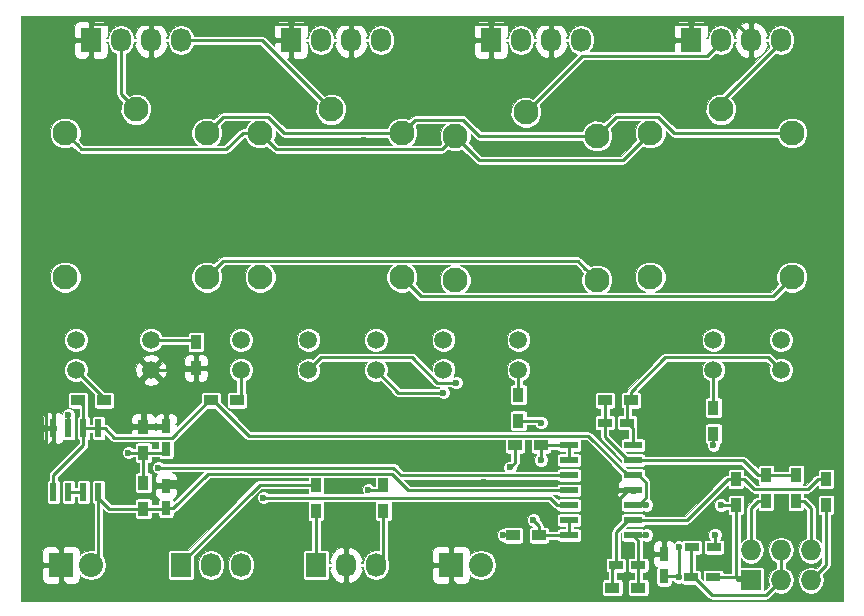
<source format=gbr>
G04 #@! TF.FileFunction,Copper,L1,Top,Signal*
%FSLAX46Y46*%
G04 Gerber Fmt 4.6, Leading zero omitted, Abs format (unit mm)*
G04 Created by KiCad (PCBNEW (2015-10-25 BZR 6279)-product) date Monday 26. October 2015 20.42.08*
%MOMM*%
G01*
G04 APERTURE LIST*
%ADD10C,0.100000*%
%ADD11C,2.100000*%
%ADD12C,1.501140*%
%ADD13R,1.200000X0.750000*%
%ADD14R,0.750000X1.200000*%
%ADD15R,1.727200X2.032000*%
%ADD16O,1.727200X2.032000*%
%ADD17R,1.727200X1.727200*%
%ADD18O,1.727200X1.727200*%
%ADD19R,2.032000X2.032000*%
%ADD20O,2.032000X2.032000*%
%ADD21R,0.900000X1.200000*%
%ADD22R,1.200000X0.900000*%
%ADD23R,1.500000X0.600000*%
%ADD24R,0.600000X1.550000*%
%ADD25C,0.600000*%
%ADD26C,0.250000*%
%ADD27C,0.120000*%
G04 APERTURE END LIST*
D10*
D11*
X160940000Y-75180000D03*
X160940000Y-87380000D03*
X148940000Y-75180000D03*
X148940000Y-87380000D03*
X154940000Y-73180000D03*
D12*
X169545000Y-92710000D03*
X169545000Y-95250000D03*
X149860000Y-92710000D03*
X149860000Y-95250000D03*
X187325000Y-92710000D03*
X187325000Y-95250000D03*
X180975000Y-92710000D03*
X180975000Y-95250000D03*
D13*
X195580000Y-111760000D03*
X197480000Y-111760000D03*
D12*
X175260000Y-92710000D03*
X175260000Y-95250000D03*
X163830000Y-92710000D03*
X163830000Y-95250000D03*
X203835000Y-92710000D03*
X203835000Y-95250000D03*
X209550000Y-92710000D03*
X209550000Y-95250000D03*
X156210000Y-95250000D03*
X156210000Y-92710000D03*
D13*
X194630000Y-99695000D03*
X196530000Y-99695000D03*
D14*
X157480000Y-106934000D03*
X157480000Y-105034000D03*
X157480000Y-100015000D03*
X157480000Y-101915000D03*
D11*
X193960000Y-75430000D03*
X193960000Y-87630000D03*
X181960000Y-75430000D03*
X181960000Y-87630000D03*
X187960000Y-73430000D03*
X177450000Y-75180000D03*
X177450000Y-87380000D03*
X165450000Y-75180000D03*
X165450000Y-87380000D03*
X171450000Y-73180000D03*
X210470000Y-75180000D03*
X210470000Y-87380000D03*
X198470000Y-75180000D03*
X198470000Y-87380000D03*
X204470000Y-73180000D03*
D15*
X170180000Y-111760000D03*
D16*
X172720000Y-111760000D03*
X175260000Y-111760000D03*
D15*
X158750000Y-111760000D03*
D16*
X161290000Y-111760000D03*
X163830000Y-111760000D03*
D17*
X207010000Y-113030000D03*
D18*
X207010000Y-110490000D03*
X209550000Y-113030000D03*
X209550000Y-110490000D03*
X212090000Y-113030000D03*
X212090000Y-110490000D03*
D19*
X181610000Y-111760000D03*
D20*
X184150000Y-111760000D03*
D19*
X148590000Y-111760000D03*
D20*
X151130000Y-111760000D03*
D15*
X201929999Y-67310000D03*
D16*
X204469999Y-67310000D03*
X207009999Y-67310000D03*
X209549999Y-67310000D03*
D15*
X184996666Y-67310000D03*
D16*
X187536666Y-67310000D03*
X190076666Y-67310000D03*
X192616666Y-67310000D03*
D15*
X151130000Y-67310000D03*
D16*
X153670000Y-67310000D03*
X156210000Y-67310000D03*
X158750000Y-67310000D03*
D15*
X168063333Y-67310000D03*
D16*
X170603333Y-67310000D03*
X173143333Y-67310000D03*
X175683333Y-67310000D03*
D21*
X170180000Y-107145000D03*
X170180000Y-104945000D03*
X175895000Y-107145000D03*
X175895000Y-104945000D03*
D22*
X187030000Y-101600000D03*
X189230000Y-101600000D03*
D21*
X187325000Y-97325000D03*
X187325000Y-99525000D03*
D22*
X152230000Y-97790000D03*
X150030000Y-97790000D03*
D21*
X213360000Y-104480000D03*
X213360000Y-106680000D03*
X205740000Y-104480000D03*
X205740000Y-106680000D03*
D22*
X195285000Y-113665000D03*
X197485000Y-113665000D03*
X186860000Y-109220000D03*
X189060000Y-109220000D03*
D21*
X203835000Y-98425000D03*
X203835000Y-100625000D03*
D22*
X163490000Y-97790000D03*
X161290000Y-97790000D03*
D21*
X210820000Y-104140000D03*
X210820000Y-106340000D03*
X208280000Y-104140000D03*
X208280000Y-106340000D03*
D22*
X194650000Y-97790000D03*
X196850000Y-97790000D03*
D21*
X160020000Y-92880000D03*
X160020000Y-95080000D03*
X155575000Y-106975000D03*
X155575000Y-104775000D03*
X155575000Y-102235000D03*
X155575000Y-100035000D03*
D23*
X191610000Y-101600000D03*
X191610000Y-102870000D03*
X191610000Y-104140000D03*
X191610000Y-105410000D03*
X191610000Y-106680000D03*
X191610000Y-107950000D03*
X191610000Y-109220000D03*
X197010000Y-109220000D03*
X197010000Y-107950000D03*
X197010000Y-106680000D03*
X197010000Y-105410000D03*
X197010000Y-104140000D03*
X197010000Y-102870000D03*
X197010000Y-101600000D03*
D24*
X151765000Y-100170000D03*
X150495000Y-100170000D03*
X149225000Y-100170000D03*
X147955000Y-100170000D03*
X147955000Y-105570000D03*
X149225000Y-105570000D03*
X150495000Y-105570000D03*
X151765000Y-105570000D03*
D13*
X203830000Y-112776000D03*
X201930000Y-112776000D03*
X203896000Y-110236000D03*
X201996000Y-110236000D03*
D14*
X199644000Y-112710000D03*
X199644000Y-110810000D03*
D25*
X182050571Y-96325571D03*
X189230000Y-102870000D03*
X156845000Y-103505000D03*
X198120000Y-109220000D03*
X180975000Y-97155000D03*
X188595000Y-107950000D03*
X165735000Y-106045000D03*
X166878000Y-96774000D03*
X198120000Y-110744000D03*
X158750000Y-104648000D03*
X173228000Y-104648000D03*
X163068000Y-74930000D03*
X179274419Y-87630000D03*
X177800000Y-95758000D03*
X179578000Y-75438000D03*
X179641954Y-77724000D03*
X174244000Y-75805361D03*
X196596000Y-110490000D03*
X188976000Y-96774000D03*
X185928000Y-96774000D03*
X184869757Y-97832243D03*
X182880000Y-99822000D03*
X199390000Y-90170000D03*
X202946000Y-90170000D03*
X202438000Y-88379991D03*
X196596000Y-78740000D03*
X177800000Y-83566000D03*
X186690000Y-107442000D03*
X177292000Y-108712000D03*
X173228000Y-108712000D03*
X169164000Y-109220000D03*
X164084000Y-108204000D03*
X188976000Y-76200000D03*
X164592000Y-99060000D03*
X150368000Y-103632000D03*
X161544000Y-101600000D03*
X161544000Y-105664000D03*
X176276000Y-99568000D03*
X176276000Y-102108000D03*
X178816000Y-103124000D03*
X184404000Y-104765010D03*
X195580000Y-105156000D03*
X190500000Y-112776000D03*
X184404000Y-90424000D03*
X188468000Y-90424000D03*
X188468000Y-87376000D03*
X184404000Y-87376000D03*
X193040000Y-73152000D03*
X190500000Y-73660000D03*
X189992000Y-78740000D03*
X156972000Y-75184000D03*
X174244000Y-73660000D03*
X184404000Y-74168000D03*
X184404000Y-78740000D03*
X174244000Y-77724000D03*
X168148000Y-81280000D03*
X157480000Y-81280000D03*
X154940000Y-81280000D03*
X174625000Y-105410000D03*
X200914000Y-112776000D03*
X200914000Y-110236000D03*
X198120000Y-106680000D03*
X186612418Y-103495010D03*
X204470000Y-106680000D03*
X189230000Y-99695000D03*
X203962000Y-109220000D03*
X203835000Y-101600000D03*
X186055000Y-109220000D03*
X149225000Y-99060000D03*
X154305000Y-102235000D03*
D26*
X189230000Y-102870000D02*
X189230000Y-101600000D01*
X169545000Y-95250000D02*
X170620571Y-94174429D01*
X170620571Y-94174429D02*
X178307583Y-94174429D01*
X178307583Y-94174429D02*
X180458725Y-96325571D01*
X180458725Y-96325571D02*
X182050571Y-96325571D01*
X191610000Y-101600000D02*
X189230000Y-101600000D01*
X191610000Y-102870000D02*
X191610000Y-101600000D01*
X191610000Y-104140000D02*
X177361412Y-104140000D01*
X177361412Y-104140000D02*
X176726412Y-103505000D01*
X176726412Y-103505000D02*
X156845000Y-103505000D01*
X149860000Y-95250000D02*
X152230000Y-97620000D01*
X152230000Y-97620000D02*
X152230000Y-97790000D01*
X187325000Y-95250000D02*
X187325000Y-97325000D01*
X197010000Y-109220000D02*
X198120000Y-109220000D01*
X197480000Y-111760000D02*
X197480000Y-109690000D01*
X197480000Y-109690000D02*
X197010000Y-109220000D01*
X197485000Y-113665000D02*
X197485000Y-111765000D01*
X197485000Y-111765000D02*
X197480000Y-111760000D01*
X195285000Y-113665000D02*
X195285000Y-112055000D01*
X195285000Y-112055000D02*
X195580000Y-111760000D01*
X197010000Y-107950000D02*
X196560000Y-107950000D01*
X196560000Y-107950000D02*
X195580000Y-108930000D01*
X195580000Y-108930000D02*
X195580000Y-111135000D01*
X195580000Y-111135000D02*
X195580000Y-111760000D01*
X205740000Y-104480000D02*
X205040000Y-104480000D01*
X205040000Y-104480000D02*
X201570000Y-107950000D01*
X201570000Y-107950000D02*
X198010000Y-107950000D01*
X198010000Y-107950000D02*
X197010000Y-107950000D01*
X205740000Y-104480000D02*
X206440000Y-104480000D01*
X206440000Y-104480000D02*
X207290000Y-105330000D01*
X207290000Y-105330000D02*
X211810000Y-105330000D01*
X211810000Y-105330000D02*
X212660000Y-104480000D01*
X212660000Y-104480000D02*
X213360000Y-104480000D01*
X180975000Y-97155000D02*
X177165000Y-97155000D01*
X177165000Y-97155000D02*
X175260000Y-95250000D01*
X189060000Y-109220000D02*
X189060000Y-108415000D01*
X189060000Y-108415000D02*
X188595000Y-107950000D01*
X191610000Y-107950000D02*
X191610000Y-109220000D01*
X191610000Y-109220000D02*
X189060000Y-109220000D01*
X191610000Y-106680000D02*
X190610000Y-106680000D01*
X190610000Y-106680000D02*
X189975000Y-106045000D01*
X189975000Y-106045000D02*
X165735000Y-106045000D01*
X163830000Y-95250000D02*
X163830000Y-97450000D01*
X163830000Y-97450000D02*
X163490000Y-97790000D01*
X203835000Y-95250000D02*
X203835000Y-98425000D01*
X196850000Y-97790000D02*
X196850000Y-97090000D01*
X208799431Y-94499431D02*
X209550000Y-95250000D01*
X196850000Y-97090000D02*
X199765571Y-94174429D01*
X199765571Y-94174429D02*
X208474429Y-94174429D01*
X208474429Y-94174429D02*
X208799431Y-94499431D01*
X196530000Y-99695000D02*
X196530000Y-98110000D01*
X196530000Y-98110000D02*
X196850000Y-97790000D01*
X197010000Y-101600000D02*
X197010000Y-100175000D01*
X197010000Y-100175000D02*
X196530000Y-99695000D01*
X164592000Y-99060000D02*
X166878000Y-96774000D01*
X185525860Y-108606140D02*
X186690000Y-107442000D01*
X177292000Y-108712000D02*
X185420000Y-108712000D01*
X185420000Y-108712000D02*
X185525860Y-108606140D01*
X199644000Y-110810000D02*
X198186000Y-110810000D01*
X198186000Y-110810000D02*
X198120000Y-110744000D01*
X158750000Y-104648000D02*
X157866000Y-104648000D01*
X157866000Y-104648000D02*
X157480000Y-105034000D01*
X179641954Y-77724000D02*
X183388000Y-77724000D01*
X174244000Y-77724000D02*
X179641954Y-77724000D01*
X190500000Y-112776000D02*
X192164001Y-114440001D01*
X192164001Y-114440001D02*
X196145001Y-114440001D01*
X196145001Y-114440001D02*
X196505001Y-114080001D01*
X196505001Y-114080001D02*
X196505001Y-110580999D01*
X196505001Y-110580999D02*
X196596000Y-110490000D01*
X184869757Y-97832243D02*
X185928000Y-96774000D01*
X182880000Y-99822000D02*
X184869757Y-97832243D01*
X202946000Y-90170000D02*
X199390000Y-90170000D01*
X196596000Y-78740000D02*
X196596000Y-82537991D01*
X196596000Y-82537991D02*
X202438000Y-88379991D01*
X189992000Y-78740000D02*
X196596000Y-78740000D01*
X168148000Y-81280000D02*
X175514000Y-81280000D01*
X175514000Y-81280000D02*
X177800000Y-83566000D01*
X164084000Y-108204000D02*
X168148000Y-108204000D01*
X168148000Y-108204000D02*
X169164000Y-109220000D01*
X155448000Y-112597398D02*
X155448000Y-111760000D01*
X155448000Y-111760000D02*
X161544000Y-105664000D01*
X155410028Y-113665000D02*
X149229000Y-113665000D01*
X173491676Y-113665000D02*
X155410028Y-113665000D01*
X155410028Y-113665000D02*
X155410028Y-112635370D01*
X155410028Y-112635370D02*
X155448000Y-112597398D01*
X178816000Y-103124000D02*
X177800000Y-102108000D01*
X177800000Y-102108000D02*
X176276000Y-102108000D01*
X195580000Y-105156000D02*
X195208999Y-104784999D01*
X195208999Y-104784999D02*
X184423989Y-104784999D01*
X184423989Y-104784999D02*
X184404000Y-104765010D01*
X197010000Y-105410000D02*
X195834000Y-105410000D01*
X195834000Y-105410000D02*
X195580000Y-105156000D01*
X189862110Y-112602892D02*
X188800002Y-113665000D01*
X192685001Y-109780001D02*
X189862110Y-112602892D01*
X189862110Y-112602892D02*
X190326892Y-112602892D01*
X190326892Y-112602892D02*
X190500000Y-112776000D01*
X188800002Y-113665000D02*
X188351461Y-113665000D01*
X188351461Y-113665000D02*
X173491676Y-113665000D01*
X181610000Y-111760000D02*
X181610000Y-113026000D01*
X181610000Y-113026000D02*
X182249000Y-113665000D01*
X182249000Y-113665000D02*
X188351461Y-113665000D01*
X188468000Y-90424000D02*
X184404000Y-90424000D01*
X184404000Y-87376000D02*
X188468000Y-87376000D01*
X190500000Y-73660000D02*
X191008000Y-73152000D01*
X191008000Y-73152000D02*
X193040000Y-73152000D01*
X184404000Y-78740000D02*
X189992000Y-78740000D01*
X183388000Y-77724000D02*
X184404000Y-78740000D01*
X168148000Y-81280000D02*
X170688000Y-81280000D01*
X170688000Y-81280000D02*
X174244000Y-77724000D01*
X157480000Y-81280000D02*
X168148000Y-81280000D01*
X154940000Y-81280000D02*
X157480000Y-81280000D01*
X147329999Y-81387970D02*
X147329999Y-72376001D01*
X147329999Y-109233999D02*
X147329999Y-81387970D01*
X147329999Y-81387970D02*
X154832030Y-81387970D01*
X154832030Y-81387970D02*
X154940000Y-81280000D01*
X189984501Y-65968990D02*
X201849946Y-65968990D01*
X201849946Y-65968990D02*
X205821389Y-65968990D01*
X201929999Y-67310000D02*
X201929999Y-66044000D01*
X201929999Y-66044000D02*
X201854989Y-65968990D01*
X201854989Y-65968990D02*
X201849946Y-65968990D01*
X185121034Y-65968990D02*
X189984501Y-65968990D01*
X190076666Y-66044000D02*
X190001656Y-65968990D01*
X190076666Y-67310000D02*
X190076666Y-66044000D01*
X190001656Y-65968990D02*
X189984501Y-65968990D01*
X173099799Y-65968990D02*
X185121034Y-65968990D01*
X184996666Y-67310000D02*
X184996666Y-66044000D01*
X184996666Y-66044000D02*
X185071676Y-65968990D01*
X185071676Y-65968990D02*
X185121034Y-65968990D01*
X167967240Y-65968990D02*
X173099799Y-65968990D01*
X173143333Y-67310000D02*
X173143333Y-66044000D01*
X173099799Y-66000466D02*
X173099799Y-65968990D01*
X173143333Y-66044000D02*
X173099799Y-66000466D01*
X156225880Y-65968990D02*
X167967240Y-65968990D01*
X168063333Y-67310000D02*
X168063333Y-66044000D01*
X168063333Y-66044000D02*
X167988323Y-65968990D01*
X167988323Y-65968990D02*
X167967240Y-65968990D01*
X151205010Y-65968990D02*
X156225880Y-65968990D01*
X156210000Y-67310000D02*
X156210000Y-66044000D01*
X156210000Y-66044000D02*
X156225880Y-66028120D01*
X156225880Y-66028120D02*
X156225880Y-65968990D01*
X151130000Y-67310000D02*
X151130000Y-66044000D01*
X151130000Y-66044000D02*
X151205010Y-65968990D01*
X205821389Y-65968990D02*
X207009999Y-67157600D01*
X207009999Y-67157600D02*
X207009999Y-67310000D01*
X148590000Y-111760000D02*
X148590000Y-110494000D01*
X148590000Y-110494000D02*
X147329999Y-109233999D01*
X147329999Y-72376001D02*
X151130000Y-68576000D01*
X151130000Y-68576000D02*
X151130000Y-67310000D01*
X172720000Y-113665000D02*
X173491676Y-113665000D01*
X172720000Y-111760000D02*
X172720000Y-113665000D01*
X181610000Y-111760000D02*
X181610000Y-113450337D01*
X181610000Y-113665000D02*
X181610000Y-113450337D01*
X149229000Y-113665000D02*
X148590000Y-113026000D01*
X148590000Y-113026000D02*
X148590000Y-111760000D01*
X197010000Y-105410000D02*
X196560000Y-105410000D01*
X196560000Y-105410000D02*
X192685001Y-109284999D01*
X192685001Y-109284999D02*
X192685001Y-109780001D01*
X157480000Y-100015000D02*
X155595000Y-100015000D01*
X155595000Y-100015000D02*
X155575000Y-100035000D01*
X156210000Y-95250000D02*
X159850000Y-95250000D01*
X159850000Y-95250000D02*
X160020000Y-95080000D01*
X147955000Y-100170000D02*
X147955000Y-101195000D01*
X147955000Y-101195000D02*
X147329999Y-101820001D01*
X147329999Y-101820001D02*
X147329999Y-109233999D01*
X156210000Y-95250000D02*
X155134429Y-94174429D01*
X155134429Y-94174429D02*
X149343725Y-94174429D01*
X149343725Y-94174429D02*
X147955000Y-95563154D01*
X147955000Y-95563154D02*
X147955000Y-99145000D01*
X147955000Y-99145000D02*
X147955000Y-100170000D01*
X155575000Y-100035000D02*
X155575000Y-95885000D01*
X155575000Y-95885000D02*
X156210000Y-95250000D01*
X177450000Y-75180000D02*
X167485002Y-75180000D01*
X167485002Y-75180000D02*
X166110001Y-73804999D01*
X166110001Y-73804999D02*
X162315001Y-73804999D01*
X162315001Y-73804999D02*
X161989999Y-74130001D01*
X161989999Y-74130001D02*
X160940000Y-75180000D01*
X193960000Y-75430000D02*
X183995002Y-75430000D01*
X183995002Y-75430000D02*
X182620001Y-74054999D01*
X182620001Y-74054999D02*
X178575001Y-74054999D01*
X178575001Y-74054999D02*
X178499999Y-74130001D01*
X178499999Y-74130001D02*
X177450000Y-75180000D01*
X210470000Y-75180000D02*
X200505002Y-75180000D01*
X200505002Y-75180000D02*
X199130001Y-73804999D01*
X199130001Y-73804999D02*
X195585001Y-73804999D01*
X195585001Y-73804999D02*
X195009999Y-74380001D01*
X195009999Y-74380001D02*
X193960000Y-75430000D01*
X156210000Y-92710000D02*
X159850000Y-92710000D01*
X159850000Y-92710000D02*
X160020000Y-92880000D01*
X194630000Y-99695000D02*
X194630000Y-100940000D01*
X194630000Y-100940000D02*
X196560000Y-102870000D01*
X196560000Y-102870000D02*
X197010000Y-102870000D01*
X194650000Y-97790000D02*
X194650000Y-99675000D01*
X194650000Y-99675000D02*
X194630000Y-99695000D01*
X208280000Y-104140000D02*
X207580000Y-104140000D01*
X207580000Y-104140000D02*
X206310000Y-102870000D01*
X206310000Y-102870000D02*
X198010000Y-102870000D01*
X198010000Y-102870000D02*
X197010000Y-102870000D01*
X208280000Y-104140000D02*
X210820000Y-104140000D01*
X176605001Y-104019999D02*
X161031791Y-104019999D01*
X157480000Y-106934000D02*
X158105000Y-106934000D01*
X158105000Y-106934000D02*
X161019001Y-104019999D01*
X161019001Y-104019999D02*
X161031791Y-104019999D01*
X155575000Y-106975000D02*
X157439000Y-106975000D01*
X157439000Y-106975000D02*
X157480000Y-106934000D01*
X191610000Y-105410000D02*
X177995002Y-105410000D01*
X177995002Y-105410000D02*
X176605001Y-104019999D01*
X151765000Y-105570000D02*
X151765000Y-111125000D01*
X151765000Y-111125000D02*
X151130000Y-111760000D01*
X155575000Y-106975000D02*
X152695000Y-106975000D01*
X152695000Y-106975000D02*
X151765000Y-106045000D01*
X151765000Y-106045000D02*
X151765000Y-105570000D01*
X165450000Y-75180000D02*
X163965076Y-75180000D01*
X163965076Y-75180000D02*
X162590075Y-76555001D01*
X162590075Y-76555001D02*
X150315001Y-76555001D01*
X149989999Y-76229999D02*
X148940000Y-75180000D01*
X150315001Y-76555001D02*
X149989999Y-76229999D01*
X165450000Y-75180000D02*
X166825001Y-76555001D01*
X166825001Y-76555001D02*
X180834999Y-76555001D01*
X180834999Y-76555001D02*
X180910001Y-76479999D01*
X180910001Y-76479999D02*
X181960000Y-75430000D01*
X181960000Y-75430000D02*
X184000000Y-77470000D01*
X184000000Y-77470000D02*
X196180000Y-77470000D01*
X196180000Y-77470000D02*
X197420001Y-76229999D01*
X197420001Y-76229999D02*
X198470000Y-75180000D01*
X174625000Y-105410000D02*
X175430000Y-105410000D01*
X175430000Y-105410000D02*
X175895000Y-104945000D01*
X160940000Y-87380000D02*
X162315001Y-86004999D01*
X162315001Y-86004999D02*
X192334999Y-86004999D01*
X192334999Y-86004999D02*
X192910001Y-86580001D01*
X192910001Y-86580001D02*
X193960000Y-87630000D01*
X153670000Y-67310000D02*
X153670000Y-71910000D01*
X153670000Y-71910000D02*
X154940000Y-73180000D01*
X187960000Y-73430000D02*
X192738999Y-68651001D01*
X192738999Y-68651001D02*
X203281398Y-68651001D01*
X203281398Y-68651001D02*
X204469999Y-67462400D01*
X204469999Y-67462400D02*
X204469999Y-67310000D01*
X177450000Y-87380000D02*
X179075001Y-89005001D01*
X179075001Y-89005001D02*
X208844999Y-89005001D01*
X208844999Y-89005001D02*
X209420001Y-88429999D01*
X209420001Y-88429999D02*
X210470000Y-87380000D01*
X158750000Y-67310000D02*
X165580000Y-67310000D01*
X165580000Y-67310000D02*
X171450000Y-73180000D01*
X209549999Y-67310000D02*
X209549999Y-67462400D01*
X209549999Y-67462400D02*
X204470000Y-72542399D01*
X204470000Y-72542399D02*
X204470000Y-73180000D01*
X170180000Y-107145000D02*
X170180000Y-111760000D01*
X175895000Y-107145000D02*
X175895000Y-111125000D01*
X175895000Y-111125000D02*
X175260000Y-111760000D01*
X158750000Y-111760000D02*
X158750000Y-111607600D01*
X158750000Y-111607600D02*
X165412600Y-104945000D01*
X165412600Y-104945000D02*
X169480000Y-104945000D01*
X169480000Y-104945000D02*
X170180000Y-104945000D01*
X161290000Y-111607600D02*
X161290000Y-111760000D01*
X199644000Y-112710000D02*
X200848000Y-112710000D01*
X200848000Y-112710000D02*
X200914000Y-112776000D01*
X209550000Y-113030000D02*
X208280000Y-114300000D01*
X208280000Y-114300000D02*
X203679000Y-114300000D01*
X203679000Y-114300000D02*
X202155000Y-112776000D01*
X202155000Y-112776000D02*
X201930000Y-112776000D01*
X201930000Y-112776000D02*
X201930000Y-110302000D01*
X201930000Y-110302000D02*
X201996000Y-110236000D01*
X200914000Y-110236000D02*
X200914000Y-112776000D01*
X198120000Y-106680000D02*
X197010000Y-106680000D01*
X209550000Y-110490000D02*
X209550000Y-113030000D01*
X197010000Y-104140000D02*
X196560000Y-104140000D01*
X161440000Y-97790000D02*
X161290000Y-97790000D01*
X196560000Y-104140000D02*
X193244999Y-100824999D01*
X193244999Y-100824999D02*
X164474999Y-100824999D01*
X164474999Y-100824999D02*
X161440000Y-97790000D01*
X161290000Y-97790000D02*
X161140000Y-97790000D01*
X161140000Y-97790000D02*
X157969999Y-100960001D01*
X157969999Y-100960001D02*
X153105001Y-100960001D01*
X153105001Y-100960001D02*
X152315000Y-100170000D01*
X152315000Y-100170000D02*
X151765000Y-100170000D01*
X150495000Y-100170000D02*
X150495000Y-98255000D01*
X150495000Y-98255000D02*
X150030000Y-97790000D01*
X150495000Y-101600000D02*
X147955000Y-104140000D01*
X147955000Y-104140000D02*
X147955000Y-105570000D01*
X150495000Y-100170000D02*
X151765000Y-100170000D01*
X150495000Y-101600000D02*
X150495000Y-100170000D01*
X197010000Y-104140000D02*
X197460000Y-104140000D01*
X197460000Y-104140000D02*
X198085001Y-104765001D01*
X198085001Y-104765001D02*
X198085001Y-106054999D01*
X198085001Y-106054999D02*
X197460000Y-106680000D01*
X197460000Y-106680000D02*
X197010000Y-106680000D01*
X149225000Y-105570000D02*
X150495000Y-105570000D01*
X187030000Y-101600000D02*
X187030000Y-103077428D01*
X187030000Y-103077428D02*
X186612418Y-103495010D01*
X212090000Y-113030000D02*
X213360000Y-111760000D01*
X213360000Y-111760000D02*
X213360000Y-106680000D01*
X203830000Y-112776000D02*
X206756000Y-112776000D01*
X206756000Y-112776000D02*
X207010000Y-113030000D01*
X204470000Y-106680000D02*
X205740000Y-106680000D01*
X187325000Y-99525000D02*
X189060000Y-99525000D01*
X189060000Y-99525000D02*
X189230000Y-99695000D01*
X207010000Y-113030000D02*
X205896400Y-113030000D01*
X205896400Y-113030000D02*
X205740000Y-112873600D01*
X205740000Y-112873600D02*
X205740000Y-107530000D01*
X205740000Y-107530000D02*
X205740000Y-106680000D01*
X203962000Y-109220000D02*
X203962000Y-110170000D01*
X203962000Y-110170000D02*
X203896000Y-110236000D01*
X203835000Y-101600000D02*
X203835000Y-100625000D01*
X207010000Y-110490000D02*
X207010000Y-106910000D01*
X207010000Y-106910000D02*
X207580000Y-106340000D01*
X207580000Y-106340000D02*
X208280000Y-106340000D01*
X186860000Y-109220000D02*
X186055000Y-109220000D01*
X212090000Y-110490000D02*
X212090000Y-106910000D01*
X212090000Y-106910000D02*
X211520000Y-106340000D01*
X211520000Y-106340000D02*
X210820000Y-106340000D01*
X155575000Y-102235000D02*
X157160000Y-102235000D01*
X157160000Y-102235000D02*
X157480000Y-101915000D01*
X149225000Y-99060000D02*
X149225000Y-100170000D01*
X155575000Y-102235000D02*
X154305000Y-102235000D01*
X155575000Y-102235000D02*
X155575000Y-104775000D01*
D27*
G36*
X214770000Y-114770000D02*
X145230000Y-114770000D01*
X145230000Y-112096000D01*
X147006000Y-112096000D01*
X147006000Y-112888982D01*
X147092473Y-113097746D01*
X147252254Y-113257527D01*
X147461018Y-113344000D01*
X148254000Y-113344000D01*
X148396000Y-113202000D01*
X148396000Y-111954000D01*
X147148000Y-111954000D01*
X147006000Y-112096000D01*
X145230000Y-112096000D01*
X145230000Y-110631018D01*
X147006000Y-110631018D01*
X147006000Y-111424000D01*
X147148000Y-111566000D01*
X148396000Y-111566000D01*
X148396000Y-110318000D01*
X148254000Y-110176000D01*
X147461018Y-110176000D01*
X147252254Y-110262473D01*
X147092473Y-110422254D01*
X147006000Y-110631018D01*
X145230000Y-110631018D01*
X145230000Y-104795000D01*
X147389907Y-104795000D01*
X147389907Y-106345000D01*
X147408036Y-106441350D01*
X147464979Y-106529842D01*
X147551864Y-106589207D01*
X147655000Y-106610093D01*
X148255000Y-106610093D01*
X148351350Y-106591964D01*
X148439842Y-106535021D01*
X148499207Y-106448136D01*
X148520093Y-106345000D01*
X148520093Y-104795000D01*
X148659907Y-104795000D01*
X148659907Y-106345000D01*
X148678036Y-106441350D01*
X148734979Y-106529842D01*
X148821864Y-106589207D01*
X148925000Y-106610093D01*
X149525000Y-106610093D01*
X149621350Y-106591964D01*
X149709842Y-106535021D01*
X149769207Y-106448136D01*
X149790093Y-106345000D01*
X149790093Y-105955000D01*
X149929907Y-105955000D01*
X149929907Y-106345000D01*
X149948036Y-106441350D01*
X150004979Y-106529842D01*
X150091864Y-106589207D01*
X150195000Y-106610093D01*
X150795000Y-106610093D01*
X150891350Y-106591964D01*
X150979842Y-106535021D01*
X151039207Y-106448136D01*
X151060093Y-106345000D01*
X151060093Y-104795000D01*
X151041964Y-104698650D01*
X150985021Y-104610158D01*
X150898136Y-104550793D01*
X150795000Y-104529907D01*
X150195000Y-104529907D01*
X150098650Y-104548036D01*
X150010158Y-104604979D01*
X149950793Y-104691864D01*
X149929907Y-104795000D01*
X149929907Y-105185000D01*
X149790093Y-105185000D01*
X149790093Y-104795000D01*
X149771964Y-104698650D01*
X149715021Y-104610158D01*
X149628136Y-104550793D01*
X149525000Y-104529907D01*
X148925000Y-104529907D01*
X148828650Y-104548036D01*
X148740158Y-104604979D01*
X148680793Y-104691864D01*
X148659907Y-104795000D01*
X148520093Y-104795000D01*
X148501964Y-104698650D01*
X148445021Y-104610158D01*
X148358136Y-104550793D01*
X148340000Y-104547120D01*
X148340000Y-104299472D01*
X150767236Y-101872236D01*
X150837107Y-101767667D01*
X150850694Y-101747333D01*
X150880000Y-101600000D01*
X150880000Y-101194100D01*
X150891350Y-101191964D01*
X150979842Y-101135021D01*
X151039207Y-101048136D01*
X151060093Y-100945000D01*
X151060093Y-100555000D01*
X151199907Y-100555000D01*
X151199907Y-100945000D01*
X151218036Y-101041350D01*
X151274979Y-101129842D01*
X151361864Y-101189207D01*
X151465000Y-101210093D01*
X152065000Y-101210093D01*
X152161350Y-101191964D01*
X152249842Y-101135021D01*
X152309207Y-101048136D01*
X152330093Y-100945000D01*
X152330093Y-100729565D01*
X152832765Y-101232237D01*
X152957667Y-101315695D01*
X153105001Y-101345001D01*
X156839907Y-101345001D01*
X156839907Y-101850000D01*
X156290093Y-101850000D01*
X156290093Y-101635000D01*
X156271964Y-101538650D01*
X156215021Y-101450158D01*
X156128136Y-101390793D01*
X156025000Y-101369907D01*
X155125000Y-101369907D01*
X155028650Y-101388036D01*
X154940158Y-101444979D01*
X154880793Y-101531864D01*
X154859907Y-101635000D01*
X154859907Y-101850000D01*
X154711941Y-101850000D01*
X154622629Y-101760532D01*
X154416880Y-101675097D01*
X154194098Y-101674903D01*
X153988200Y-101759978D01*
X153830532Y-101917371D01*
X153745097Y-102123120D01*
X153744903Y-102345902D01*
X153829978Y-102551800D01*
X153987371Y-102709468D01*
X154193120Y-102794903D01*
X154415902Y-102795097D01*
X154621800Y-102710022D01*
X154711979Y-102620000D01*
X154859907Y-102620000D01*
X154859907Y-102835000D01*
X154878036Y-102931350D01*
X154934979Y-103019842D01*
X155021864Y-103079207D01*
X155125000Y-103100093D01*
X155190000Y-103100093D01*
X155190000Y-103909907D01*
X155125000Y-103909907D01*
X155028650Y-103928036D01*
X154940158Y-103984979D01*
X154880793Y-104071864D01*
X154859907Y-104175000D01*
X154859907Y-105375000D01*
X154878036Y-105471350D01*
X154934979Y-105559842D01*
X155021864Y-105619207D01*
X155125000Y-105640093D01*
X156025000Y-105640093D01*
X156121350Y-105621964D01*
X156209842Y-105565021D01*
X156269207Y-105478136D01*
X156290093Y-105375000D01*
X156290093Y-104175000D01*
X156271964Y-104078650D01*
X156215021Y-103990158D01*
X156128136Y-103930793D01*
X156025000Y-103909907D01*
X155960000Y-103909907D01*
X155960000Y-103100093D01*
X156025000Y-103100093D01*
X156121350Y-103081964D01*
X156209842Y-103025021D01*
X156269207Y-102938136D01*
X156290093Y-102835000D01*
X156290093Y-102620000D01*
X156863602Y-102620000D01*
X156914979Y-102699842D01*
X157001864Y-102759207D01*
X157105000Y-102780093D01*
X157855000Y-102780093D01*
X157951350Y-102761964D01*
X158039842Y-102705021D01*
X158099207Y-102618136D01*
X158120093Y-102515000D01*
X158120093Y-101315000D01*
X158119901Y-101313979D01*
X158242235Y-101232237D01*
X160969379Y-98505093D01*
X161610621Y-98505093D01*
X164202763Y-101097235D01*
X164327666Y-101180693D01*
X164474999Y-101209999D01*
X186164907Y-101209999D01*
X186164907Y-102050000D01*
X186183036Y-102146350D01*
X186239979Y-102234842D01*
X186326864Y-102294207D01*
X186430000Y-102315093D01*
X186645000Y-102315093D01*
X186645000Y-102917956D01*
X186627933Y-102935023D01*
X186501516Y-102934913D01*
X186295618Y-103019988D01*
X186137950Y-103177381D01*
X186052515Y-103383130D01*
X186052321Y-103605912D01*
X186113923Y-103755000D01*
X177520884Y-103755000D01*
X176998648Y-103232764D01*
X176873745Y-103149306D01*
X176726412Y-103120000D01*
X157251941Y-103120000D01*
X157162629Y-103030532D01*
X156956880Y-102945097D01*
X156734098Y-102944903D01*
X156528200Y-103029978D01*
X156370532Y-103187371D01*
X156285097Y-103393120D01*
X156284903Y-103615902D01*
X156369978Y-103821800D01*
X156527371Y-103979468D01*
X156689102Y-104046625D01*
X156623473Y-104112254D01*
X156537000Y-104321018D01*
X156537000Y-104698000D01*
X156679000Y-104840000D01*
X157292500Y-104840000D01*
X157292500Y-104820000D01*
X157667500Y-104820000D01*
X157667500Y-104840000D01*
X158281000Y-104840000D01*
X158423000Y-104698000D01*
X158423000Y-104321018D01*
X158336527Y-104112254D01*
X158176746Y-103952473D01*
X158025923Y-103890000D01*
X160604528Y-103890000D01*
X158120093Y-106374435D01*
X158120093Y-106334000D01*
X158101964Y-106237650D01*
X158055655Y-106165684D01*
X158176746Y-106115527D01*
X158336527Y-105955746D01*
X158423000Y-105746982D01*
X158423000Y-105370000D01*
X158281000Y-105228000D01*
X157667500Y-105228000D01*
X157667500Y-105248000D01*
X157292500Y-105248000D01*
X157292500Y-105228000D01*
X156679000Y-105228000D01*
X156537000Y-105370000D01*
X156537000Y-105746982D01*
X156623473Y-105955746D01*
X156783254Y-106115527D01*
X156905111Y-106166002D01*
X156860793Y-106230864D01*
X156839907Y-106334000D01*
X156839907Y-106590000D01*
X156290093Y-106590000D01*
X156290093Y-106375000D01*
X156271964Y-106278650D01*
X156215021Y-106190158D01*
X156128136Y-106130793D01*
X156025000Y-106109907D01*
X155125000Y-106109907D01*
X155028650Y-106128036D01*
X154940158Y-106184979D01*
X154880793Y-106271864D01*
X154859907Y-106375000D01*
X154859907Y-106590000D01*
X152854472Y-106590000D01*
X152330093Y-106065621D01*
X152330093Y-104795000D01*
X152311964Y-104698650D01*
X152255021Y-104610158D01*
X152168136Y-104550793D01*
X152065000Y-104529907D01*
X151465000Y-104529907D01*
X151368650Y-104548036D01*
X151280158Y-104604979D01*
X151220793Y-104691864D01*
X151199907Y-104795000D01*
X151199907Y-106345000D01*
X151218036Y-106441350D01*
X151274979Y-106529842D01*
X151361864Y-106589207D01*
X151380000Y-106592880D01*
X151380000Y-110508730D01*
X151130000Y-110459002D01*
X150641696Y-110556132D01*
X150227732Y-110832734D01*
X150174000Y-110913150D01*
X150174000Y-110631018D01*
X150087527Y-110422254D01*
X149927746Y-110262473D01*
X149718982Y-110176000D01*
X148926000Y-110176000D01*
X148784000Y-110318000D01*
X148784000Y-111566000D01*
X148804000Y-111566000D01*
X148804000Y-111954000D01*
X148784000Y-111954000D01*
X148784000Y-113202000D01*
X148926000Y-113344000D01*
X149718982Y-113344000D01*
X149927746Y-113257527D01*
X150087527Y-113097746D01*
X150174000Y-112888982D01*
X150174000Y-112606850D01*
X150227732Y-112687266D01*
X150641696Y-112963868D01*
X151130000Y-113060998D01*
X151618304Y-112963868D01*
X152032268Y-112687266D01*
X152308870Y-112273302D01*
X152406000Y-111784998D01*
X152406000Y-111735002D01*
X152308870Y-111246698D01*
X152150000Y-111008932D01*
X152150000Y-106974472D01*
X152422764Y-107247236D01*
X152547667Y-107330694D01*
X152695000Y-107360000D01*
X154859907Y-107360000D01*
X154859907Y-107575000D01*
X154878036Y-107671350D01*
X154934979Y-107759842D01*
X155021864Y-107819207D01*
X155125000Y-107840093D01*
X156025000Y-107840093D01*
X156121350Y-107821964D01*
X156209842Y-107765021D01*
X156269207Y-107678136D01*
X156290093Y-107575000D01*
X156290093Y-107360000D01*
X156839907Y-107360000D01*
X156839907Y-107534000D01*
X156858036Y-107630350D01*
X156914979Y-107718842D01*
X157001864Y-107778207D01*
X157105000Y-107799093D01*
X157855000Y-107799093D01*
X157951350Y-107780964D01*
X158039842Y-107724021D01*
X158099207Y-107637136D01*
X158120093Y-107534000D01*
X158120093Y-107315998D01*
X158252333Y-107289694D01*
X158377236Y-107206236D01*
X161178473Y-104404999D01*
X169464907Y-104404999D01*
X169464907Y-104560000D01*
X165412600Y-104560000D01*
X165265266Y-104589306D01*
X165140364Y-104672764D01*
X159334221Y-110478907D01*
X157886400Y-110478907D01*
X157790050Y-110497036D01*
X157701558Y-110553979D01*
X157642193Y-110640864D01*
X157621307Y-110744000D01*
X157621307Y-112776000D01*
X157639436Y-112872350D01*
X157696379Y-112960842D01*
X157783264Y-113020207D01*
X157886400Y-113041093D01*
X159613600Y-113041093D01*
X159709950Y-113022964D01*
X159798442Y-112966021D01*
X159857807Y-112879136D01*
X159878693Y-112776000D01*
X159878693Y-111582602D01*
X160166400Y-111582602D01*
X160166400Y-111937398D01*
X160251929Y-112367381D01*
X160495495Y-112731903D01*
X160860017Y-112975469D01*
X161290000Y-113060998D01*
X161719983Y-112975469D01*
X162084505Y-112731903D01*
X162328071Y-112367381D01*
X162413600Y-111937398D01*
X162413600Y-111582602D01*
X162706400Y-111582602D01*
X162706400Y-111937398D01*
X162791929Y-112367381D01*
X163035495Y-112731903D01*
X163400017Y-112975469D01*
X163830000Y-113060998D01*
X164259983Y-112975469D01*
X164624505Y-112731903D01*
X164868071Y-112367381D01*
X164953600Y-111937398D01*
X164953600Y-111582602D01*
X164868071Y-111152619D01*
X164624505Y-110788097D01*
X164259983Y-110544531D01*
X163830000Y-110459002D01*
X163400017Y-110544531D01*
X163035495Y-110788097D01*
X162791929Y-111152619D01*
X162706400Y-111582602D01*
X162413600Y-111582602D01*
X162328071Y-111152619D01*
X162084505Y-110788097D01*
X161719983Y-110544531D01*
X161290000Y-110459002D01*
X160860017Y-110544531D01*
X160495495Y-110788097D01*
X160251929Y-111152619D01*
X160166400Y-111582602D01*
X159878693Y-111582602D01*
X159878693Y-111023379D01*
X165572072Y-105330000D01*
X169464907Y-105330000D01*
X169464907Y-105545000D01*
X169483036Y-105641350D01*
X169495037Y-105660000D01*
X166141941Y-105660000D01*
X166052629Y-105570532D01*
X165846880Y-105485097D01*
X165624098Y-105484903D01*
X165418200Y-105569978D01*
X165260532Y-105727371D01*
X165175097Y-105933120D01*
X165174903Y-106155902D01*
X165259978Y-106361800D01*
X165417371Y-106519468D01*
X165623120Y-106604903D01*
X165845902Y-106605097D01*
X166051800Y-106520022D01*
X166141979Y-106430000D01*
X169493899Y-106430000D01*
X169485793Y-106441864D01*
X169464907Y-106545000D01*
X169464907Y-107745000D01*
X169483036Y-107841350D01*
X169539979Y-107929842D01*
X169626864Y-107989207D01*
X169730000Y-108010093D01*
X169795000Y-108010093D01*
X169795000Y-110478907D01*
X169316400Y-110478907D01*
X169220050Y-110497036D01*
X169131558Y-110553979D01*
X169072193Y-110640864D01*
X169051307Y-110744000D01*
X169051307Y-112776000D01*
X169069436Y-112872350D01*
X169126379Y-112960842D01*
X169213264Y-113020207D01*
X169316400Y-113041093D01*
X171043600Y-113041093D01*
X171139950Y-113022964D01*
X171228442Y-112966021D01*
X171287807Y-112879136D01*
X171308693Y-112776000D01*
X171308693Y-111954002D01*
X171433217Y-111954002D01*
X171315316Y-112176999D01*
X171523499Y-112694407D01*
X171913838Y-113092761D01*
X172306503Y-113282983D01*
X172526000Y-113187324D01*
X172526000Y-111954000D01*
X172506000Y-111954000D01*
X172506000Y-111566000D01*
X172526000Y-111566000D01*
X172526000Y-110332676D01*
X172306503Y-110237017D01*
X171913838Y-110427239D01*
X171523499Y-110825593D01*
X171315316Y-111343001D01*
X171433217Y-111565998D01*
X171308693Y-111565998D01*
X171308693Y-110744000D01*
X171290564Y-110647650D01*
X171233621Y-110559158D01*
X171146736Y-110499793D01*
X171043600Y-110478907D01*
X170565000Y-110478907D01*
X170565000Y-108010093D01*
X170630000Y-108010093D01*
X170726350Y-107991964D01*
X170814842Y-107935021D01*
X170874207Y-107848136D01*
X170895093Y-107745000D01*
X170895093Y-106545000D01*
X170876964Y-106448650D01*
X170864963Y-106430000D01*
X175208899Y-106430000D01*
X175200793Y-106441864D01*
X175179907Y-106545000D01*
X175179907Y-107745000D01*
X175198036Y-107841350D01*
X175254979Y-107929842D01*
X175341864Y-107989207D01*
X175445000Y-108010093D01*
X175510000Y-108010093D01*
X175510000Y-110508730D01*
X175260000Y-110459002D01*
X174830017Y-110544531D01*
X174465495Y-110788097D01*
X174221929Y-111152619D01*
X174139703Y-111565998D01*
X174006783Y-111565998D01*
X174124684Y-111343001D01*
X173916501Y-110825593D01*
X173526162Y-110427239D01*
X173133497Y-110237017D01*
X172914000Y-110332676D01*
X172914000Y-111566000D01*
X172934000Y-111566000D01*
X172934000Y-111954000D01*
X172914000Y-111954000D01*
X172914000Y-113187324D01*
X173133497Y-113282983D01*
X173526162Y-113092761D01*
X173916501Y-112694407D01*
X174124684Y-112176999D01*
X174006783Y-111954002D01*
X174139703Y-111954002D01*
X174221929Y-112367381D01*
X174465495Y-112731903D01*
X174830017Y-112975469D01*
X175260000Y-113060998D01*
X175689983Y-112975469D01*
X176054505Y-112731903D01*
X176298071Y-112367381D01*
X176352052Y-112096000D01*
X180026000Y-112096000D01*
X180026000Y-112888982D01*
X180112473Y-113097746D01*
X180272254Y-113257527D01*
X180481018Y-113344000D01*
X181274000Y-113344000D01*
X181416000Y-113202000D01*
X181416000Y-111954000D01*
X180168000Y-111954000D01*
X180026000Y-112096000D01*
X176352052Y-112096000D01*
X176383600Y-111937398D01*
X176383600Y-111582602D01*
X176298071Y-111152619D01*
X176279912Y-111125442D01*
X176280000Y-111125000D01*
X176280000Y-110631018D01*
X180026000Y-110631018D01*
X180026000Y-111424000D01*
X180168000Y-111566000D01*
X181416000Y-111566000D01*
X181416000Y-110318000D01*
X181804000Y-110318000D01*
X181804000Y-111566000D01*
X181824000Y-111566000D01*
X181824000Y-111954000D01*
X181804000Y-111954000D01*
X181804000Y-113202000D01*
X181946000Y-113344000D01*
X182738982Y-113344000D01*
X182947746Y-113257527D01*
X183107527Y-113097746D01*
X183194000Y-112888982D01*
X183194000Y-112606850D01*
X183247732Y-112687266D01*
X183661696Y-112963868D01*
X184150000Y-113060998D01*
X184638304Y-112963868D01*
X185052268Y-112687266D01*
X185328870Y-112273302D01*
X185426000Y-111784998D01*
X185426000Y-111735002D01*
X185328870Y-111246698D01*
X185052268Y-110832734D01*
X184638304Y-110556132D01*
X184150000Y-110459002D01*
X183661696Y-110556132D01*
X183247732Y-110832734D01*
X183194000Y-110913150D01*
X183194000Y-110631018D01*
X183107527Y-110422254D01*
X182947746Y-110262473D01*
X182738982Y-110176000D01*
X181946000Y-110176000D01*
X181804000Y-110318000D01*
X181416000Y-110318000D01*
X181274000Y-110176000D01*
X180481018Y-110176000D01*
X180272254Y-110262473D01*
X180112473Y-110422254D01*
X180026000Y-110631018D01*
X176280000Y-110631018D01*
X176280000Y-109330902D01*
X185494903Y-109330902D01*
X185579978Y-109536800D01*
X185737371Y-109694468D01*
X185943120Y-109779903D01*
X186021801Y-109779972D01*
X186069979Y-109854842D01*
X186156864Y-109914207D01*
X186260000Y-109935093D01*
X187460000Y-109935093D01*
X187556350Y-109916964D01*
X187644842Y-109860021D01*
X187704207Y-109773136D01*
X187725093Y-109670000D01*
X187725093Y-108770000D01*
X187706964Y-108673650D01*
X187650021Y-108585158D01*
X187563136Y-108525793D01*
X187460000Y-108504907D01*
X186260000Y-108504907D01*
X186163650Y-108523036D01*
X186075158Y-108579979D01*
X186020504Y-108659970D01*
X185944098Y-108659903D01*
X185738200Y-108744978D01*
X185580532Y-108902371D01*
X185495097Y-109108120D01*
X185494903Y-109330902D01*
X176280000Y-109330902D01*
X176280000Y-108060902D01*
X188034903Y-108060902D01*
X188119978Y-108266800D01*
X188277371Y-108424468D01*
X188471088Y-108504907D01*
X188460000Y-108504907D01*
X188363650Y-108523036D01*
X188275158Y-108579979D01*
X188215793Y-108666864D01*
X188194907Y-108770000D01*
X188194907Y-109670000D01*
X188213036Y-109766350D01*
X188269979Y-109854842D01*
X188356864Y-109914207D01*
X188460000Y-109935093D01*
X189660000Y-109935093D01*
X189756350Y-109916964D01*
X189844842Y-109860021D01*
X189904207Y-109773136D01*
X189925093Y-109670000D01*
X189925093Y-109605000D01*
X190610900Y-109605000D01*
X190613036Y-109616350D01*
X190669979Y-109704842D01*
X190756864Y-109764207D01*
X190860000Y-109785093D01*
X192360000Y-109785093D01*
X192456350Y-109766964D01*
X192544842Y-109710021D01*
X192604207Y-109623136D01*
X192625093Y-109520000D01*
X192625093Y-108920000D01*
X192606964Y-108823650D01*
X192550021Y-108735158D01*
X192463136Y-108675793D01*
X192360000Y-108654907D01*
X191995000Y-108654907D01*
X191995000Y-108515093D01*
X192360000Y-108515093D01*
X192456350Y-108496964D01*
X192544842Y-108440021D01*
X192604207Y-108353136D01*
X192625093Y-108250000D01*
X192625093Y-107650000D01*
X192606964Y-107553650D01*
X192550021Y-107465158D01*
X192463136Y-107405793D01*
X192360000Y-107384907D01*
X190860000Y-107384907D01*
X190763650Y-107403036D01*
X190675158Y-107459979D01*
X190615793Y-107546864D01*
X190594907Y-107650000D01*
X190594907Y-108250000D01*
X190613036Y-108346350D01*
X190669979Y-108434842D01*
X190756864Y-108494207D01*
X190860000Y-108515093D01*
X191225000Y-108515093D01*
X191225000Y-108654907D01*
X190860000Y-108654907D01*
X190763650Y-108673036D01*
X190675158Y-108729979D01*
X190615793Y-108816864D01*
X190612120Y-108835000D01*
X189925093Y-108835000D01*
X189925093Y-108770000D01*
X189906964Y-108673650D01*
X189850021Y-108585158D01*
X189763136Y-108525793D01*
X189660000Y-108504907D01*
X189445000Y-108504907D01*
X189445000Y-108415000D01*
X189415694Y-108267667D01*
X189415694Y-108267666D01*
X189332236Y-108142764D01*
X189154987Y-107965515D01*
X189155097Y-107839098D01*
X189070022Y-107633200D01*
X188912629Y-107475532D01*
X188706880Y-107390097D01*
X188484098Y-107389903D01*
X188278200Y-107474978D01*
X188120532Y-107632371D01*
X188035097Y-107838120D01*
X188034903Y-108060902D01*
X176280000Y-108060902D01*
X176280000Y-108010093D01*
X176345000Y-108010093D01*
X176441350Y-107991964D01*
X176529842Y-107935021D01*
X176589207Y-107848136D01*
X176610093Y-107745000D01*
X176610093Y-106545000D01*
X176591964Y-106448650D01*
X176579963Y-106430000D01*
X189815528Y-106430000D01*
X190337764Y-106952236D01*
X190462667Y-107035694D01*
X190610000Y-107065000D01*
X190610900Y-107065000D01*
X190613036Y-107076350D01*
X190669979Y-107164842D01*
X190756864Y-107224207D01*
X190860000Y-107245093D01*
X192360000Y-107245093D01*
X192456350Y-107226964D01*
X192544842Y-107170021D01*
X192604207Y-107083136D01*
X192625093Y-106980000D01*
X192625093Y-106380000D01*
X192606964Y-106283650D01*
X192550021Y-106195158D01*
X192463136Y-106135793D01*
X192360000Y-106114907D01*
X190860000Y-106114907D01*
X190763650Y-106133036D01*
X190675158Y-106189979D01*
X190670812Y-106196340D01*
X190269472Y-105795000D01*
X190610900Y-105795000D01*
X190613036Y-105806350D01*
X190669979Y-105894842D01*
X190756864Y-105954207D01*
X190860000Y-105975093D01*
X192360000Y-105975093D01*
X192456350Y-105956964D01*
X192544842Y-105900021D01*
X192604207Y-105813136D01*
X192625093Y-105710000D01*
X192625093Y-105110000D01*
X192606964Y-105013650D01*
X192550021Y-104925158D01*
X192463136Y-104865793D01*
X192360000Y-104844907D01*
X190860000Y-104844907D01*
X190763650Y-104863036D01*
X190675158Y-104919979D01*
X190615793Y-105006864D01*
X190612120Y-105025000D01*
X178154474Y-105025000D01*
X177654474Y-104525000D01*
X190610900Y-104525000D01*
X190613036Y-104536350D01*
X190669979Y-104624842D01*
X190756864Y-104684207D01*
X190860000Y-104705093D01*
X192360000Y-104705093D01*
X192456350Y-104686964D01*
X192544842Y-104630021D01*
X192604207Y-104543136D01*
X192625093Y-104440000D01*
X192625093Y-103840000D01*
X192606964Y-103743650D01*
X192550021Y-103655158D01*
X192463136Y-103595793D01*
X192360000Y-103574907D01*
X190860000Y-103574907D01*
X190763650Y-103593036D01*
X190675158Y-103649979D01*
X190615793Y-103736864D01*
X190612120Y-103755000D01*
X187110820Y-103755000D01*
X187172321Y-103606890D01*
X187172432Y-103479468D01*
X187302236Y-103349664D01*
X187385694Y-103224762D01*
X187415000Y-103077428D01*
X187415000Y-102315093D01*
X187630000Y-102315093D01*
X187726350Y-102296964D01*
X187814842Y-102240021D01*
X187874207Y-102153136D01*
X187895093Y-102050000D01*
X187895093Y-101209999D01*
X188364907Y-101209999D01*
X188364907Y-102050000D01*
X188383036Y-102146350D01*
X188439979Y-102234842D01*
X188526864Y-102294207D01*
X188630000Y-102315093D01*
X188845000Y-102315093D01*
X188845000Y-102463059D01*
X188755532Y-102552371D01*
X188670097Y-102758120D01*
X188669903Y-102980902D01*
X188754978Y-103186800D01*
X188912371Y-103344468D01*
X189118120Y-103429903D01*
X189340902Y-103430097D01*
X189546800Y-103345022D01*
X189704468Y-103187629D01*
X189789903Y-102981880D01*
X189790097Y-102759098D01*
X189705022Y-102553200D01*
X189615000Y-102463021D01*
X189615000Y-102315093D01*
X189830000Y-102315093D01*
X189926350Y-102296964D01*
X190014842Y-102240021D01*
X190074207Y-102153136D01*
X190095093Y-102050000D01*
X190095093Y-101985000D01*
X190610900Y-101985000D01*
X190613036Y-101996350D01*
X190669979Y-102084842D01*
X190756864Y-102144207D01*
X190860000Y-102165093D01*
X191225000Y-102165093D01*
X191225000Y-102304907D01*
X190860000Y-102304907D01*
X190763650Y-102323036D01*
X190675158Y-102379979D01*
X190615793Y-102466864D01*
X190594907Y-102570000D01*
X190594907Y-103170000D01*
X190613036Y-103266350D01*
X190669979Y-103354842D01*
X190756864Y-103414207D01*
X190860000Y-103435093D01*
X192360000Y-103435093D01*
X192456350Y-103416964D01*
X192544842Y-103360021D01*
X192604207Y-103273136D01*
X192625093Y-103170000D01*
X192625093Y-102570000D01*
X192606964Y-102473650D01*
X192550021Y-102385158D01*
X192463136Y-102325793D01*
X192360000Y-102304907D01*
X191995000Y-102304907D01*
X191995000Y-102165093D01*
X192360000Y-102165093D01*
X192456350Y-102146964D01*
X192544842Y-102090021D01*
X192604207Y-102003136D01*
X192625093Y-101900000D01*
X192625093Y-101300000D01*
X192608159Y-101209999D01*
X193085527Y-101209999D01*
X195994907Y-104119379D01*
X195994907Y-104440000D01*
X196013036Y-104536350D01*
X196044103Y-104584629D01*
X195938254Y-104628473D01*
X195778473Y-104788254D01*
X195692000Y-104997018D01*
X195692000Y-105118000D01*
X195834000Y-105260000D01*
X196816000Y-105260000D01*
X196816000Y-105196000D01*
X197204000Y-105196000D01*
X197204000Y-105260000D01*
X197224000Y-105260000D01*
X197224000Y-105560000D01*
X197204000Y-105560000D01*
X197204000Y-105624000D01*
X196816000Y-105624000D01*
X196816000Y-105560000D01*
X195834000Y-105560000D01*
X195692000Y-105702000D01*
X195692000Y-105822982D01*
X195778473Y-106031746D01*
X195938254Y-106191527D01*
X196044134Y-106235384D01*
X196015793Y-106276864D01*
X195994907Y-106380000D01*
X195994907Y-106980000D01*
X196013036Y-107076350D01*
X196069979Y-107164842D01*
X196156864Y-107224207D01*
X196260000Y-107245093D01*
X197760000Y-107245093D01*
X197856350Y-107226964D01*
X197903654Y-107196525D01*
X198008120Y-107239903D01*
X198230902Y-107240097D01*
X198436800Y-107155022D01*
X198594468Y-106997629D01*
X198679903Y-106791880D01*
X198680097Y-106569098D01*
X198595022Y-106363200D01*
X198438185Y-106206089D01*
X198440695Y-106202332D01*
X198470001Y-106054999D01*
X198470001Y-104765001D01*
X198440695Y-104617668D01*
X198357237Y-104492765D01*
X198025093Y-104160621D01*
X198025093Y-103840000D01*
X198006964Y-103743650D01*
X197950021Y-103655158D01*
X197863136Y-103595793D01*
X197760000Y-103574907D01*
X196539379Y-103574907D01*
X196399565Y-103435093D01*
X197760000Y-103435093D01*
X197856350Y-103416964D01*
X197944842Y-103360021D01*
X198004207Y-103273136D01*
X198007880Y-103255000D01*
X206150528Y-103255000D01*
X207307764Y-104412236D01*
X207432666Y-104495694D01*
X207564907Y-104521998D01*
X207564907Y-104740000D01*
X207583036Y-104836350D01*
X207639979Y-104924842D01*
X207669482Y-104945000D01*
X207449472Y-104945000D01*
X206712236Y-104207764D01*
X206587333Y-104124306D01*
X206455093Y-104098002D01*
X206455093Y-103880000D01*
X206436964Y-103783650D01*
X206380021Y-103695158D01*
X206293136Y-103635793D01*
X206190000Y-103614907D01*
X205290000Y-103614907D01*
X205193650Y-103633036D01*
X205105158Y-103689979D01*
X205045793Y-103776864D01*
X205024907Y-103880000D01*
X205024907Y-104098002D01*
X204892666Y-104124306D01*
X204767764Y-104207764D01*
X201410528Y-107565000D01*
X198009100Y-107565000D01*
X198006964Y-107553650D01*
X197950021Y-107465158D01*
X197863136Y-107405793D01*
X197760000Y-107384907D01*
X196260000Y-107384907D01*
X196163650Y-107403036D01*
X196075158Y-107459979D01*
X196015793Y-107546864D01*
X195994907Y-107650000D01*
X195994907Y-107970621D01*
X195307764Y-108657764D01*
X195224306Y-108782667D01*
X195195000Y-108930000D01*
X195195000Y-111119907D01*
X194980000Y-111119907D01*
X194883650Y-111138036D01*
X194795158Y-111194979D01*
X194735793Y-111281864D01*
X194714907Y-111385000D01*
X194714907Y-112135000D01*
X194733036Y-112231350D01*
X194789979Y-112319842D01*
X194876864Y-112379207D01*
X194900000Y-112383892D01*
X194900000Y-112949907D01*
X194685000Y-112949907D01*
X194588650Y-112968036D01*
X194500158Y-113024979D01*
X194440793Y-113111864D01*
X194419907Y-113215000D01*
X194419907Y-114115000D01*
X194438036Y-114211350D01*
X194494979Y-114299842D01*
X194581864Y-114359207D01*
X194685000Y-114380093D01*
X195885000Y-114380093D01*
X195981350Y-114361964D01*
X196069842Y-114305021D01*
X196129207Y-114218136D01*
X196150093Y-114115000D01*
X196150093Y-113215000D01*
X196131964Y-113118650D01*
X196075021Y-113030158D01*
X195988136Y-112970793D01*
X195885000Y-112949907D01*
X195670000Y-112949907D01*
X195670000Y-112400093D01*
X196180000Y-112400093D01*
X196276350Y-112381964D01*
X196364842Y-112325021D01*
X196424207Y-112238136D01*
X196445093Y-112135000D01*
X196445093Y-111385000D01*
X196426964Y-111288650D01*
X196370021Y-111200158D01*
X196283136Y-111140793D01*
X196180000Y-111119907D01*
X195965000Y-111119907D01*
X195965000Y-109089472D01*
X195994907Y-109059565D01*
X195994907Y-109520000D01*
X196013036Y-109616350D01*
X196069979Y-109704842D01*
X196156864Y-109764207D01*
X196260000Y-109785093D01*
X197030621Y-109785093D01*
X197095000Y-109849472D01*
X197095000Y-111119907D01*
X196880000Y-111119907D01*
X196783650Y-111138036D01*
X196695158Y-111194979D01*
X196635793Y-111281864D01*
X196614907Y-111385000D01*
X196614907Y-112135000D01*
X196633036Y-112231350D01*
X196689979Y-112319842D01*
X196776864Y-112379207D01*
X196880000Y-112400093D01*
X197100000Y-112400093D01*
X197100000Y-112949907D01*
X196885000Y-112949907D01*
X196788650Y-112968036D01*
X196700158Y-113024979D01*
X196640793Y-113111864D01*
X196619907Y-113215000D01*
X196619907Y-114115000D01*
X196638036Y-114211350D01*
X196694979Y-114299842D01*
X196781864Y-114359207D01*
X196885000Y-114380093D01*
X198085000Y-114380093D01*
X198181350Y-114361964D01*
X198269842Y-114305021D01*
X198329207Y-114218136D01*
X198350093Y-114115000D01*
X198350093Y-113215000D01*
X198331964Y-113118650D01*
X198275021Y-113030158D01*
X198188136Y-112970793D01*
X198085000Y-112949907D01*
X197870000Y-112949907D01*
X197870000Y-112400093D01*
X198080000Y-112400093D01*
X198176350Y-112381964D01*
X198264842Y-112325021D01*
X198324207Y-112238136D01*
X198345093Y-112135000D01*
X198345093Y-111385000D01*
X198326964Y-111288650D01*
X198270021Y-111200158D01*
X198183136Y-111140793D01*
X198080000Y-111119907D01*
X197865000Y-111119907D01*
X197865000Y-110097018D01*
X198701000Y-110097018D01*
X198701000Y-110474000D01*
X198843000Y-110616000D01*
X199456500Y-110616000D01*
X199456500Y-109784000D01*
X199314500Y-109642000D01*
X199156018Y-109642000D01*
X198947254Y-109728473D01*
X198787473Y-109888254D01*
X198701000Y-110097018D01*
X197865000Y-110097018D01*
X197865000Y-109761398D01*
X197903654Y-109736525D01*
X198008120Y-109779903D01*
X198230902Y-109780097D01*
X198436800Y-109695022D01*
X198594468Y-109537629D01*
X198679903Y-109331880D01*
X198680097Y-109109098D01*
X198595022Y-108903200D01*
X198437629Y-108745532D01*
X198231880Y-108660097D01*
X198009098Y-108659903D01*
X197903649Y-108703474D01*
X197863136Y-108675793D01*
X197760000Y-108654907D01*
X196399565Y-108654907D01*
X196539379Y-108515093D01*
X197760000Y-108515093D01*
X197856350Y-108496964D01*
X197944842Y-108440021D01*
X198004207Y-108353136D01*
X198007880Y-108335000D01*
X201570000Y-108335000D01*
X201717333Y-108305694D01*
X201842236Y-108222236D01*
X205024907Y-105039565D01*
X205024907Y-105080000D01*
X205043036Y-105176350D01*
X205099979Y-105264842D01*
X205186864Y-105324207D01*
X205290000Y-105345093D01*
X206190000Y-105345093D01*
X206286350Y-105326964D01*
X206374842Y-105270021D01*
X206434207Y-105183136D01*
X206455093Y-105080000D01*
X206455093Y-105039565D01*
X207017764Y-105602236D01*
X207142667Y-105685694D01*
X207290000Y-105715000D01*
X207569970Y-105715000D01*
X207564907Y-105740000D01*
X207564907Y-105958002D01*
X207432667Y-105984306D01*
X207307764Y-106067764D01*
X206737764Y-106637764D01*
X206654306Y-106762667D01*
X206625000Y-106910000D01*
X206625000Y-109420968D01*
X206580017Y-109429916D01*
X206215495Y-109673482D01*
X206125000Y-109808917D01*
X206125000Y-107545093D01*
X206190000Y-107545093D01*
X206286350Y-107526964D01*
X206374842Y-107470021D01*
X206434207Y-107383136D01*
X206455093Y-107280000D01*
X206455093Y-106080000D01*
X206436964Y-105983650D01*
X206380021Y-105895158D01*
X206293136Y-105835793D01*
X206190000Y-105814907D01*
X205290000Y-105814907D01*
X205193650Y-105833036D01*
X205105158Y-105889979D01*
X205045793Y-105976864D01*
X205024907Y-106080000D01*
X205024907Y-106295000D01*
X204876941Y-106295000D01*
X204787629Y-106205532D01*
X204581880Y-106120097D01*
X204359098Y-106119903D01*
X204153200Y-106204978D01*
X203995532Y-106362371D01*
X203910097Y-106568120D01*
X203909903Y-106790902D01*
X203994978Y-106996800D01*
X204152371Y-107154468D01*
X204358120Y-107239903D01*
X204580902Y-107240097D01*
X204786800Y-107155022D01*
X204876979Y-107065000D01*
X205024907Y-107065000D01*
X205024907Y-107280000D01*
X205043036Y-107376350D01*
X205099979Y-107464842D01*
X205186864Y-107524207D01*
X205290000Y-107545093D01*
X205355000Y-107545093D01*
X205355000Y-112391000D01*
X204693211Y-112391000D01*
X204676964Y-112304650D01*
X204620021Y-112216158D01*
X204533136Y-112156793D01*
X204430000Y-112135907D01*
X203230000Y-112135907D01*
X203133650Y-112154036D01*
X203045158Y-112210979D01*
X202985793Y-112297864D01*
X202964907Y-112401000D01*
X202964907Y-113041435D01*
X202795093Y-112871621D01*
X202795093Y-112401000D01*
X202776964Y-112304650D01*
X202720021Y-112216158D01*
X202633136Y-112156793D01*
X202530000Y-112135907D01*
X202315000Y-112135907D01*
X202315000Y-110876093D01*
X202596000Y-110876093D01*
X202692350Y-110857964D01*
X202780842Y-110801021D01*
X202840207Y-110714136D01*
X202861093Y-110611000D01*
X202861093Y-109861000D01*
X203030907Y-109861000D01*
X203030907Y-110611000D01*
X203049036Y-110707350D01*
X203105979Y-110795842D01*
X203192864Y-110855207D01*
X203296000Y-110876093D01*
X204496000Y-110876093D01*
X204592350Y-110857964D01*
X204680842Y-110801021D01*
X204740207Y-110714136D01*
X204761093Y-110611000D01*
X204761093Y-109861000D01*
X204742964Y-109764650D01*
X204686021Y-109676158D01*
X204599136Y-109616793D01*
X204496000Y-109595907D01*
X204378088Y-109595907D01*
X204436468Y-109537629D01*
X204521903Y-109331880D01*
X204522097Y-109109098D01*
X204437022Y-108903200D01*
X204279629Y-108745532D01*
X204073880Y-108660097D01*
X203851098Y-108659903D01*
X203645200Y-108744978D01*
X203487532Y-108902371D01*
X203402097Y-109108120D01*
X203401903Y-109330902D01*
X203486978Y-109536800D01*
X203545982Y-109595907D01*
X203296000Y-109595907D01*
X203199650Y-109614036D01*
X203111158Y-109670979D01*
X203051793Y-109757864D01*
X203030907Y-109861000D01*
X202861093Y-109861000D01*
X202842964Y-109764650D01*
X202786021Y-109676158D01*
X202699136Y-109616793D01*
X202596000Y-109595907D01*
X201396000Y-109595907D01*
X201299650Y-109614036D01*
X201211158Y-109670979D01*
X201167485Y-109734897D01*
X201025880Y-109676097D01*
X200803098Y-109675903D01*
X200597200Y-109760978D01*
X200485128Y-109872855D01*
X200340746Y-109728473D01*
X200131982Y-109642000D01*
X199973500Y-109642000D01*
X199831500Y-109784000D01*
X199831500Y-110616000D01*
X199858000Y-110616000D01*
X199858000Y-111004000D01*
X199831500Y-111004000D01*
X199831500Y-111024000D01*
X199456500Y-111024000D01*
X199456500Y-111004000D01*
X198843000Y-111004000D01*
X198701000Y-111146000D01*
X198701000Y-111522982D01*
X198787473Y-111731746D01*
X198947254Y-111891527D01*
X199069111Y-111942002D01*
X199024793Y-112006864D01*
X199003907Y-112110000D01*
X199003907Y-113310000D01*
X199022036Y-113406350D01*
X199078979Y-113494842D01*
X199165864Y-113554207D01*
X199269000Y-113575093D01*
X200019000Y-113575093D01*
X200115350Y-113556964D01*
X200203842Y-113500021D01*
X200263207Y-113413136D01*
X200284093Y-113310000D01*
X200284093Y-113095000D01*
X200441174Y-113095000D01*
X200596371Y-113250468D01*
X200802120Y-113335903D01*
X201024902Y-113336097D01*
X201115938Y-113298482D01*
X201139979Y-113335842D01*
X201226864Y-113395207D01*
X201330000Y-113416093D01*
X202250621Y-113416093D01*
X203406764Y-114572236D01*
X203531667Y-114655694D01*
X203679000Y-114685000D01*
X208280000Y-114685000D01*
X208427333Y-114655694D01*
X208552236Y-114572236D01*
X209068686Y-114055786D01*
X209120017Y-114090084D01*
X209550000Y-114175613D01*
X209979983Y-114090084D01*
X210344505Y-113846518D01*
X210588071Y-113481996D01*
X210673600Y-113052013D01*
X210673600Y-113007987D01*
X210588071Y-112578004D01*
X210344505Y-112213482D01*
X209979983Y-111969916D01*
X209935000Y-111960968D01*
X209935000Y-111559032D01*
X209979983Y-111550084D01*
X210344505Y-111306518D01*
X210588071Y-110941996D01*
X210673600Y-110512013D01*
X210673600Y-110467987D01*
X210588071Y-110038004D01*
X210344505Y-109673482D01*
X209979983Y-109429916D01*
X209550000Y-109344387D01*
X209120017Y-109429916D01*
X208755495Y-109673482D01*
X208511929Y-110038004D01*
X208426400Y-110467987D01*
X208426400Y-110512013D01*
X208511929Y-110941996D01*
X208755495Y-111306518D01*
X209120017Y-111550084D01*
X209165000Y-111559032D01*
X209165000Y-111960968D01*
X209120017Y-111969916D01*
X208755495Y-112213482D01*
X208511929Y-112578004D01*
X208426400Y-113007987D01*
X208426400Y-113052013D01*
X208511929Y-113481996D01*
X208528593Y-113506935D01*
X208137872Y-113897656D01*
X208138693Y-113893600D01*
X208138693Y-112166400D01*
X208120564Y-112070050D01*
X208063621Y-111981558D01*
X207976736Y-111922193D01*
X207873600Y-111901307D01*
X206146400Y-111901307D01*
X206125000Y-111905334D01*
X206125000Y-111171083D01*
X206215495Y-111306518D01*
X206580017Y-111550084D01*
X207010000Y-111635613D01*
X207439983Y-111550084D01*
X207804505Y-111306518D01*
X208048071Y-110941996D01*
X208133600Y-110512013D01*
X208133600Y-110467987D01*
X208048071Y-110038004D01*
X207804505Y-109673482D01*
X207439983Y-109429916D01*
X207395000Y-109420968D01*
X207395000Y-107069472D01*
X207564907Y-106899565D01*
X207564907Y-106940000D01*
X207583036Y-107036350D01*
X207639979Y-107124842D01*
X207726864Y-107184207D01*
X207830000Y-107205093D01*
X208730000Y-107205093D01*
X208826350Y-107186964D01*
X208914842Y-107130021D01*
X208974207Y-107043136D01*
X208995093Y-106940000D01*
X208995093Y-105740000D01*
X208990389Y-105715000D01*
X210109970Y-105715000D01*
X210104907Y-105740000D01*
X210104907Y-106940000D01*
X210123036Y-107036350D01*
X210179979Y-107124842D01*
X210266864Y-107184207D01*
X210370000Y-107205093D01*
X211270000Y-107205093D01*
X211366350Y-107186964D01*
X211454842Y-107130021D01*
X211514207Y-107043136D01*
X211535093Y-106940000D01*
X211535093Y-106899565D01*
X211705000Y-107069472D01*
X211705000Y-109420968D01*
X211660017Y-109429916D01*
X211295495Y-109673482D01*
X211051929Y-110038004D01*
X210966400Y-110467987D01*
X210966400Y-110512013D01*
X211051929Y-110941996D01*
X211295495Y-111306518D01*
X211660017Y-111550084D01*
X212090000Y-111635613D01*
X212519983Y-111550084D01*
X212884505Y-111306518D01*
X212975000Y-111171083D01*
X212975000Y-111600528D01*
X212571314Y-112004214D01*
X212519983Y-111969916D01*
X212090000Y-111884387D01*
X211660017Y-111969916D01*
X211295495Y-112213482D01*
X211051929Y-112578004D01*
X210966400Y-113007987D01*
X210966400Y-113052013D01*
X211051929Y-113481996D01*
X211295495Y-113846518D01*
X211660017Y-114090084D01*
X212090000Y-114175613D01*
X212519983Y-114090084D01*
X212884505Y-113846518D01*
X213128071Y-113481996D01*
X213213600Y-113052013D01*
X213213600Y-113007987D01*
X213128071Y-112578004D01*
X213111407Y-112553065D01*
X213632236Y-112032236D01*
X213715694Y-111907334D01*
X213745000Y-111760000D01*
X213745000Y-107545093D01*
X213810000Y-107545093D01*
X213906350Y-107526964D01*
X213994842Y-107470021D01*
X214054207Y-107383136D01*
X214075093Y-107280000D01*
X214075093Y-106080000D01*
X214056964Y-105983650D01*
X214000021Y-105895158D01*
X213913136Y-105835793D01*
X213810000Y-105814907D01*
X212910000Y-105814907D01*
X212813650Y-105833036D01*
X212725158Y-105889979D01*
X212665793Y-105976864D01*
X212644907Y-106080000D01*
X212644907Y-107280000D01*
X212663036Y-107376350D01*
X212719979Y-107464842D01*
X212806864Y-107524207D01*
X212910000Y-107545093D01*
X212975000Y-107545093D01*
X212975000Y-109808917D01*
X212884505Y-109673482D01*
X212519983Y-109429916D01*
X212475000Y-109420968D01*
X212475000Y-106910000D01*
X212445694Y-106762667D01*
X212362236Y-106637764D01*
X211792236Y-106067764D01*
X211667333Y-105984306D01*
X211535093Y-105958002D01*
X211535093Y-105740000D01*
X211530389Y-105715000D01*
X211810000Y-105715000D01*
X211957333Y-105685694D01*
X212082236Y-105602236D01*
X212644907Y-105039565D01*
X212644907Y-105080000D01*
X212663036Y-105176350D01*
X212719979Y-105264842D01*
X212806864Y-105324207D01*
X212910000Y-105345093D01*
X213810000Y-105345093D01*
X213906350Y-105326964D01*
X213994842Y-105270021D01*
X214054207Y-105183136D01*
X214075093Y-105080000D01*
X214075093Y-103880000D01*
X214056964Y-103783650D01*
X214000021Y-103695158D01*
X213913136Y-103635793D01*
X213810000Y-103614907D01*
X212910000Y-103614907D01*
X212813650Y-103633036D01*
X212725158Y-103689979D01*
X212665793Y-103776864D01*
X212644907Y-103880000D01*
X212644907Y-104098002D01*
X212512667Y-104124306D01*
X212387764Y-104207764D01*
X211650528Y-104945000D01*
X211431564Y-104945000D01*
X211454842Y-104930021D01*
X211514207Y-104843136D01*
X211535093Y-104740000D01*
X211535093Y-103540000D01*
X211516964Y-103443650D01*
X211460021Y-103355158D01*
X211373136Y-103295793D01*
X211270000Y-103274907D01*
X210370000Y-103274907D01*
X210273650Y-103293036D01*
X210185158Y-103349979D01*
X210125793Y-103436864D01*
X210104907Y-103540000D01*
X210104907Y-103755000D01*
X208995093Y-103755000D01*
X208995093Y-103540000D01*
X208976964Y-103443650D01*
X208920021Y-103355158D01*
X208833136Y-103295793D01*
X208730000Y-103274907D01*
X207830000Y-103274907D01*
X207733650Y-103293036D01*
X207645158Y-103349979D01*
X207585793Y-103436864D01*
X207564907Y-103540000D01*
X207564907Y-103580435D01*
X206582236Y-102597764D01*
X206457333Y-102514306D01*
X206310000Y-102485000D01*
X198009100Y-102485000D01*
X198006964Y-102473650D01*
X197950021Y-102385158D01*
X197863136Y-102325793D01*
X197760000Y-102304907D01*
X196539379Y-102304907D01*
X196399565Y-102165093D01*
X197760000Y-102165093D01*
X197856350Y-102146964D01*
X197944842Y-102090021D01*
X198004207Y-102003136D01*
X198025093Y-101900000D01*
X198025093Y-101300000D01*
X198006964Y-101203650D01*
X197950021Y-101115158D01*
X197863136Y-101055793D01*
X197760000Y-101034907D01*
X197395000Y-101034907D01*
X197395000Y-100175000D01*
X197384510Y-100122261D01*
X197395093Y-100070000D01*
X197395093Y-100025000D01*
X203119907Y-100025000D01*
X203119907Y-101225000D01*
X203138036Y-101321350D01*
X203194979Y-101409842D01*
X203281864Y-101469207D01*
X203282866Y-101469410D01*
X203275097Y-101488120D01*
X203274903Y-101710902D01*
X203359978Y-101916800D01*
X203517371Y-102074468D01*
X203723120Y-102159903D01*
X203945902Y-102160097D01*
X204151800Y-102075022D01*
X204309468Y-101917629D01*
X204394903Y-101711880D01*
X204395097Y-101489098D01*
X204386617Y-101468575D01*
X204469842Y-101415021D01*
X204529207Y-101328136D01*
X204550093Y-101225000D01*
X204550093Y-100025000D01*
X204531964Y-99928650D01*
X204475021Y-99840158D01*
X204388136Y-99780793D01*
X204285000Y-99759907D01*
X203385000Y-99759907D01*
X203288650Y-99778036D01*
X203200158Y-99834979D01*
X203140793Y-99921864D01*
X203119907Y-100025000D01*
X197395093Y-100025000D01*
X197395093Y-99320000D01*
X197376964Y-99223650D01*
X197320021Y-99135158D01*
X197233136Y-99075793D01*
X197130000Y-99054907D01*
X196915000Y-99054907D01*
X196915000Y-98505093D01*
X197450000Y-98505093D01*
X197546350Y-98486964D01*
X197634842Y-98430021D01*
X197694207Y-98343136D01*
X197715093Y-98240000D01*
X197715093Y-97340000D01*
X197696964Y-97243650D01*
X197640021Y-97155158D01*
X197553136Y-97095793D01*
X197450000Y-97074907D01*
X197409565Y-97074907D01*
X199925043Y-94559429D01*
X203096367Y-94559429D01*
X202978780Y-94676811D01*
X202824606Y-95048103D01*
X202824255Y-95450133D01*
X202977781Y-95821694D01*
X203261811Y-96106220D01*
X203450000Y-96184363D01*
X203450000Y-97559907D01*
X203385000Y-97559907D01*
X203288650Y-97578036D01*
X203200158Y-97634979D01*
X203140793Y-97721864D01*
X203119907Y-97825000D01*
X203119907Y-99025000D01*
X203138036Y-99121350D01*
X203194979Y-99209842D01*
X203281864Y-99269207D01*
X203385000Y-99290093D01*
X204285000Y-99290093D01*
X204381350Y-99271964D01*
X204469842Y-99215021D01*
X204529207Y-99128136D01*
X204550093Y-99025000D01*
X204550093Y-97825000D01*
X204531964Y-97728650D01*
X204475021Y-97640158D01*
X204388136Y-97580793D01*
X204285000Y-97559907D01*
X204220000Y-97559907D01*
X204220000Y-96184359D01*
X204406694Y-96107219D01*
X204691220Y-95823189D01*
X204845394Y-95451897D01*
X204845745Y-95049867D01*
X204692219Y-94678306D01*
X204573549Y-94559429D01*
X208314957Y-94559429D01*
X208617072Y-94861544D01*
X208539606Y-95048103D01*
X208539255Y-95450133D01*
X208692781Y-95821694D01*
X208976811Y-96106220D01*
X209348103Y-96260394D01*
X209750133Y-96260745D01*
X210121694Y-96107219D01*
X210406220Y-95823189D01*
X210560394Y-95451897D01*
X210560745Y-95049867D01*
X210407219Y-94678306D01*
X210123189Y-94393780D01*
X209751897Y-94239606D01*
X209349867Y-94239255D01*
X209161542Y-94317070D01*
X208746665Y-93902193D01*
X208621762Y-93818735D01*
X208474429Y-93789429D01*
X199765571Y-93789429D01*
X199618237Y-93818735D01*
X199493335Y-93902193D01*
X196577764Y-96817764D01*
X196494306Y-96942667D01*
X196468002Y-97074907D01*
X196250000Y-97074907D01*
X196153650Y-97093036D01*
X196065158Y-97149979D01*
X196005793Y-97236864D01*
X195984907Y-97340000D01*
X195984907Y-98240000D01*
X196003036Y-98336350D01*
X196059979Y-98424842D01*
X196145000Y-98482933D01*
X196145000Y-99054907D01*
X195930000Y-99054907D01*
X195833650Y-99073036D01*
X195745158Y-99129979D01*
X195685793Y-99216864D01*
X195664907Y-99320000D01*
X195664907Y-100070000D01*
X195683036Y-100166350D01*
X195739979Y-100254842D01*
X195826864Y-100314207D01*
X195930000Y-100335093D01*
X196625000Y-100335093D01*
X196625000Y-101034907D01*
X196260000Y-101034907D01*
X196163650Y-101053036D01*
X196075158Y-101109979D01*
X196015793Y-101196864D01*
X195994907Y-101300000D01*
X195994907Y-101760435D01*
X195015000Y-100780528D01*
X195015000Y-100335093D01*
X195230000Y-100335093D01*
X195326350Y-100316964D01*
X195414842Y-100260021D01*
X195474207Y-100173136D01*
X195495093Y-100070000D01*
X195495093Y-99320000D01*
X195476964Y-99223650D01*
X195420021Y-99135158D01*
X195333136Y-99075793D01*
X195230000Y-99054907D01*
X195035000Y-99054907D01*
X195035000Y-98505093D01*
X195250000Y-98505093D01*
X195346350Y-98486964D01*
X195434842Y-98430021D01*
X195494207Y-98343136D01*
X195515093Y-98240000D01*
X195515093Y-97340000D01*
X195496964Y-97243650D01*
X195440021Y-97155158D01*
X195353136Y-97095793D01*
X195250000Y-97074907D01*
X194050000Y-97074907D01*
X193953650Y-97093036D01*
X193865158Y-97149979D01*
X193805793Y-97236864D01*
X193784907Y-97340000D01*
X193784907Y-98240000D01*
X193803036Y-98336350D01*
X193859979Y-98424842D01*
X193946864Y-98484207D01*
X194050000Y-98505093D01*
X194265000Y-98505093D01*
X194265000Y-99054907D01*
X194030000Y-99054907D01*
X193933650Y-99073036D01*
X193845158Y-99129979D01*
X193785793Y-99216864D01*
X193764907Y-99320000D01*
X193764907Y-100070000D01*
X193783036Y-100166350D01*
X193839979Y-100254842D01*
X193926864Y-100314207D01*
X194030000Y-100335093D01*
X194245000Y-100335093D01*
X194245000Y-100940000D01*
X194274306Y-101087333D01*
X194357764Y-101212236D01*
X195994907Y-102849379D01*
X195994907Y-103030435D01*
X193517235Y-100552763D01*
X193392332Y-100469305D01*
X193244999Y-100439999D01*
X164634471Y-100439999D01*
X163119472Y-98925000D01*
X186609907Y-98925000D01*
X186609907Y-100125000D01*
X186628036Y-100221350D01*
X186684979Y-100309842D01*
X186771864Y-100369207D01*
X186875000Y-100390093D01*
X187775000Y-100390093D01*
X187871350Y-100371964D01*
X187959842Y-100315021D01*
X188019207Y-100228136D01*
X188040093Y-100125000D01*
X188040093Y-99910000D01*
X188712915Y-99910000D01*
X188754978Y-100011800D01*
X188912371Y-100169468D01*
X189118120Y-100254903D01*
X189340902Y-100255097D01*
X189546800Y-100170022D01*
X189704468Y-100012629D01*
X189789903Y-99806880D01*
X189790097Y-99584098D01*
X189705022Y-99378200D01*
X189547629Y-99220532D01*
X189341880Y-99135097D01*
X189119098Y-99134903D01*
X189091566Y-99146279D01*
X189060000Y-99140000D01*
X188040093Y-99140000D01*
X188040093Y-98925000D01*
X188021964Y-98828650D01*
X187965021Y-98740158D01*
X187878136Y-98680793D01*
X187775000Y-98659907D01*
X186875000Y-98659907D01*
X186778650Y-98678036D01*
X186690158Y-98734979D01*
X186630793Y-98821864D01*
X186609907Y-98925000D01*
X163119472Y-98925000D01*
X162155093Y-97960621D01*
X162155093Y-97340000D01*
X162624907Y-97340000D01*
X162624907Y-98240000D01*
X162643036Y-98336350D01*
X162699979Y-98424842D01*
X162786864Y-98484207D01*
X162890000Y-98505093D01*
X164090000Y-98505093D01*
X164186350Y-98486964D01*
X164274842Y-98430021D01*
X164334207Y-98343136D01*
X164355093Y-98240000D01*
X164355093Y-97340000D01*
X164336964Y-97243650D01*
X164280021Y-97155158D01*
X164215000Y-97110732D01*
X164215000Y-96184359D01*
X164401694Y-96107219D01*
X164686220Y-95823189D01*
X164840394Y-95451897D01*
X164840395Y-95450133D01*
X168534255Y-95450133D01*
X168687781Y-95821694D01*
X168971811Y-96106220D01*
X169343103Y-96260394D01*
X169745133Y-96260745D01*
X170116694Y-96107219D01*
X170401220Y-95823189D01*
X170555394Y-95451897D01*
X170555745Y-95049867D01*
X170477930Y-94861542D01*
X170780043Y-94559429D01*
X174521367Y-94559429D01*
X174403780Y-94676811D01*
X174249606Y-95048103D01*
X174249255Y-95450133D01*
X174402781Y-95821694D01*
X174686811Y-96106220D01*
X175058103Y-96260394D01*
X175460133Y-96260745D01*
X175648458Y-96182930D01*
X176892764Y-97427236D01*
X177017667Y-97510694D01*
X177165000Y-97540000D01*
X180568059Y-97540000D01*
X180657371Y-97629468D01*
X180863120Y-97714903D01*
X181085902Y-97715097D01*
X181291800Y-97630022D01*
X181449468Y-97472629D01*
X181534903Y-97266880D01*
X181535097Y-97044098D01*
X181450022Y-96838200D01*
X181322616Y-96710571D01*
X181643630Y-96710571D01*
X181732942Y-96800039D01*
X181938691Y-96885474D01*
X182161473Y-96885668D01*
X182367371Y-96800593D01*
X182525039Y-96643200D01*
X182610474Y-96437451D01*
X182610668Y-96214669D01*
X182525593Y-96008771D01*
X182368200Y-95851103D01*
X182162451Y-95765668D01*
X181939669Y-95765474D01*
X181837688Y-95807611D01*
X181985394Y-95451897D01*
X181985395Y-95450133D01*
X186314255Y-95450133D01*
X186467781Y-95821694D01*
X186751811Y-96106220D01*
X186940000Y-96184363D01*
X186940000Y-96459907D01*
X186875000Y-96459907D01*
X186778650Y-96478036D01*
X186690158Y-96534979D01*
X186630793Y-96621864D01*
X186609907Y-96725000D01*
X186609907Y-97925000D01*
X186628036Y-98021350D01*
X186684979Y-98109842D01*
X186771864Y-98169207D01*
X186875000Y-98190093D01*
X187775000Y-98190093D01*
X187871350Y-98171964D01*
X187959842Y-98115021D01*
X188019207Y-98028136D01*
X188040093Y-97925000D01*
X188040093Y-96725000D01*
X188021964Y-96628650D01*
X187965021Y-96540158D01*
X187878136Y-96480793D01*
X187775000Y-96459907D01*
X187710000Y-96459907D01*
X187710000Y-96184359D01*
X187896694Y-96107219D01*
X188181220Y-95823189D01*
X188335394Y-95451897D01*
X188335745Y-95049867D01*
X188182219Y-94678306D01*
X187898189Y-94393780D01*
X187526897Y-94239606D01*
X187124867Y-94239255D01*
X186753306Y-94392781D01*
X186468780Y-94676811D01*
X186314606Y-95048103D01*
X186314255Y-95450133D01*
X181985395Y-95450133D01*
X181985745Y-95049867D01*
X181832219Y-94678306D01*
X181548189Y-94393780D01*
X181176897Y-94239606D01*
X180774867Y-94239255D01*
X180403306Y-94392781D01*
X180118780Y-94676811D01*
X179964606Y-95048103D01*
X179964398Y-95286772D01*
X178579819Y-93902193D01*
X178454916Y-93818735D01*
X178307583Y-93789429D01*
X170620571Y-93789429D01*
X170473237Y-93818735D01*
X170348335Y-93902193D01*
X169933456Y-94317072D01*
X169746897Y-94239606D01*
X169344867Y-94239255D01*
X168973306Y-94392781D01*
X168688780Y-94676811D01*
X168534606Y-95048103D01*
X168534255Y-95450133D01*
X164840395Y-95450133D01*
X164840745Y-95049867D01*
X164687219Y-94678306D01*
X164403189Y-94393780D01*
X164031897Y-94239606D01*
X163629867Y-94239255D01*
X163258306Y-94392781D01*
X162973780Y-94676811D01*
X162819606Y-95048103D01*
X162819255Y-95450133D01*
X162972781Y-95821694D01*
X163256811Y-96106220D01*
X163445000Y-96184363D01*
X163445000Y-97074907D01*
X162890000Y-97074907D01*
X162793650Y-97093036D01*
X162705158Y-97149979D01*
X162645793Y-97236864D01*
X162624907Y-97340000D01*
X162155093Y-97340000D01*
X162136964Y-97243650D01*
X162080021Y-97155158D01*
X161993136Y-97095793D01*
X161890000Y-97074907D01*
X160690000Y-97074907D01*
X160593650Y-97093036D01*
X160505158Y-97149979D01*
X160445793Y-97236864D01*
X160424907Y-97340000D01*
X160424907Y-97960621D01*
X158423000Y-99962528D01*
X158423000Y-99820998D01*
X158281002Y-99820998D01*
X158423000Y-99679000D01*
X158423000Y-99302018D01*
X158336527Y-99093254D01*
X158176746Y-98933473D01*
X157967982Y-98847000D01*
X157809500Y-98847000D01*
X157667500Y-98989000D01*
X157667500Y-99821000D01*
X157694000Y-99821000D01*
X157694000Y-100209000D01*
X157667500Y-100209000D01*
X157667500Y-100229000D01*
X157292500Y-100229000D01*
X157292500Y-100209000D01*
X156679000Y-100209000D01*
X156555000Y-100333000D01*
X156451000Y-100229000D01*
X155769000Y-100229000D01*
X155769000Y-100249000D01*
X155381000Y-100249000D01*
X155381000Y-100229000D01*
X154699000Y-100229000D01*
X154557000Y-100371000D01*
X154557000Y-100575001D01*
X153264473Y-100575001D01*
X152587236Y-99897764D01*
X152462333Y-99814306D01*
X152330093Y-99788002D01*
X152330093Y-99395000D01*
X152316361Y-99322018D01*
X154557000Y-99322018D01*
X154557000Y-99699000D01*
X154699000Y-99841000D01*
X155381000Y-99841000D01*
X155381000Y-99009000D01*
X155769000Y-99009000D01*
X155769000Y-99841000D01*
X156451000Y-99841000D01*
X156575000Y-99717000D01*
X156679000Y-99821000D01*
X157292500Y-99821000D01*
X157292500Y-98989000D01*
X157150500Y-98847000D01*
X156992018Y-98847000D01*
X156783254Y-98933473D01*
X156623473Y-99093254D01*
X156560858Y-99244420D01*
X156506527Y-99113254D01*
X156346746Y-98953473D01*
X156137982Y-98867000D01*
X155911000Y-98867000D01*
X155769000Y-99009000D01*
X155381000Y-99009000D01*
X155239000Y-98867000D01*
X155012018Y-98867000D01*
X154803254Y-98953473D01*
X154643473Y-99113254D01*
X154557000Y-99322018D01*
X152316361Y-99322018D01*
X152311964Y-99298650D01*
X152255021Y-99210158D01*
X152168136Y-99150793D01*
X152065000Y-99129907D01*
X151465000Y-99129907D01*
X151368650Y-99148036D01*
X151280158Y-99204979D01*
X151220793Y-99291864D01*
X151199907Y-99395000D01*
X151199907Y-99785000D01*
X151060093Y-99785000D01*
X151060093Y-99395000D01*
X151041964Y-99298650D01*
X150985021Y-99210158D01*
X150898136Y-99150793D01*
X150880000Y-99147120D01*
X150880000Y-98314530D01*
X150895093Y-98240000D01*
X150895093Y-97340000D01*
X150876964Y-97243650D01*
X150820021Y-97155158D01*
X150733136Y-97095793D01*
X150630000Y-97074907D01*
X149430000Y-97074907D01*
X149333650Y-97093036D01*
X149245158Y-97149979D01*
X149185793Y-97236864D01*
X149164907Y-97340000D01*
X149164907Y-98240000D01*
X149183036Y-98336350D01*
X149239979Y-98424842D01*
X149326864Y-98484207D01*
X149430000Y-98505093D01*
X150110000Y-98505093D01*
X150110000Y-99145900D01*
X150098650Y-99148036D01*
X150010158Y-99204979D01*
X149950793Y-99291864D01*
X149929907Y-99395000D01*
X149929907Y-100945000D01*
X149948036Y-101041350D01*
X150004979Y-101129842D01*
X150091864Y-101189207D01*
X150110000Y-101192880D01*
X150110000Y-101440528D01*
X147682764Y-103867764D01*
X147599306Y-103992667D01*
X147570000Y-104140000D01*
X147570000Y-104545900D01*
X147558650Y-104548036D01*
X147470158Y-104604979D01*
X147410793Y-104691864D01*
X147389907Y-104795000D01*
X145230000Y-104795000D01*
X145230000Y-100506000D01*
X147087000Y-100506000D01*
X147087000Y-101057982D01*
X147173473Y-101266746D01*
X147333254Y-101426527D01*
X147542018Y-101513000D01*
X147663000Y-101513000D01*
X147805000Y-101371000D01*
X147805000Y-100364000D01*
X147229000Y-100364000D01*
X147087000Y-100506000D01*
X145230000Y-100506000D01*
X145230000Y-99282018D01*
X147087000Y-99282018D01*
X147087000Y-99834000D01*
X147229000Y-99976000D01*
X147805000Y-99976000D01*
X147805000Y-98969000D01*
X148105000Y-98969000D01*
X148105000Y-99976000D01*
X148169000Y-99976000D01*
X148169000Y-100364000D01*
X148105000Y-100364000D01*
X148105000Y-101371000D01*
X148247000Y-101513000D01*
X148367982Y-101513000D01*
X148576746Y-101426527D01*
X148736527Y-101266746D01*
X148780384Y-101160866D01*
X148821864Y-101189207D01*
X148925000Y-101210093D01*
X149525000Y-101210093D01*
X149621350Y-101191964D01*
X149709842Y-101135021D01*
X149769207Y-101048136D01*
X149790093Y-100945000D01*
X149790093Y-99395000D01*
X149771964Y-99298650D01*
X149747834Y-99261151D01*
X149784903Y-99171880D01*
X149785097Y-98949098D01*
X149700022Y-98743200D01*
X149542629Y-98585532D01*
X149336880Y-98500097D01*
X149114098Y-98499903D01*
X148908200Y-98584978D01*
X148750532Y-98742371D01*
X148665097Y-98948120D01*
X148665050Y-99001777D01*
X148576746Y-98913473D01*
X148367982Y-98827000D01*
X148247000Y-98827000D01*
X148105000Y-98969000D01*
X147805000Y-98969000D01*
X147663000Y-98827000D01*
X147542018Y-98827000D01*
X147333254Y-98913473D01*
X147173473Y-99073254D01*
X147087000Y-99282018D01*
X145230000Y-99282018D01*
X145230000Y-95450133D01*
X148849255Y-95450133D01*
X149002781Y-95821694D01*
X149286811Y-96106220D01*
X149658103Y-96260394D01*
X150060133Y-96260745D01*
X150248458Y-96182930D01*
X151371748Y-97306220D01*
X151364907Y-97340000D01*
X151364907Y-98240000D01*
X151383036Y-98336350D01*
X151439979Y-98424842D01*
X151526864Y-98484207D01*
X151630000Y-98505093D01*
X152830000Y-98505093D01*
X152926350Y-98486964D01*
X153014842Y-98430021D01*
X153074207Y-98343136D01*
X153095093Y-98240000D01*
X153095093Y-97340000D01*
X153076964Y-97243650D01*
X153020021Y-97155158D01*
X152933136Y-97095793D01*
X152830000Y-97074907D01*
X152229379Y-97074907D01*
X151380738Y-96226266D01*
X155508092Y-96226266D01*
X155585000Y-96440291D01*
X156088080Y-96588862D01*
X156609721Y-96533605D01*
X156835000Y-96440291D01*
X156911908Y-96226266D01*
X156210000Y-95524357D01*
X155508092Y-96226266D01*
X151380738Y-96226266D01*
X150792928Y-95638456D01*
X150870394Y-95451897D01*
X150870676Y-95128080D01*
X154871138Y-95128080D01*
X154926395Y-95649721D01*
X155019709Y-95875000D01*
X155233734Y-95951908D01*
X155935643Y-95250000D01*
X156484357Y-95250000D01*
X157186266Y-95951908D01*
X157400291Y-95875000D01*
X157535844Y-95416000D01*
X159002000Y-95416000D01*
X159002000Y-95792982D01*
X159088473Y-96001746D01*
X159248254Y-96161527D01*
X159457018Y-96248000D01*
X159684000Y-96248000D01*
X159826000Y-96106000D01*
X159826000Y-95274000D01*
X160214000Y-95274000D01*
X160214000Y-96106000D01*
X160356000Y-96248000D01*
X160582982Y-96248000D01*
X160791746Y-96161527D01*
X160951527Y-96001746D01*
X161038000Y-95792982D01*
X161038000Y-95416000D01*
X160896000Y-95274000D01*
X160214000Y-95274000D01*
X159826000Y-95274000D01*
X159144000Y-95274000D01*
X159002000Y-95416000D01*
X157535844Y-95416000D01*
X157548862Y-95371920D01*
X157493605Y-94850279D01*
X157400291Y-94625000D01*
X157186266Y-94548092D01*
X156484357Y-95250000D01*
X155935643Y-95250000D01*
X155233734Y-94548092D01*
X155019709Y-94625000D01*
X154871138Y-95128080D01*
X150870676Y-95128080D01*
X150870745Y-95049867D01*
X150717219Y-94678306D01*
X150433189Y-94393780D01*
X150144087Y-94273734D01*
X155508092Y-94273734D01*
X156210000Y-94975643D01*
X156818624Y-94367018D01*
X159002000Y-94367018D01*
X159002000Y-94744000D01*
X159144000Y-94886000D01*
X159826000Y-94886000D01*
X159826000Y-94054000D01*
X160214000Y-94054000D01*
X160214000Y-94886000D01*
X160896000Y-94886000D01*
X161038000Y-94744000D01*
X161038000Y-94367018D01*
X160951527Y-94158254D01*
X160791746Y-93998473D01*
X160582982Y-93912000D01*
X160356000Y-93912000D01*
X160214000Y-94054000D01*
X159826000Y-94054000D01*
X159684000Y-93912000D01*
X159457018Y-93912000D01*
X159248254Y-93998473D01*
X159088473Y-94158254D01*
X159002000Y-94367018D01*
X156818624Y-94367018D01*
X156911908Y-94273734D01*
X156835000Y-94059709D01*
X156331920Y-93911138D01*
X155810279Y-93966395D01*
X155585000Y-94059709D01*
X155508092Y-94273734D01*
X150144087Y-94273734D01*
X150061897Y-94239606D01*
X149659867Y-94239255D01*
X149288306Y-94392781D01*
X149003780Y-94676811D01*
X148849606Y-95048103D01*
X148849255Y-95450133D01*
X145230000Y-95450133D01*
X145230000Y-92910133D01*
X148849255Y-92910133D01*
X149002781Y-93281694D01*
X149286811Y-93566220D01*
X149658103Y-93720394D01*
X150060133Y-93720745D01*
X150431694Y-93567219D01*
X150716220Y-93283189D01*
X150870394Y-92911897D01*
X150870395Y-92910133D01*
X155199255Y-92910133D01*
X155352781Y-93281694D01*
X155636811Y-93566220D01*
X156008103Y-93720394D01*
X156410133Y-93720745D01*
X156781694Y-93567219D01*
X157066220Y-93283189D01*
X157144363Y-93095000D01*
X159304907Y-93095000D01*
X159304907Y-93480000D01*
X159323036Y-93576350D01*
X159379979Y-93664842D01*
X159466864Y-93724207D01*
X159570000Y-93745093D01*
X160470000Y-93745093D01*
X160566350Y-93726964D01*
X160654842Y-93670021D01*
X160714207Y-93583136D01*
X160735093Y-93480000D01*
X160735093Y-92910133D01*
X162819255Y-92910133D01*
X162972781Y-93281694D01*
X163256811Y-93566220D01*
X163628103Y-93720394D01*
X164030133Y-93720745D01*
X164401694Y-93567219D01*
X164686220Y-93283189D01*
X164840394Y-92911897D01*
X164840395Y-92910133D01*
X168534255Y-92910133D01*
X168687781Y-93281694D01*
X168971811Y-93566220D01*
X169343103Y-93720394D01*
X169745133Y-93720745D01*
X170116694Y-93567219D01*
X170401220Y-93283189D01*
X170555394Y-92911897D01*
X170555395Y-92910133D01*
X174249255Y-92910133D01*
X174402781Y-93281694D01*
X174686811Y-93566220D01*
X175058103Y-93720394D01*
X175460133Y-93720745D01*
X175831694Y-93567219D01*
X176116220Y-93283189D01*
X176270394Y-92911897D01*
X176270395Y-92910133D01*
X179964255Y-92910133D01*
X180117781Y-93281694D01*
X180401811Y-93566220D01*
X180773103Y-93720394D01*
X181175133Y-93720745D01*
X181546694Y-93567219D01*
X181831220Y-93283189D01*
X181985394Y-92911897D01*
X181985395Y-92910133D01*
X186314255Y-92910133D01*
X186467781Y-93281694D01*
X186751811Y-93566220D01*
X187123103Y-93720394D01*
X187525133Y-93720745D01*
X187896694Y-93567219D01*
X188181220Y-93283189D01*
X188335394Y-92911897D01*
X188335395Y-92910133D01*
X202824255Y-92910133D01*
X202977781Y-93281694D01*
X203261811Y-93566220D01*
X203633103Y-93720394D01*
X204035133Y-93720745D01*
X204406694Y-93567219D01*
X204691220Y-93283189D01*
X204845394Y-92911897D01*
X204845395Y-92910133D01*
X208539255Y-92910133D01*
X208692781Y-93281694D01*
X208976811Y-93566220D01*
X209348103Y-93720394D01*
X209750133Y-93720745D01*
X210121694Y-93567219D01*
X210406220Y-93283189D01*
X210560394Y-92911897D01*
X210560745Y-92509867D01*
X210407219Y-92138306D01*
X210123189Y-91853780D01*
X209751897Y-91699606D01*
X209349867Y-91699255D01*
X208978306Y-91852781D01*
X208693780Y-92136811D01*
X208539606Y-92508103D01*
X208539255Y-92910133D01*
X204845395Y-92910133D01*
X204845745Y-92509867D01*
X204692219Y-92138306D01*
X204408189Y-91853780D01*
X204036897Y-91699606D01*
X203634867Y-91699255D01*
X203263306Y-91852781D01*
X202978780Y-92136811D01*
X202824606Y-92508103D01*
X202824255Y-92910133D01*
X188335395Y-92910133D01*
X188335745Y-92509867D01*
X188182219Y-92138306D01*
X187898189Y-91853780D01*
X187526897Y-91699606D01*
X187124867Y-91699255D01*
X186753306Y-91852781D01*
X186468780Y-92136811D01*
X186314606Y-92508103D01*
X186314255Y-92910133D01*
X181985395Y-92910133D01*
X181985745Y-92509867D01*
X181832219Y-92138306D01*
X181548189Y-91853780D01*
X181176897Y-91699606D01*
X180774867Y-91699255D01*
X180403306Y-91852781D01*
X180118780Y-92136811D01*
X179964606Y-92508103D01*
X179964255Y-92910133D01*
X176270395Y-92910133D01*
X176270745Y-92509867D01*
X176117219Y-92138306D01*
X175833189Y-91853780D01*
X175461897Y-91699606D01*
X175059867Y-91699255D01*
X174688306Y-91852781D01*
X174403780Y-92136811D01*
X174249606Y-92508103D01*
X174249255Y-92910133D01*
X170555395Y-92910133D01*
X170555745Y-92509867D01*
X170402219Y-92138306D01*
X170118189Y-91853780D01*
X169746897Y-91699606D01*
X169344867Y-91699255D01*
X168973306Y-91852781D01*
X168688780Y-92136811D01*
X168534606Y-92508103D01*
X168534255Y-92910133D01*
X164840395Y-92910133D01*
X164840745Y-92509867D01*
X164687219Y-92138306D01*
X164403189Y-91853780D01*
X164031897Y-91699606D01*
X163629867Y-91699255D01*
X163258306Y-91852781D01*
X162973780Y-92136811D01*
X162819606Y-92508103D01*
X162819255Y-92910133D01*
X160735093Y-92910133D01*
X160735093Y-92280000D01*
X160716964Y-92183650D01*
X160660021Y-92095158D01*
X160573136Y-92035793D01*
X160470000Y-92014907D01*
X159570000Y-92014907D01*
X159473650Y-92033036D01*
X159385158Y-92089979D01*
X159325793Y-92176864D01*
X159304907Y-92280000D01*
X159304907Y-92325000D01*
X157144359Y-92325000D01*
X157067219Y-92138306D01*
X156783189Y-91853780D01*
X156411897Y-91699606D01*
X156009867Y-91699255D01*
X155638306Y-91852781D01*
X155353780Y-92136811D01*
X155199606Y-92508103D01*
X155199255Y-92910133D01*
X150870395Y-92910133D01*
X150870745Y-92509867D01*
X150717219Y-92138306D01*
X150433189Y-91853780D01*
X150061897Y-91699606D01*
X149659867Y-91699255D01*
X149288306Y-91852781D01*
X149003780Y-92136811D01*
X148849606Y-92508103D01*
X148849255Y-92910133D01*
X145230000Y-92910133D01*
X145230000Y-87639432D01*
X147629774Y-87639432D01*
X147828789Y-88121086D01*
X148196976Y-88489916D01*
X148678282Y-88689772D01*
X149199432Y-88690226D01*
X149681086Y-88491211D01*
X150049916Y-88123024D01*
X150249772Y-87641718D01*
X150249773Y-87639432D01*
X159629774Y-87639432D01*
X159828789Y-88121086D01*
X160196976Y-88489916D01*
X160678282Y-88689772D01*
X161199432Y-88690226D01*
X161681086Y-88491211D01*
X162049916Y-88123024D01*
X162249772Y-87641718D01*
X162250226Y-87120568D01*
X162102187Y-86762285D01*
X162474473Y-86389999D01*
X164587492Y-86389999D01*
X164340084Y-86636976D01*
X164140228Y-87118282D01*
X164139774Y-87639432D01*
X164338789Y-88121086D01*
X164706976Y-88489916D01*
X165188282Y-88689772D01*
X165709432Y-88690226D01*
X166191086Y-88491211D01*
X166559916Y-88123024D01*
X166759772Y-87641718D01*
X166760226Y-87120568D01*
X166561211Y-86638914D01*
X166312730Y-86389999D01*
X176587492Y-86389999D01*
X176340084Y-86636976D01*
X176140228Y-87118282D01*
X176139774Y-87639432D01*
X176338789Y-88121086D01*
X176706976Y-88489916D01*
X177188282Y-88689772D01*
X177709432Y-88690226D01*
X178067715Y-88542187D01*
X178802765Y-89277237D01*
X178927668Y-89360695D01*
X179075001Y-89390001D01*
X208844999Y-89390001D01*
X208992332Y-89360695D01*
X209117235Y-89277237D01*
X209852453Y-88542019D01*
X210208282Y-88689772D01*
X210729432Y-88690226D01*
X211211086Y-88491211D01*
X211579916Y-88123024D01*
X211779772Y-87641718D01*
X211780226Y-87120568D01*
X211581211Y-86638914D01*
X211213024Y-86270084D01*
X210731718Y-86070228D01*
X210210568Y-86069774D01*
X209728914Y-86268789D01*
X209360084Y-86636976D01*
X209160228Y-87118282D01*
X209159774Y-87639432D01*
X209307813Y-87997715D01*
X208685527Y-88620001D01*
X198899390Y-88620001D01*
X199211086Y-88491211D01*
X199579916Y-88123024D01*
X199779772Y-87641718D01*
X199780226Y-87120568D01*
X199581211Y-86638914D01*
X199213024Y-86270084D01*
X198731718Y-86070228D01*
X198210568Y-86069774D01*
X197728914Y-86268789D01*
X197360084Y-86636976D01*
X197160228Y-87118282D01*
X197159774Y-87639432D01*
X197358789Y-88121086D01*
X197726976Y-88489916D01*
X198040255Y-88620001D01*
X194822508Y-88620001D01*
X195069916Y-88373024D01*
X195269772Y-87891718D01*
X195270226Y-87370568D01*
X195071211Y-86888914D01*
X194703024Y-86520084D01*
X194221718Y-86320228D01*
X193700568Y-86319774D01*
X193342285Y-86467813D01*
X192607235Y-85732763D01*
X192482332Y-85649305D01*
X192334999Y-85619999D01*
X162315001Y-85619999D01*
X162167667Y-85649305D01*
X162042765Y-85732763D01*
X161557547Y-86217981D01*
X161201718Y-86070228D01*
X160680568Y-86069774D01*
X160198914Y-86268789D01*
X159830084Y-86636976D01*
X159630228Y-87118282D01*
X159629774Y-87639432D01*
X150249773Y-87639432D01*
X150250226Y-87120568D01*
X150051211Y-86638914D01*
X149683024Y-86270084D01*
X149201718Y-86070228D01*
X148680568Y-86069774D01*
X148198914Y-86268789D01*
X147830084Y-86636976D01*
X147630228Y-87118282D01*
X147629774Y-87639432D01*
X145230000Y-87639432D01*
X145230000Y-75439432D01*
X147629774Y-75439432D01*
X147828789Y-75921086D01*
X148196976Y-76289916D01*
X148678282Y-76489772D01*
X149199432Y-76490226D01*
X149557715Y-76342187D01*
X150042765Y-76827237D01*
X150167667Y-76910695D01*
X150315001Y-76940001D01*
X162590075Y-76940001D01*
X162737408Y-76910695D01*
X162862311Y-76827237D01*
X164124548Y-75565000D01*
X164191658Y-75565000D01*
X164338789Y-75921086D01*
X164706976Y-76289916D01*
X165188282Y-76489772D01*
X165709432Y-76490226D01*
X166067715Y-76342187D01*
X166552765Y-76827237D01*
X166677667Y-76910695D01*
X166825001Y-76940001D01*
X180834999Y-76940001D01*
X180982332Y-76910695D01*
X181107235Y-76827237D01*
X181342453Y-76592019D01*
X181698282Y-76739772D01*
X182219432Y-76740226D01*
X182577715Y-76592187D01*
X183727764Y-77742236D01*
X183852667Y-77825694D01*
X184000000Y-77855000D01*
X196180000Y-77855000D01*
X196327333Y-77825694D01*
X196452236Y-77742236D01*
X197852453Y-76342019D01*
X198208282Y-76489772D01*
X198729432Y-76490226D01*
X199211086Y-76291211D01*
X199579916Y-75923024D01*
X199779772Y-75441718D01*
X199780157Y-74999627D01*
X200232766Y-75452236D01*
X200357668Y-75535694D01*
X200505002Y-75565000D01*
X209211658Y-75565000D01*
X209358789Y-75921086D01*
X209726976Y-76289916D01*
X210208282Y-76489772D01*
X210729432Y-76490226D01*
X211211086Y-76291211D01*
X211579916Y-75923024D01*
X211779772Y-75441718D01*
X211780226Y-74920568D01*
X211581211Y-74438914D01*
X211213024Y-74070084D01*
X210731718Y-73870228D01*
X210210568Y-73869774D01*
X209728914Y-74068789D01*
X209360084Y-74436976D01*
X209211419Y-74795000D01*
X200664474Y-74795000D01*
X199402237Y-73532763D01*
X199277334Y-73449305D01*
X199227699Y-73439432D01*
X203159774Y-73439432D01*
X203358789Y-73921086D01*
X203726976Y-74289916D01*
X204208282Y-74489772D01*
X204729432Y-74490226D01*
X205211086Y-74291211D01*
X205579916Y-73923024D01*
X205779772Y-73441718D01*
X205780226Y-72920568D01*
X205581211Y-72438914D01*
X205349786Y-72207085D01*
X209066896Y-68489975D01*
X209120016Y-68525469D01*
X209549999Y-68610998D01*
X209979982Y-68525469D01*
X210344504Y-68281903D01*
X210588070Y-67917381D01*
X210673599Y-67487398D01*
X210673599Y-67132602D01*
X210588070Y-66702619D01*
X210344504Y-66338097D01*
X209979982Y-66094531D01*
X209549999Y-66009002D01*
X209120016Y-66094531D01*
X208755494Y-66338097D01*
X208511928Y-66702619D01*
X208429702Y-67115998D01*
X208296782Y-67115998D01*
X208414683Y-66893001D01*
X208206500Y-66375593D01*
X207816161Y-65977239D01*
X207423496Y-65787017D01*
X207203999Y-65882676D01*
X207203999Y-67116000D01*
X207223999Y-67116000D01*
X207223999Y-67504000D01*
X207203999Y-67504000D01*
X207203999Y-68737324D01*
X207423496Y-68832983D01*
X207816161Y-68642761D01*
X208206500Y-68244407D01*
X208414683Y-67726999D01*
X208296782Y-67504002D01*
X208429702Y-67504002D01*
X208511928Y-67917381D01*
X208527396Y-67940531D01*
X204597816Y-71870111D01*
X204210568Y-71869774D01*
X203728914Y-72068789D01*
X203360084Y-72436976D01*
X203160228Y-72918282D01*
X203159774Y-73439432D01*
X199227699Y-73439432D01*
X199130001Y-73419999D01*
X195585001Y-73419999D01*
X195437668Y-73449305D01*
X195312765Y-73532763D01*
X194577547Y-74267981D01*
X194221718Y-74120228D01*
X193700568Y-74119774D01*
X193218914Y-74318789D01*
X192850084Y-74686976D01*
X192701419Y-75045000D01*
X184154474Y-75045000D01*
X182892237Y-73782763D01*
X182767334Y-73699305D01*
X182717699Y-73689432D01*
X186649774Y-73689432D01*
X186848789Y-74171086D01*
X187216976Y-74539916D01*
X187698282Y-74739772D01*
X188219432Y-74740226D01*
X188701086Y-74541211D01*
X189069916Y-74173024D01*
X189269772Y-73691718D01*
X189270226Y-73170568D01*
X189122187Y-72812285D01*
X192898471Y-69036001D01*
X203281398Y-69036001D01*
X203428731Y-69006695D01*
X203553634Y-68923237D01*
X203986896Y-68489975D01*
X204040016Y-68525469D01*
X204469999Y-68610998D01*
X204899982Y-68525469D01*
X205264504Y-68281903D01*
X205508070Y-67917381D01*
X205590296Y-67504002D01*
X205723216Y-67504002D01*
X205605315Y-67726999D01*
X205813498Y-68244407D01*
X206203837Y-68642761D01*
X206596502Y-68832983D01*
X206815999Y-68737324D01*
X206815999Y-67504000D01*
X206795999Y-67504000D01*
X206795999Y-67116000D01*
X206815999Y-67116000D01*
X206815999Y-65882676D01*
X206596502Y-65787017D01*
X206203837Y-65977239D01*
X205813498Y-66375593D01*
X205605315Y-66893001D01*
X205723216Y-67115998D01*
X205590296Y-67115998D01*
X205508070Y-66702619D01*
X205264504Y-66338097D01*
X204899982Y-66094531D01*
X204469999Y-66009002D01*
X204040016Y-66094531D01*
X203675494Y-66338097D01*
X203431928Y-66702619D01*
X203349702Y-67115998D01*
X203219601Y-67115998D01*
X203361599Y-66974000D01*
X203361599Y-66181018D01*
X203275126Y-65972254D01*
X203115345Y-65812473D01*
X202906581Y-65726000D01*
X202265999Y-65726000D01*
X202123999Y-65868000D01*
X202123999Y-67116000D01*
X202143999Y-67116000D01*
X202143999Y-67504000D01*
X202123999Y-67504000D01*
X202123999Y-67524000D01*
X201735999Y-67524000D01*
X201735999Y-67504000D01*
X200640399Y-67504000D01*
X200498399Y-67646000D01*
X200498399Y-68266001D01*
X193421796Y-68266001D01*
X193654737Y-67917381D01*
X193740266Y-67487398D01*
X193740266Y-67132602D01*
X193654737Y-66702619D01*
X193411171Y-66338097D01*
X193176086Y-66181018D01*
X200498399Y-66181018D01*
X200498399Y-66974000D01*
X200640399Y-67116000D01*
X201735999Y-67116000D01*
X201735999Y-65868000D01*
X201593999Y-65726000D01*
X200953417Y-65726000D01*
X200744653Y-65812473D01*
X200584872Y-65972254D01*
X200498399Y-66181018D01*
X193176086Y-66181018D01*
X193046649Y-66094531D01*
X192616666Y-66009002D01*
X192186683Y-66094531D01*
X191822161Y-66338097D01*
X191578595Y-66702619D01*
X191496369Y-67115998D01*
X191363449Y-67115998D01*
X191481350Y-66893001D01*
X191273167Y-66375593D01*
X190882828Y-65977239D01*
X190490163Y-65787017D01*
X190270666Y-65882676D01*
X190270666Y-67116000D01*
X190290666Y-67116000D01*
X190290666Y-67504000D01*
X190270666Y-67504000D01*
X190270666Y-68737324D01*
X190490163Y-68832983D01*
X190882828Y-68642761D01*
X191273167Y-68244407D01*
X191481350Y-67726999D01*
X191363449Y-67504002D01*
X191496369Y-67504002D01*
X191578595Y-67917381D01*
X191822161Y-68281903D01*
X192186683Y-68525469D01*
X192297930Y-68547598D01*
X188577547Y-72267981D01*
X188221718Y-72120228D01*
X187700568Y-72119774D01*
X187218914Y-72318789D01*
X186850084Y-72686976D01*
X186650228Y-73168282D01*
X186649774Y-73689432D01*
X182717699Y-73689432D01*
X182620001Y-73669999D01*
X178575001Y-73669999D01*
X178427668Y-73699305D01*
X178302765Y-73782763D01*
X178067547Y-74017981D01*
X177711718Y-73870228D01*
X177190568Y-73869774D01*
X176708914Y-74068789D01*
X176340084Y-74436976D01*
X176191419Y-74795000D01*
X167644474Y-74795000D01*
X166382237Y-73532763D01*
X166257334Y-73449305D01*
X166110001Y-73419999D01*
X162315001Y-73419999D01*
X162167667Y-73449305D01*
X162042765Y-73532763D01*
X161557547Y-74017981D01*
X161201718Y-73870228D01*
X160680568Y-73869774D01*
X160198914Y-74068789D01*
X159830084Y-74436976D01*
X159630228Y-74918282D01*
X159629774Y-75439432D01*
X159828789Y-75921086D01*
X160077270Y-76170001D01*
X150474473Y-76170001D01*
X150102019Y-75797547D01*
X150249772Y-75441718D01*
X150250226Y-74920568D01*
X150051211Y-74438914D01*
X149683024Y-74070084D01*
X149201718Y-73870228D01*
X148680568Y-73869774D01*
X148198914Y-74068789D01*
X147830084Y-74436976D01*
X147630228Y-74918282D01*
X147629774Y-75439432D01*
X145230000Y-75439432D01*
X145230000Y-67646000D01*
X149698400Y-67646000D01*
X149698400Y-68438982D01*
X149784873Y-68647746D01*
X149944654Y-68807527D01*
X150153418Y-68894000D01*
X150794000Y-68894000D01*
X150936000Y-68752000D01*
X150936000Y-67504000D01*
X149840400Y-67504000D01*
X149698400Y-67646000D01*
X145230000Y-67646000D01*
X145230000Y-66181018D01*
X149698400Y-66181018D01*
X149698400Y-66974000D01*
X149840400Y-67116000D01*
X150936000Y-67116000D01*
X150936000Y-65868000D01*
X151324000Y-65868000D01*
X151324000Y-67116000D01*
X151344000Y-67116000D01*
X151344000Y-67504000D01*
X151324000Y-67504000D01*
X151324000Y-68752000D01*
X151466000Y-68894000D01*
X152106582Y-68894000D01*
X152315346Y-68807527D01*
X152475127Y-68647746D01*
X152561600Y-68438982D01*
X152561600Y-67646000D01*
X152419602Y-67504002D01*
X152549703Y-67504002D01*
X152631929Y-67917381D01*
X152875495Y-68281903D01*
X153240017Y-68525469D01*
X153285000Y-68534417D01*
X153285000Y-71910000D01*
X153314306Y-72057333D01*
X153397764Y-72182236D01*
X153777981Y-72562453D01*
X153630228Y-72918282D01*
X153629774Y-73439432D01*
X153828789Y-73921086D01*
X154196976Y-74289916D01*
X154678282Y-74489772D01*
X155199432Y-74490226D01*
X155681086Y-74291211D01*
X156049916Y-73923024D01*
X156249772Y-73441718D01*
X156250226Y-72920568D01*
X156051211Y-72438914D01*
X155683024Y-72070084D01*
X155201718Y-71870228D01*
X154680568Y-71869774D01*
X154322285Y-72017813D01*
X154055000Y-71750528D01*
X154055000Y-68534417D01*
X154099983Y-68525469D01*
X154464505Y-68281903D01*
X154708071Y-67917381D01*
X154790297Y-67504002D01*
X154923217Y-67504002D01*
X154805316Y-67726999D01*
X155013499Y-68244407D01*
X155403838Y-68642761D01*
X155796503Y-68832983D01*
X156016000Y-68737324D01*
X156016000Y-67504000D01*
X155996000Y-67504000D01*
X155996000Y-67116000D01*
X156016000Y-67116000D01*
X156016000Y-65882676D01*
X156404000Y-65882676D01*
X156404000Y-67116000D01*
X156424000Y-67116000D01*
X156424000Y-67504000D01*
X156404000Y-67504000D01*
X156404000Y-68737324D01*
X156623497Y-68832983D01*
X157016162Y-68642761D01*
X157406501Y-68244407D01*
X157614684Y-67726999D01*
X157496783Y-67504002D01*
X157629703Y-67504002D01*
X157711929Y-67917381D01*
X157955495Y-68281903D01*
X158320017Y-68525469D01*
X158750000Y-68610998D01*
X159179983Y-68525469D01*
X159544505Y-68281903D01*
X159788071Y-67917381D01*
X159832305Y-67695000D01*
X165420528Y-67695000D01*
X170287981Y-72562453D01*
X170140228Y-72918282D01*
X170139774Y-73439432D01*
X170338789Y-73921086D01*
X170706976Y-74289916D01*
X171188282Y-74489772D01*
X171709432Y-74490226D01*
X172191086Y-74291211D01*
X172559916Y-73923024D01*
X172759772Y-73441718D01*
X172760226Y-72920568D01*
X172561211Y-72438914D01*
X172193024Y-72070084D01*
X171711718Y-71870228D01*
X171190568Y-71869774D01*
X170832285Y-72017813D01*
X167708472Y-68894000D01*
X167727333Y-68894000D01*
X167869333Y-68752000D01*
X167869333Y-67504000D01*
X166773733Y-67504000D01*
X166631733Y-67646000D01*
X166631733Y-67817261D01*
X165852236Y-67037764D01*
X165727333Y-66954306D01*
X165580000Y-66925000D01*
X159832305Y-66925000D01*
X159788071Y-66702619D01*
X159544505Y-66338097D01*
X159309420Y-66181018D01*
X166631733Y-66181018D01*
X166631733Y-66974000D01*
X166773733Y-67116000D01*
X167869333Y-67116000D01*
X167869333Y-65868000D01*
X168257333Y-65868000D01*
X168257333Y-67116000D01*
X168277333Y-67116000D01*
X168277333Y-67504000D01*
X168257333Y-67504000D01*
X168257333Y-68752000D01*
X168399333Y-68894000D01*
X169039915Y-68894000D01*
X169248679Y-68807527D01*
X169408460Y-68647746D01*
X169494933Y-68438982D01*
X169494933Y-67646000D01*
X169352935Y-67504002D01*
X169483036Y-67504002D01*
X169565262Y-67917381D01*
X169808828Y-68281903D01*
X170173350Y-68525469D01*
X170603333Y-68610998D01*
X171033316Y-68525469D01*
X171397838Y-68281903D01*
X171641404Y-67917381D01*
X171723630Y-67504002D01*
X171856550Y-67504002D01*
X171738649Y-67726999D01*
X171946832Y-68244407D01*
X172337171Y-68642761D01*
X172729836Y-68832983D01*
X172949333Y-68737324D01*
X172949333Y-67504000D01*
X172929333Y-67504000D01*
X172929333Y-67116000D01*
X172949333Y-67116000D01*
X172949333Y-65882676D01*
X173337333Y-65882676D01*
X173337333Y-67116000D01*
X173357333Y-67116000D01*
X173357333Y-67504000D01*
X173337333Y-67504000D01*
X173337333Y-68737324D01*
X173556830Y-68832983D01*
X173949495Y-68642761D01*
X174339834Y-68244407D01*
X174548017Y-67726999D01*
X174430116Y-67504002D01*
X174563036Y-67504002D01*
X174645262Y-67917381D01*
X174888828Y-68281903D01*
X175253350Y-68525469D01*
X175683333Y-68610998D01*
X176113316Y-68525469D01*
X176477838Y-68281903D01*
X176721404Y-67917381D01*
X176775385Y-67646000D01*
X183565066Y-67646000D01*
X183565066Y-68438982D01*
X183651539Y-68647746D01*
X183811320Y-68807527D01*
X184020084Y-68894000D01*
X184660666Y-68894000D01*
X184802666Y-68752000D01*
X184802666Y-67504000D01*
X183707066Y-67504000D01*
X183565066Y-67646000D01*
X176775385Y-67646000D01*
X176806933Y-67487398D01*
X176806933Y-67132602D01*
X176721404Y-66702619D01*
X176477838Y-66338097D01*
X176242753Y-66181018D01*
X183565066Y-66181018D01*
X183565066Y-66974000D01*
X183707066Y-67116000D01*
X184802666Y-67116000D01*
X184802666Y-65868000D01*
X185190666Y-65868000D01*
X185190666Y-67116000D01*
X185210666Y-67116000D01*
X185210666Y-67504000D01*
X185190666Y-67504000D01*
X185190666Y-68752000D01*
X185332666Y-68894000D01*
X185973248Y-68894000D01*
X186182012Y-68807527D01*
X186341793Y-68647746D01*
X186428266Y-68438982D01*
X186428266Y-67646000D01*
X186286268Y-67504002D01*
X186416369Y-67504002D01*
X186498595Y-67917381D01*
X186742161Y-68281903D01*
X187106683Y-68525469D01*
X187536666Y-68610998D01*
X187966649Y-68525469D01*
X188331171Y-68281903D01*
X188574737Y-67917381D01*
X188656963Y-67504002D01*
X188789883Y-67504002D01*
X188671982Y-67726999D01*
X188880165Y-68244407D01*
X189270504Y-68642761D01*
X189663169Y-68832983D01*
X189882666Y-68737324D01*
X189882666Y-67504000D01*
X189862666Y-67504000D01*
X189862666Y-67116000D01*
X189882666Y-67116000D01*
X189882666Y-65882676D01*
X189663169Y-65787017D01*
X189270504Y-65977239D01*
X188880165Y-66375593D01*
X188671982Y-66893001D01*
X188789883Y-67115998D01*
X188656963Y-67115998D01*
X188574737Y-66702619D01*
X188331171Y-66338097D01*
X187966649Y-66094531D01*
X187536666Y-66009002D01*
X187106683Y-66094531D01*
X186742161Y-66338097D01*
X186498595Y-66702619D01*
X186416369Y-67115998D01*
X186286268Y-67115998D01*
X186428266Y-66974000D01*
X186428266Y-66181018D01*
X186341793Y-65972254D01*
X186182012Y-65812473D01*
X185973248Y-65726000D01*
X185332666Y-65726000D01*
X185190666Y-65868000D01*
X184802666Y-65868000D01*
X184660666Y-65726000D01*
X184020084Y-65726000D01*
X183811320Y-65812473D01*
X183651539Y-65972254D01*
X183565066Y-66181018D01*
X176242753Y-66181018D01*
X176113316Y-66094531D01*
X175683333Y-66009002D01*
X175253350Y-66094531D01*
X174888828Y-66338097D01*
X174645262Y-66702619D01*
X174563036Y-67115998D01*
X174430116Y-67115998D01*
X174548017Y-66893001D01*
X174339834Y-66375593D01*
X173949495Y-65977239D01*
X173556830Y-65787017D01*
X173337333Y-65882676D01*
X172949333Y-65882676D01*
X172729836Y-65787017D01*
X172337171Y-65977239D01*
X171946832Y-66375593D01*
X171738649Y-66893001D01*
X171856550Y-67115998D01*
X171723630Y-67115998D01*
X171641404Y-66702619D01*
X171397838Y-66338097D01*
X171033316Y-66094531D01*
X170603333Y-66009002D01*
X170173350Y-66094531D01*
X169808828Y-66338097D01*
X169565262Y-66702619D01*
X169483036Y-67115998D01*
X169352935Y-67115998D01*
X169494933Y-66974000D01*
X169494933Y-66181018D01*
X169408460Y-65972254D01*
X169248679Y-65812473D01*
X169039915Y-65726000D01*
X168399333Y-65726000D01*
X168257333Y-65868000D01*
X167869333Y-65868000D01*
X167727333Y-65726000D01*
X167086751Y-65726000D01*
X166877987Y-65812473D01*
X166718206Y-65972254D01*
X166631733Y-66181018D01*
X159309420Y-66181018D01*
X159179983Y-66094531D01*
X158750000Y-66009002D01*
X158320017Y-66094531D01*
X157955495Y-66338097D01*
X157711929Y-66702619D01*
X157629703Y-67115998D01*
X157496783Y-67115998D01*
X157614684Y-66893001D01*
X157406501Y-66375593D01*
X157016162Y-65977239D01*
X156623497Y-65787017D01*
X156404000Y-65882676D01*
X156016000Y-65882676D01*
X155796503Y-65787017D01*
X155403838Y-65977239D01*
X155013499Y-66375593D01*
X154805316Y-66893001D01*
X154923217Y-67115998D01*
X154790297Y-67115998D01*
X154708071Y-66702619D01*
X154464505Y-66338097D01*
X154099983Y-66094531D01*
X153670000Y-66009002D01*
X153240017Y-66094531D01*
X152875495Y-66338097D01*
X152631929Y-66702619D01*
X152549703Y-67115998D01*
X152419602Y-67115998D01*
X152561600Y-66974000D01*
X152561600Y-66181018D01*
X152475127Y-65972254D01*
X152315346Y-65812473D01*
X152106582Y-65726000D01*
X151466000Y-65726000D01*
X151324000Y-65868000D01*
X150936000Y-65868000D01*
X150794000Y-65726000D01*
X150153418Y-65726000D01*
X149944654Y-65812473D01*
X149784873Y-65972254D01*
X149698400Y-66181018D01*
X145230000Y-66181018D01*
X145230000Y-65230000D01*
X214770000Y-65230000D01*
X214770000Y-114770000D01*
X214770000Y-114770000D01*
G37*
X214770000Y-114770000D02*
X145230000Y-114770000D01*
X145230000Y-112096000D01*
X147006000Y-112096000D01*
X147006000Y-112888982D01*
X147092473Y-113097746D01*
X147252254Y-113257527D01*
X147461018Y-113344000D01*
X148254000Y-113344000D01*
X148396000Y-113202000D01*
X148396000Y-111954000D01*
X147148000Y-111954000D01*
X147006000Y-112096000D01*
X145230000Y-112096000D01*
X145230000Y-110631018D01*
X147006000Y-110631018D01*
X147006000Y-111424000D01*
X147148000Y-111566000D01*
X148396000Y-111566000D01*
X148396000Y-110318000D01*
X148254000Y-110176000D01*
X147461018Y-110176000D01*
X147252254Y-110262473D01*
X147092473Y-110422254D01*
X147006000Y-110631018D01*
X145230000Y-110631018D01*
X145230000Y-104795000D01*
X147389907Y-104795000D01*
X147389907Y-106345000D01*
X147408036Y-106441350D01*
X147464979Y-106529842D01*
X147551864Y-106589207D01*
X147655000Y-106610093D01*
X148255000Y-106610093D01*
X148351350Y-106591964D01*
X148439842Y-106535021D01*
X148499207Y-106448136D01*
X148520093Y-106345000D01*
X148520093Y-104795000D01*
X148659907Y-104795000D01*
X148659907Y-106345000D01*
X148678036Y-106441350D01*
X148734979Y-106529842D01*
X148821864Y-106589207D01*
X148925000Y-106610093D01*
X149525000Y-106610093D01*
X149621350Y-106591964D01*
X149709842Y-106535021D01*
X149769207Y-106448136D01*
X149790093Y-106345000D01*
X149790093Y-105955000D01*
X149929907Y-105955000D01*
X149929907Y-106345000D01*
X149948036Y-106441350D01*
X150004979Y-106529842D01*
X150091864Y-106589207D01*
X150195000Y-106610093D01*
X150795000Y-106610093D01*
X150891350Y-106591964D01*
X150979842Y-106535021D01*
X151039207Y-106448136D01*
X151060093Y-106345000D01*
X151060093Y-104795000D01*
X151041964Y-104698650D01*
X150985021Y-104610158D01*
X150898136Y-104550793D01*
X150795000Y-104529907D01*
X150195000Y-104529907D01*
X150098650Y-104548036D01*
X150010158Y-104604979D01*
X149950793Y-104691864D01*
X149929907Y-104795000D01*
X149929907Y-105185000D01*
X149790093Y-105185000D01*
X149790093Y-104795000D01*
X149771964Y-104698650D01*
X149715021Y-104610158D01*
X149628136Y-104550793D01*
X149525000Y-104529907D01*
X148925000Y-104529907D01*
X148828650Y-104548036D01*
X148740158Y-104604979D01*
X148680793Y-104691864D01*
X148659907Y-104795000D01*
X148520093Y-104795000D01*
X148501964Y-104698650D01*
X148445021Y-104610158D01*
X148358136Y-104550793D01*
X148340000Y-104547120D01*
X148340000Y-104299472D01*
X150767236Y-101872236D01*
X150837107Y-101767667D01*
X150850694Y-101747333D01*
X150880000Y-101600000D01*
X150880000Y-101194100D01*
X150891350Y-101191964D01*
X150979842Y-101135021D01*
X151039207Y-101048136D01*
X151060093Y-100945000D01*
X151060093Y-100555000D01*
X151199907Y-100555000D01*
X151199907Y-100945000D01*
X151218036Y-101041350D01*
X151274979Y-101129842D01*
X151361864Y-101189207D01*
X151465000Y-101210093D01*
X152065000Y-101210093D01*
X152161350Y-101191964D01*
X152249842Y-101135021D01*
X152309207Y-101048136D01*
X152330093Y-100945000D01*
X152330093Y-100729565D01*
X152832765Y-101232237D01*
X152957667Y-101315695D01*
X153105001Y-101345001D01*
X156839907Y-101345001D01*
X156839907Y-101850000D01*
X156290093Y-101850000D01*
X156290093Y-101635000D01*
X156271964Y-101538650D01*
X156215021Y-101450158D01*
X156128136Y-101390793D01*
X156025000Y-101369907D01*
X155125000Y-101369907D01*
X155028650Y-101388036D01*
X154940158Y-101444979D01*
X154880793Y-101531864D01*
X154859907Y-101635000D01*
X154859907Y-101850000D01*
X154711941Y-101850000D01*
X154622629Y-101760532D01*
X154416880Y-101675097D01*
X154194098Y-101674903D01*
X153988200Y-101759978D01*
X153830532Y-101917371D01*
X153745097Y-102123120D01*
X153744903Y-102345902D01*
X153829978Y-102551800D01*
X153987371Y-102709468D01*
X154193120Y-102794903D01*
X154415902Y-102795097D01*
X154621800Y-102710022D01*
X154711979Y-102620000D01*
X154859907Y-102620000D01*
X154859907Y-102835000D01*
X154878036Y-102931350D01*
X154934979Y-103019842D01*
X155021864Y-103079207D01*
X155125000Y-103100093D01*
X155190000Y-103100093D01*
X155190000Y-103909907D01*
X155125000Y-103909907D01*
X155028650Y-103928036D01*
X154940158Y-103984979D01*
X154880793Y-104071864D01*
X154859907Y-104175000D01*
X154859907Y-105375000D01*
X154878036Y-105471350D01*
X154934979Y-105559842D01*
X155021864Y-105619207D01*
X155125000Y-105640093D01*
X156025000Y-105640093D01*
X156121350Y-105621964D01*
X156209842Y-105565021D01*
X156269207Y-105478136D01*
X156290093Y-105375000D01*
X156290093Y-104175000D01*
X156271964Y-104078650D01*
X156215021Y-103990158D01*
X156128136Y-103930793D01*
X156025000Y-103909907D01*
X155960000Y-103909907D01*
X155960000Y-103100093D01*
X156025000Y-103100093D01*
X156121350Y-103081964D01*
X156209842Y-103025021D01*
X156269207Y-102938136D01*
X156290093Y-102835000D01*
X156290093Y-102620000D01*
X156863602Y-102620000D01*
X156914979Y-102699842D01*
X157001864Y-102759207D01*
X157105000Y-102780093D01*
X157855000Y-102780093D01*
X157951350Y-102761964D01*
X158039842Y-102705021D01*
X158099207Y-102618136D01*
X158120093Y-102515000D01*
X158120093Y-101315000D01*
X158119901Y-101313979D01*
X158242235Y-101232237D01*
X160969379Y-98505093D01*
X161610621Y-98505093D01*
X164202763Y-101097235D01*
X164327666Y-101180693D01*
X164474999Y-101209999D01*
X186164907Y-101209999D01*
X186164907Y-102050000D01*
X186183036Y-102146350D01*
X186239979Y-102234842D01*
X186326864Y-102294207D01*
X186430000Y-102315093D01*
X186645000Y-102315093D01*
X186645000Y-102917956D01*
X186627933Y-102935023D01*
X186501516Y-102934913D01*
X186295618Y-103019988D01*
X186137950Y-103177381D01*
X186052515Y-103383130D01*
X186052321Y-103605912D01*
X186113923Y-103755000D01*
X177520884Y-103755000D01*
X176998648Y-103232764D01*
X176873745Y-103149306D01*
X176726412Y-103120000D01*
X157251941Y-103120000D01*
X157162629Y-103030532D01*
X156956880Y-102945097D01*
X156734098Y-102944903D01*
X156528200Y-103029978D01*
X156370532Y-103187371D01*
X156285097Y-103393120D01*
X156284903Y-103615902D01*
X156369978Y-103821800D01*
X156527371Y-103979468D01*
X156689102Y-104046625D01*
X156623473Y-104112254D01*
X156537000Y-104321018D01*
X156537000Y-104698000D01*
X156679000Y-104840000D01*
X157292500Y-104840000D01*
X157292500Y-104820000D01*
X157667500Y-104820000D01*
X157667500Y-104840000D01*
X158281000Y-104840000D01*
X158423000Y-104698000D01*
X158423000Y-104321018D01*
X158336527Y-104112254D01*
X158176746Y-103952473D01*
X158025923Y-103890000D01*
X160604528Y-103890000D01*
X158120093Y-106374435D01*
X158120093Y-106334000D01*
X158101964Y-106237650D01*
X158055655Y-106165684D01*
X158176746Y-106115527D01*
X158336527Y-105955746D01*
X158423000Y-105746982D01*
X158423000Y-105370000D01*
X158281000Y-105228000D01*
X157667500Y-105228000D01*
X157667500Y-105248000D01*
X157292500Y-105248000D01*
X157292500Y-105228000D01*
X156679000Y-105228000D01*
X156537000Y-105370000D01*
X156537000Y-105746982D01*
X156623473Y-105955746D01*
X156783254Y-106115527D01*
X156905111Y-106166002D01*
X156860793Y-106230864D01*
X156839907Y-106334000D01*
X156839907Y-106590000D01*
X156290093Y-106590000D01*
X156290093Y-106375000D01*
X156271964Y-106278650D01*
X156215021Y-106190158D01*
X156128136Y-106130793D01*
X156025000Y-106109907D01*
X155125000Y-106109907D01*
X155028650Y-106128036D01*
X154940158Y-106184979D01*
X154880793Y-106271864D01*
X154859907Y-106375000D01*
X154859907Y-106590000D01*
X152854472Y-106590000D01*
X152330093Y-106065621D01*
X152330093Y-104795000D01*
X152311964Y-104698650D01*
X152255021Y-104610158D01*
X152168136Y-104550793D01*
X152065000Y-104529907D01*
X151465000Y-104529907D01*
X151368650Y-104548036D01*
X151280158Y-104604979D01*
X151220793Y-104691864D01*
X151199907Y-104795000D01*
X151199907Y-106345000D01*
X151218036Y-106441350D01*
X151274979Y-106529842D01*
X151361864Y-106589207D01*
X151380000Y-106592880D01*
X151380000Y-110508730D01*
X151130000Y-110459002D01*
X150641696Y-110556132D01*
X150227732Y-110832734D01*
X150174000Y-110913150D01*
X150174000Y-110631018D01*
X150087527Y-110422254D01*
X149927746Y-110262473D01*
X149718982Y-110176000D01*
X148926000Y-110176000D01*
X148784000Y-110318000D01*
X148784000Y-111566000D01*
X148804000Y-111566000D01*
X148804000Y-111954000D01*
X148784000Y-111954000D01*
X148784000Y-113202000D01*
X148926000Y-113344000D01*
X149718982Y-113344000D01*
X149927746Y-113257527D01*
X150087527Y-113097746D01*
X150174000Y-112888982D01*
X150174000Y-112606850D01*
X150227732Y-112687266D01*
X150641696Y-112963868D01*
X151130000Y-113060998D01*
X151618304Y-112963868D01*
X152032268Y-112687266D01*
X152308870Y-112273302D01*
X152406000Y-111784998D01*
X152406000Y-111735002D01*
X152308870Y-111246698D01*
X152150000Y-111008932D01*
X152150000Y-106974472D01*
X152422764Y-107247236D01*
X152547667Y-107330694D01*
X152695000Y-107360000D01*
X154859907Y-107360000D01*
X154859907Y-107575000D01*
X154878036Y-107671350D01*
X154934979Y-107759842D01*
X155021864Y-107819207D01*
X155125000Y-107840093D01*
X156025000Y-107840093D01*
X156121350Y-107821964D01*
X156209842Y-107765021D01*
X156269207Y-107678136D01*
X156290093Y-107575000D01*
X156290093Y-107360000D01*
X156839907Y-107360000D01*
X156839907Y-107534000D01*
X156858036Y-107630350D01*
X156914979Y-107718842D01*
X157001864Y-107778207D01*
X157105000Y-107799093D01*
X157855000Y-107799093D01*
X157951350Y-107780964D01*
X158039842Y-107724021D01*
X158099207Y-107637136D01*
X158120093Y-107534000D01*
X158120093Y-107315998D01*
X158252333Y-107289694D01*
X158377236Y-107206236D01*
X161178473Y-104404999D01*
X169464907Y-104404999D01*
X169464907Y-104560000D01*
X165412600Y-104560000D01*
X165265266Y-104589306D01*
X165140364Y-104672764D01*
X159334221Y-110478907D01*
X157886400Y-110478907D01*
X157790050Y-110497036D01*
X157701558Y-110553979D01*
X157642193Y-110640864D01*
X157621307Y-110744000D01*
X157621307Y-112776000D01*
X157639436Y-112872350D01*
X157696379Y-112960842D01*
X157783264Y-113020207D01*
X157886400Y-113041093D01*
X159613600Y-113041093D01*
X159709950Y-113022964D01*
X159798442Y-112966021D01*
X159857807Y-112879136D01*
X159878693Y-112776000D01*
X159878693Y-111582602D01*
X160166400Y-111582602D01*
X160166400Y-111937398D01*
X160251929Y-112367381D01*
X160495495Y-112731903D01*
X160860017Y-112975469D01*
X161290000Y-113060998D01*
X161719983Y-112975469D01*
X162084505Y-112731903D01*
X162328071Y-112367381D01*
X162413600Y-111937398D01*
X162413600Y-111582602D01*
X162706400Y-111582602D01*
X162706400Y-111937398D01*
X162791929Y-112367381D01*
X163035495Y-112731903D01*
X163400017Y-112975469D01*
X163830000Y-113060998D01*
X164259983Y-112975469D01*
X164624505Y-112731903D01*
X164868071Y-112367381D01*
X164953600Y-111937398D01*
X164953600Y-111582602D01*
X164868071Y-111152619D01*
X164624505Y-110788097D01*
X164259983Y-110544531D01*
X163830000Y-110459002D01*
X163400017Y-110544531D01*
X163035495Y-110788097D01*
X162791929Y-111152619D01*
X162706400Y-111582602D01*
X162413600Y-111582602D01*
X162328071Y-111152619D01*
X162084505Y-110788097D01*
X161719983Y-110544531D01*
X161290000Y-110459002D01*
X160860017Y-110544531D01*
X160495495Y-110788097D01*
X160251929Y-111152619D01*
X160166400Y-111582602D01*
X159878693Y-111582602D01*
X159878693Y-111023379D01*
X165572072Y-105330000D01*
X169464907Y-105330000D01*
X169464907Y-105545000D01*
X169483036Y-105641350D01*
X169495037Y-105660000D01*
X166141941Y-105660000D01*
X166052629Y-105570532D01*
X165846880Y-105485097D01*
X165624098Y-105484903D01*
X165418200Y-105569978D01*
X165260532Y-105727371D01*
X165175097Y-105933120D01*
X165174903Y-106155902D01*
X165259978Y-106361800D01*
X165417371Y-106519468D01*
X165623120Y-106604903D01*
X165845902Y-106605097D01*
X166051800Y-106520022D01*
X166141979Y-106430000D01*
X169493899Y-106430000D01*
X169485793Y-106441864D01*
X169464907Y-106545000D01*
X169464907Y-107745000D01*
X169483036Y-107841350D01*
X169539979Y-107929842D01*
X169626864Y-107989207D01*
X169730000Y-108010093D01*
X169795000Y-108010093D01*
X169795000Y-110478907D01*
X169316400Y-110478907D01*
X169220050Y-110497036D01*
X169131558Y-110553979D01*
X169072193Y-110640864D01*
X169051307Y-110744000D01*
X169051307Y-112776000D01*
X169069436Y-112872350D01*
X169126379Y-112960842D01*
X169213264Y-113020207D01*
X169316400Y-113041093D01*
X171043600Y-113041093D01*
X171139950Y-113022964D01*
X171228442Y-112966021D01*
X171287807Y-112879136D01*
X171308693Y-112776000D01*
X171308693Y-111954002D01*
X171433217Y-111954002D01*
X171315316Y-112176999D01*
X171523499Y-112694407D01*
X171913838Y-113092761D01*
X172306503Y-113282983D01*
X172526000Y-113187324D01*
X172526000Y-111954000D01*
X172506000Y-111954000D01*
X172506000Y-111566000D01*
X172526000Y-111566000D01*
X172526000Y-110332676D01*
X172306503Y-110237017D01*
X171913838Y-110427239D01*
X171523499Y-110825593D01*
X171315316Y-111343001D01*
X171433217Y-111565998D01*
X171308693Y-111565998D01*
X171308693Y-110744000D01*
X171290564Y-110647650D01*
X171233621Y-110559158D01*
X171146736Y-110499793D01*
X171043600Y-110478907D01*
X170565000Y-110478907D01*
X170565000Y-108010093D01*
X170630000Y-108010093D01*
X170726350Y-107991964D01*
X170814842Y-107935021D01*
X170874207Y-107848136D01*
X170895093Y-107745000D01*
X170895093Y-106545000D01*
X170876964Y-106448650D01*
X170864963Y-106430000D01*
X175208899Y-106430000D01*
X175200793Y-106441864D01*
X175179907Y-106545000D01*
X175179907Y-107745000D01*
X175198036Y-107841350D01*
X175254979Y-107929842D01*
X175341864Y-107989207D01*
X175445000Y-108010093D01*
X175510000Y-108010093D01*
X175510000Y-110508730D01*
X175260000Y-110459002D01*
X174830017Y-110544531D01*
X174465495Y-110788097D01*
X174221929Y-111152619D01*
X174139703Y-111565998D01*
X174006783Y-111565998D01*
X174124684Y-111343001D01*
X173916501Y-110825593D01*
X173526162Y-110427239D01*
X173133497Y-110237017D01*
X172914000Y-110332676D01*
X172914000Y-111566000D01*
X172934000Y-111566000D01*
X172934000Y-111954000D01*
X172914000Y-111954000D01*
X172914000Y-113187324D01*
X173133497Y-113282983D01*
X173526162Y-113092761D01*
X173916501Y-112694407D01*
X174124684Y-112176999D01*
X174006783Y-111954002D01*
X174139703Y-111954002D01*
X174221929Y-112367381D01*
X174465495Y-112731903D01*
X174830017Y-112975469D01*
X175260000Y-113060998D01*
X175689983Y-112975469D01*
X176054505Y-112731903D01*
X176298071Y-112367381D01*
X176352052Y-112096000D01*
X180026000Y-112096000D01*
X180026000Y-112888982D01*
X180112473Y-113097746D01*
X180272254Y-113257527D01*
X180481018Y-113344000D01*
X181274000Y-113344000D01*
X181416000Y-113202000D01*
X181416000Y-111954000D01*
X180168000Y-111954000D01*
X180026000Y-112096000D01*
X176352052Y-112096000D01*
X176383600Y-111937398D01*
X176383600Y-111582602D01*
X176298071Y-111152619D01*
X176279912Y-111125442D01*
X176280000Y-111125000D01*
X176280000Y-110631018D01*
X180026000Y-110631018D01*
X180026000Y-111424000D01*
X180168000Y-111566000D01*
X181416000Y-111566000D01*
X181416000Y-110318000D01*
X181804000Y-110318000D01*
X181804000Y-111566000D01*
X181824000Y-111566000D01*
X181824000Y-111954000D01*
X181804000Y-111954000D01*
X181804000Y-113202000D01*
X181946000Y-113344000D01*
X182738982Y-113344000D01*
X182947746Y-113257527D01*
X183107527Y-113097746D01*
X183194000Y-112888982D01*
X183194000Y-112606850D01*
X183247732Y-112687266D01*
X183661696Y-112963868D01*
X184150000Y-113060998D01*
X184638304Y-112963868D01*
X185052268Y-112687266D01*
X185328870Y-112273302D01*
X185426000Y-111784998D01*
X185426000Y-111735002D01*
X185328870Y-111246698D01*
X185052268Y-110832734D01*
X184638304Y-110556132D01*
X184150000Y-110459002D01*
X183661696Y-110556132D01*
X183247732Y-110832734D01*
X183194000Y-110913150D01*
X183194000Y-110631018D01*
X183107527Y-110422254D01*
X182947746Y-110262473D01*
X182738982Y-110176000D01*
X181946000Y-110176000D01*
X181804000Y-110318000D01*
X181416000Y-110318000D01*
X181274000Y-110176000D01*
X180481018Y-110176000D01*
X180272254Y-110262473D01*
X180112473Y-110422254D01*
X180026000Y-110631018D01*
X176280000Y-110631018D01*
X176280000Y-109330902D01*
X185494903Y-109330902D01*
X185579978Y-109536800D01*
X185737371Y-109694468D01*
X185943120Y-109779903D01*
X186021801Y-109779972D01*
X186069979Y-109854842D01*
X186156864Y-109914207D01*
X186260000Y-109935093D01*
X187460000Y-109935093D01*
X187556350Y-109916964D01*
X187644842Y-109860021D01*
X187704207Y-109773136D01*
X187725093Y-109670000D01*
X187725093Y-108770000D01*
X187706964Y-108673650D01*
X187650021Y-108585158D01*
X187563136Y-108525793D01*
X187460000Y-108504907D01*
X186260000Y-108504907D01*
X186163650Y-108523036D01*
X186075158Y-108579979D01*
X186020504Y-108659970D01*
X185944098Y-108659903D01*
X185738200Y-108744978D01*
X185580532Y-108902371D01*
X185495097Y-109108120D01*
X185494903Y-109330902D01*
X176280000Y-109330902D01*
X176280000Y-108060902D01*
X188034903Y-108060902D01*
X188119978Y-108266800D01*
X188277371Y-108424468D01*
X188471088Y-108504907D01*
X188460000Y-108504907D01*
X188363650Y-108523036D01*
X188275158Y-108579979D01*
X188215793Y-108666864D01*
X188194907Y-108770000D01*
X188194907Y-109670000D01*
X188213036Y-109766350D01*
X188269979Y-109854842D01*
X188356864Y-109914207D01*
X188460000Y-109935093D01*
X189660000Y-109935093D01*
X189756350Y-109916964D01*
X189844842Y-109860021D01*
X189904207Y-109773136D01*
X189925093Y-109670000D01*
X189925093Y-109605000D01*
X190610900Y-109605000D01*
X190613036Y-109616350D01*
X190669979Y-109704842D01*
X190756864Y-109764207D01*
X190860000Y-109785093D01*
X192360000Y-109785093D01*
X192456350Y-109766964D01*
X192544842Y-109710021D01*
X192604207Y-109623136D01*
X192625093Y-109520000D01*
X192625093Y-108920000D01*
X192606964Y-108823650D01*
X192550021Y-108735158D01*
X192463136Y-108675793D01*
X192360000Y-108654907D01*
X191995000Y-108654907D01*
X191995000Y-108515093D01*
X192360000Y-108515093D01*
X192456350Y-108496964D01*
X192544842Y-108440021D01*
X192604207Y-108353136D01*
X192625093Y-108250000D01*
X192625093Y-107650000D01*
X192606964Y-107553650D01*
X192550021Y-107465158D01*
X192463136Y-107405793D01*
X192360000Y-107384907D01*
X190860000Y-107384907D01*
X190763650Y-107403036D01*
X190675158Y-107459979D01*
X190615793Y-107546864D01*
X190594907Y-107650000D01*
X190594907Y-108250000D01*
X190613036Y-108346350D01*
X190669979Y-108434842D01*
X190756864Y-108494207D01*
X190860000Y-108515093D01*
X191225000Y-108515093D01*
X191225000Y-108654907D01*
X190860000Y-108654907D01*
X190763650Y-108673036D01*
X190675158Y-108729979D01*
X190615793Y-108816864D01*
X190612120Y-108835000D01*
X189925093Y-108835000D01*
X189925093Y-108770000D01*
X189906964Y-108673650D01*
X189850021Y-108585158D01*
X189763136Y-108525793D01*
X189660000Y-108504907D01*
X189445000Y-108504907D01*
X189445000Y-108415000D01*
X189415694Y-108267667D01*
X189415694Y-108267666D01*
X189332236Y-108142764D01*
X189154987Y-107965515D01*
X189155097Y-107839098D01*
X189070022Y-107633200D01*
X188912629Y-107475532D01*
X188706880Y-107390097D01*
X188484098Y-107389903D01*
X188278200Y-107474978D01*
X188120532Y-107632371D01*
X188035097Y-107838120D01*
X188034903Y-108060902D01*
X176280000Y-108060902D01*
X176280000Y-108010093D01*
X176345000Y-108010093D01*
X176441350Y-107991964D01*
X176529842Y-107935021D01*
X176589207Y-107848136D01*
X176610093Y-107745000D01*
X176610093Y-106545000D01*
X176591964Y-106448650D01*
X176579963Y-106430000D01*
X189815528Y-106430000D01*
X190337764Y-106952236D01*
X190462667Y-107035694D01*
X190610000Y-107065000D01*
X190610900Y-107065000D01*
X190613036Y-107076350D01*
X190669979Y-107164842D01*
X190756864Y-107224207D01*
X190860000Y-107245093D01*
X192360000Y-107245093D01*
X192456350Y-107226964D01*
X192544842Y-107170021D01*
X192604207Y-107083136D01*
X192625093Y-106980000D01*
X192625093Y-106380000D01*
X192606964Y-106283650D01*
X192550021Y-106195158D01*
X192463136Y-106135793D01*
X192360000Y-106114907D01*
X190860000Y-106114907D01*
X190763650Y-106133036D01*
X190675158Y-106189979D01*
X190670812Y-106196340D01*
X190269472Y-105795000D01*
X190610900Y-105795000D01*
X190613036Y-105806350D01*
X190669979Y-105894842D01*
X190756864Y-105954207D01*
X190860000Y-105975093D01*
X192360000Y-105975093D01*
X192456350Y-105956964D01*
X192544842Y-105900021D01*
X192604207Y-105813136D01*
X192625093Y-105710000D01*
X192625093Y-105110000D01*
X192606964Y-105013650D01*
X192550021Y-104925158D01*
X192463136Y-104865793D01*
X192360000Y-104844907D01*
X190860000Y-104844907D01*
X190763650Y-104863036D01*
X190675158Y-104919979D01*
X190615793Y-105006864D01*
X190612120Y-105025000D01*
X178154474Y-105025000D01*
X177654474Y-104525000D01*
X190610900Y-104525000D01*
X190613036Y-104536350D01*
X190669979Y-104624842D01*
X190756864Y-104684207D01*
X190860000Y-104705093D01*
X192360000Y-104705093D01*
X192456350Y-104686964D01*
X192544842Y-104630021D01*
X192604207Y-104543136D01*
X192625093Y-104440000D01*
X192625093Y-103840000D01*
X192606964Y-103743650D01*
X192550021Y-103655158D01*
X192463136Y-103595793D01*
X192360000Y-103574907D01*
X190860000Y-103574907D01*
X190763650Y-103593036D01*
X190675158Y-103649979D01*
X190615793Y-103736864D01*
X190612120Y-103755000D01*
X187110820Y-103755000D01*
X187172321Y-103606890D01*
X187172432Y-103479468D01*
X187302236Y-103349664D01*
X187385694Y-103224762D01*
X187415000Y-103077428D01*
X187415000Y-102315093D01*
X187630000Y-102315093D01*
X187726350Y-102296964D01*
X187814842Y-102240021D01*
X187874207Y-102153136D01*
X187895093Y-102050000D01*
X187895093Y-101209999D01*
X188364907Y-101209999D01*
X188364907Y-102050000D01*
X188383036Y-102146350D01*
X188439979Y-102234842D01*
X188526864Y-102294207D01*
X188630000Y-102315093D01*
X188845000Y-102315093D01*
X188845000Y-102463059D01*
X188755532Y-102552371D01*
X188670097Y-102758120D01*
X188669903Y-102980902D01*
X188754978Y-103186800D01*
X188912371Y-103344468D01*
X189118120Y-103429903D01*
X189340902Y-103430097D01*
X189546800Y-103345022D01*
X189704468Y-103187629D01*
X189789903Y-102981880D01*
X189790097Y-102759098D01*
X189705022Y-102553200D01*
X189615000Y-102463021D01*
X189615000Y-102315093D01*
X189830000Y-102315093D01*
X189926350Y-102296964D01*
X190014842Y-102240021D01*
X190074207Y-102153136D01*
X190095093Y-102050000D01*
X190095093Y-101985000D01*
X190610900Y-101985000D01*
X190613036Y-101996350D01*
X190669979Y-102084842D01*
X190756864Y-102144207D01*
X190860000Y-102165093D01*
X191225000Y-102165093D01*
X191225000Y-102304907D01*
X190860000Y-102304907D01*
X190763650Y-102323036D01*
X190675158Y-102379979D01*
X190615793Y-102466864D01*
X190594907Y-102570000D01*
X190594907Y-103170000D01*
X190613036Y-103266350D01*
X190669979Y-103354842D01*
X190756864Y-103414207D01*
X190860000Y-103435093D01*
X192360000Y-103435093D01*
X192456350Y-103416964D01*
X192544842Y-103360021D01*
X192604207Y-103273136D01*
X192625093Y-103170000D01*
X192625093Y-102570000D01*
X192606964Y-102473650D01*
X192550021Y-102385158D01*
X192463136Y-102325793D01*
X192360000Y-102304907D01*
X191995000Y-102304907D01*
X191995000Y-102165093D01*
X192360000Y-102165093D01*
X192456350Y-102146964D01*
X192544842Y-102090021D01*
X192604207Y-102003136D01*
X192625093Y-101900000D01*
X192625093Y-101300000D01*
X192608159Y-101209999D01*
X193085527Y-101209999D01*
X195994907Y-104119379D01*
X195994907Y-104440000D01*
X196013036Y-104536350D01*
X196044103Y-104584629D01*
X195938254Y-104628473D01*
X195778473Y-104788254D01*
X195692000Y-104997018D01*
X195692000Y-105118000D01*
X195834000Y-105260000D01*
X196816000Y-105260000D01*
X196816000Y-105196000D01*
X197204000Y-105196000D01*
X197204000Y-105260000D01*
X197224000Y-105260000D01*
X197224000Y-105560000D01*
X197204000Y-105560000D01*
X197204000Y-105624000D01*
X196816000Y-105624000D01*
X196816000Y-105560000D01*
X195834000Y-105560000D01*
X195692000Y-105702000D01*
X195692000Y-105822982D01*
X195778473Y-106031746D01*
X195938254Y-106191527D01*
X196044134Y-106235384D01*
X196015793Y-106276864D01*
X195994907Y-106380000D01*
X195994907Y-106980000D01*
X196013036Y-107076350D01*
X196069979Y-107164842D01*
X196156864Y-107224207D01*
X196260000Y-107245093D01*
X197760000Y-107245093D01*
X197856350Y-107226964D01*
X197903654Y-107196525D01*
X198008120Y-107239903D01*
X198230902Y-107240097D01*
X198436800Y-107155022D01*
X198594468Y-106997629D01*
X198679903Y-106791880D01*
X198680097Y-106569098D01*
X198595022Y-106363200D01*
X198438185Y-106206089D01*
X198440695Y-106202332D01*
X198470001Y-106054999D01*
X198470001Y-104765001D01*
X198440695Y-104617668D01*
X198357237Y-104492765D01*
X198025093Y-104160621D01*
X198025093Y-103840000D01*
X198006964Y-103743650D01*
X197950021Y-103655158D01*
X197863136Y-103595793D01*
X197760000Y-103574907D01*
X196539379Y-103574907D01*
X196399565Y-103435093D01*
X197760000Y-103435093D01*
X197856350Y-103416964D01*
X197944842Y-103360021D01*
X198004207Y-103273136D01*
X198007880Y-103255000D01*
X206150528Y-103255000D01*
X207307764Y-104412236D01*
X207432666Y-104495694D01*
X207564907Y-104521998D01*
X207564907Y-104740000D01*
X207583036Y-104836350D01*
X207639979Y-104924842D01*
X207669482Y-104945000D01*
X207449472Y-104945000D01*
X206712236Y-104207764D01*
X206587333Y-104124306D01*
X206455093Y-104098002D01*
X206455093Y-103880000D01*
X206436964Y-103783650D01*
X206380021Y-103695158D01*
X206293136Y-103635793D01*
X206190000Y-103614907D01*
X205290000Y-103614907D01*
X205193650Y-103633036D01*
X205105158Y-103689979D01*
X205045793Y-103776864D01*
X205024907Y-103880000D01*
X205024907Y-104098002D01*
X204892666Y-104124306D01*
X204767764Y-104207764D01*
X201410528Y-107565000D01*
X198009100Y-107565000D01*
X198006964Y-107553650D01*
X197950021Y-107465158D01*
X197863136Y-107405793D01*
X197760000Y-107384907D01*
X196260000Y-107384907D01*
X196163650Y-107403036D01*
X196075158Y-107459979D01*
X196015793Y-107546864D01*
X195994907Y-107650000D01*
X195994907Y-107970621D01*
X195307764Y-108657764D01*
X195224306Y-108782667D01*
X195195000Y-108930000D01*
X195195000Y-111119907D01*
X194980000Y-111119907D01*
X194883650Y-111138036D01*
X194795158Y-111194979D01*
X194735793Y-111281864D01*
X194714907Y-111385000D01*
X194714907Y-112135000D01*
X194733036Y-112231350D01*
X194789979Y-112319842D01*
X194876864Y-112379207D01*
X194900000Y-112383892D01*
X194900000Y-112949907D01*
X194685000Y-112949907D01*
X194588650Y-112968036D01*
X194500158Y-113024979D01*
X194440793Y-113111864D01*
X194419907Y-113215000D01*
X194419907Y-114115000D01*
X194438036Y-114211350D01*
X194494979Y-114299842D01*
X194581864Y-114359207D01*
X194685000Y-114380093D01*
X195885000Y-114380093D01*
X195981350Y-114361964D01*
X196069842Y-114305021D01*
X196129207Y-114218136D01*
X196150093Y-114115000D01*
X196150093Y-113215000D01*
X196131964Y-113118650D01*
X196075021Y-113030158D01*
X195988136Y-112970793D01*
X195885000Y-112949907D01*
X195670000Y-112949907D01*
X195670000Y-112400093D01*
X196180000Y-112400093D01*
X196276350Y-112381964D01*
X196364842Y-112325021D01*
X196424207Y-112238136D01*
X196445093Y-112135000D01*
X196445093Y-111385000D01*
X196426964Y-111288650D01*
X196370021Y-111200158D01*
X196283136Y-111140793D01*
X196180000Y-111119907D01*
X195965000Y-111119907D01*
X195965000Y-109089472D01*
X195994907Y-109059565D01*
X195994907Y-109520000D01*
X196013036Y-109616350D01*
X196069979Y-109704842D01*
X196156864Y-109764207D01*
X196260000Y-109785093D01*
X197030621Y-109785093D01*
X197095000Y-109849472D01*
X197095000Y-111119907D01*
X196880000Y-111119907D01*
X196783650Y-111138036D01*
X196695158Y-111194979D01*
X196635793Y-111281864D01*
X196614907Y-111385000D01*
X196614907Y-112135000D01*
X196633036Y-112231350D01*
X196689979Y-112319842D01*
X196776864Y-112379207D01*
X196880000Y-112400093D01*
X197100000Y-112400093D01*
X197100000Y-112949907D01*
X196885000Y-112949907D01*
X196788650Y-112968036D01*
X196700158Y-113024979D01*
X196640793Y-113111864D01*
X196619907Y-113215000D01*
X196619907Y-114115000D01*
X196638036Y-114211350D01*
X196694979Y-114299842D01*
X196781864Y-114359207D01*
X196885000Y-114380093D01*
X198085000Y-114380093D01*
X198181350Y-114361964D01*
X198269842Y-114305021D01*
X198329207Y-114218136D01*
X198350093Y-114115000D01*
X198350093Y-113215000D01*
X198331964Y-113118650D01*
X198275021Y-113030158D01*
X198188136Y-112970793D01*
X198085000Y-112949907D01*
X197870000Y-112949907D01*
X197870000Y-112400093D01*
X198080000Y-112400093D01*
X198176350Y-112381964D01*
X198264842Y-112325021D01*
X198324207Y-112238136D01*
X198345093Y-112135000D01*
X198345093Y-111385000D01*
X198326964Y-111288650D01*
X198270021Y-111200158D01*
X198183136Y-111140793D01*
X198080000Y-111119907D01*
X197865000Y-111119907D01*
X197865000Y-110097018D01*
X198701000Y-110097018D01*
X198701000Y-110474000D01*
X198843000Y-110616000D01*
X199456500Y-110616000D01*
X199456500Y-109784000D01*
X199314500Y-109642000D01*
X199156018Y-109642000D01*
X198947254Y-109728473D01*
X198787473Y-109888254D01*
X198701000Y-110097018D01*
X197865000Y-110097018D01*
X197865000Y-109761398D01*
X197903654Y-109736525D01*
X198008120Y-109779903D01*
X198230902Y-109780097D01*
X198436800Y-109695022D01*
X198594468Y-109537629D01*
X198679903Y-109331880D01*
X198680097Y-109109098D01*
X198595022Y-108903200D01*
X198437629Y-108745532D01*
X198231880Y-108660097D01*
X198009098Y-108659903D01*
X197903649Y-108703474D01*
X197863136Y-108675793D01*
X197760000Y-108654907D01*
X196399565Y-108654907D01*
X196539379Y-108515093D01*
X197760000Y-108515093D01*
X197856350Y-108496964D01*
X197944842Y-108440021D01*
X198004207Y-108353136D01*
X198007880Y-108335000D01*
X201570000Y-108335000D01*
X201717333Y-108305694D01*
X201842236Y-108222236D01*
X205024907Y-105039565D01*
X205024907Y-105080000D01*
X205043036Y-105176350D01*
X205099979Y-105264842D01*
X205186864Y-105324207D01*
X205290000Y-105345093D01*
X206190000Y-105345093D01*
X206286350Y-105326964D01*
X206374842Y-105270021D01*
X206434207Y-105183136D01*
X206455093Y-105080000D01*
X206455093Y-105039565D01*
X207017764Y-105602236D01*
X207142667Y-105685694D01*
X207290000Y-105715000D01*
X207569970Y-105715000D01*
X207564907Y-105740000D01*
X207564907Y-105958002D01*
X207432667Y-105984306D01*
X207307764Y-106067764D01*
X206737764Y-106637764D01*
X206654306Y-106762667D01*
X206625000Y-106910000D01*
X206625000Y-109420968D01*
X206580017Y-109429916D01*
X206215495Y-109673482D01*
X206125000Y-109808917D01*
X206125000Y-107545093D01*
X206190000Y-107545093D01*
X206286350Y-107526964D01*
X206374842Y-107470021D01*
X206434207Y-107383136D01*
X206455093Y-107280000D01*
X206455093Y-106080000D01*
X206436964Y-105983650D01*
X206380021Y-105895158D01*
X206293136Y-105835793D01*
X206190000Y-105814907D01*
X205290000Y-105814907D01*
X205193650Y-105833036D01*
X205105158Y-105889979D01*
X205045793Y-105976864D01*
X205024907Y-106080000D01*
X205024907Y-106295000D01*
X204876941Y-106295000D01*
X204787629Y-106205532D01*
X204581880Y-106120097D01*
X204359098Y-106119903D01*
X204153200Y-106204978D01*
X203995532Y-106362371D01*
X203910097Y-106568120D01*
X203909903Y-106790902D01*
X203994978Y-106996800D01*
X204152371Y-107154468D01*
X204358120Y-107239903D01*
X204580902Y-107240097D01*
X204786800Y-107155022D01*
X204876979Y-107065000D01*
X205024907Y-107065000D01*
X205024907Y-107280000D01*
X205043036Y-107376350D01*
X205099979Y-107464842D01*
X205186864Y-107524207D01*
X205290000Y-107545093D01*
X205355000Y-107545093D01*
X205355000Y-112391000D01*
X204693211Y-112391000D01*
X204676964Y-112304650D01*
X204620021Y-112216158D01*
X204533136Y-112156793D01*
X204430000Y-112135907D01*
X203230000Y-112135907D01*
X203133650Y-112154036D01*
X203045158Y-112210979D01*
X202985793Y-112297864D01*
X202964907Y-112401000D01*
X202964907Y-113041435D01*
X202795093Y-112871621D01*
X202795093Y-112401000D01*
X202776964Y-112304650D01*
X202720021Y-112216158D01*
X202633136Y-112156793D01*
X202530000Y-112135907D01*
X202315000Y-112135907D01*
X202315000Y-110876093D01*
X202596000Y-110876093D01*
X202692350Y-110857964D01*
X202780842Y-110801021D01*
X202840207Y-110714136D01*
X202861093Y-110611000D01*
X202861093Y-109861000D01*
X203030907Y-109861000D01*
X203030907Y-110611000D01*
X203049036Y-110707350D01*
X203105979Y-110795842D01*
X203192864Y-110855207D01*
X203296000Y-110876093D01*
X204496000Y-110876093D01*
X204592350Y-110857964D01*
X204680842Y-110801021D01*
X204740207Y-110714136D01*
X204761093Y-110611000D01*
X204761093Y-109861000D01*
X204742964Y-109764650D01*
X204686021Y-109676158D01*
X204599136Y-109616793D01*
X204496000Y-109595907D01*
X204378088Y-109595907D01*
X204436468Y-109537629D01*
X204521903Y-109331880D01*
X204522097Y-109109098D01*
X204437022Y-108903200D01*
X204279629Y-108745532D01*
X204073880Y-108660097D01*
X203851098Y-108659903D01*
X203645200Y-108744978D01*
X203487532Y-108902371D01*
X203402097Y-109108120D01*
X203401903Y-109330902D01*
X203486978Y-109536800D01*
X203545982Y-109595907D01*
X203296000Y-109595907D01*
X203199650Y-109614036D01*
X203111158Y-109670979D01*
X203051793Y-109757864D01*
X203030907Y-109861000D01*
X202861093Y-109861000D01*
X202842964Y-109764650D01*
X202786021Y-109676158D01*
X202699136Y-109616793D01*
X202596000Y-109595907D01*
X201396000Y-109595907D01*
X201299650Y-109614036D01*
X201211158Y-109670979D01*
X201167485Y-109734897D01*
X201025880Y-109676097D01*
X200803098Y-109675903D01*
X200597200Y-109760978D01*
X200485128Y-109872855D01*
X200340746Y-109728473D01*
X200131982Y-109642000D01*
X199973500Y-109642000D01*
X199831500Y-109784000D01*
X199831500Y-110616000D01*
X199858000Y-110616000D01*
X199858000Y-111004000D01*
X199831500Y-111004000D01*
X199831500Y-111024000D01*
X199456500Y-111024000D01*
X199456500Y-111004000D01*
X198843000Y-111004000D01*
X198701000Y-111146000D01*
X198701000Y-111522982D01*
X198787473Y-111731746D01*
X198947254Y-111891527D01*
X199069111Y-111942002D01*
X199024793Y-112006864D01*
X199003907Y-112110000D01*
X199003907Y-113310000D01*
X199022036Y-113406350D01*
X199078979Y-113494842D01*
X199165864Y-113554207D01*
X199269000Y-113575093D01*
X200019000Y-113575093D01*
X200115350Y-113556964D01*
X200203842Y-113500021D01*
X200263207Y-113413136D01*
X200284093Y-113310000D01*
X200284093Y-113095000D01*
X200441174Y-113095000D01*
X200596371Y-113250468D01*
X200802120Y-113335903D01*
X201024902Y-113336097D01*
X201115938Y-113298482D01*
X201139979Y-113335842D01*
X201226864Y-113395207D01*
X201330000Y-113416093D01*
X202250621Y-113416093D01*
X203406764Y-114572236D01*
X203531667Y-114655694D01*
X203679000Y-114685000D01*
X208280000Y-114685000D01*
X208427333Y-114655694D01*
X208552236Y-114572236D01*
X209068686Y-114055786D01*
X209120017Y-114090084D01*
X209550000Y-114175613D01*
X209979983Y-114090084D01*
X210344505Y-113846518D01*
X210588071Y-113481996D01*
X210673600Y-113052013D01*
X210673600Y-113007987D01*
X210588071Y-112578004D01*
X210344505Y-112213482D01*
X209979983Y-111969916D01*
X209935000Y-111960968D01*
X209935000Y-111559032D01*
X209979983Y-111550084D01*
X210344505Y-111306518D01*
X210588071Y-110941996D01*
X210673600Y-110512013D01*
X210673600Y-110467987D01*
X210588071Y-110038004D01*
X210344505Y-109673482D01*
X209979983Y-109429916D01*
X209550000Y-109344387D01*
X209120017Y-109429916D01*
X208755495Y-109673482D01*
X208511929Y-110038004D01*
X208426400Y-110467987D01*
X208426400Y-110512013D01*
X208511929Y-110941996D01*
X208755495Y-111306518D01*
X209120017Y-111550084D01*
X209165000Y-111559032D01*
X209165000Y-111960968D01*
X209120017Y-111969916D01*
X208755495Y-112213482D01*
X208511929Y-112578004D01*
X208426400Y-113007987D01*
X208426400Y-113052013D01*
X208511929Y-113481996D01*
X208528593Y-113506935D01*
X208137872Y-113897656D01*
X208138693Y-113893600D01*
X208138693Y-112166400D01*
X208120564Y-112070050D01*
X208063621Y-111981558D01*
X207976736Y-111922193D01*
X207873600Y-111901307D01*
X206146400Y-111901307D01*
X206125000Y-111905334D01*
X206125000Y-111171083D01*
X206215495Y-111306518D01*
X206580017Y-111550084D01*
X207010000Y-111635613D01*
X207439983Y-111550084D01*
X207804505Y-111306518D01*
X208048071Y-110941996D01*
X208133600Y-110512013D01*
X208133600Y-110467987D01*
X208048071Y-110038004D01*
X207804505Y-109673482D01*
X207439983Y-109429916D01*
X207395000Y-109420968D01*
X207395000Y-107069472D01*
X207564907Y-106899565D01*
X207564907Y-106940000D01*
X207583036Y-107036350D01*
X207639979Y-107124842D01*
X207726864Y-107184207D01*
X207830000Y-107205093D01*
X208730000Y-107205093D01*
X208826350Y-107186964D01*
X208914842Y-107130021D01*
X208974207Y-107043136D01*
X208995093Y-106940000D01*
X208995093Y-105740000D01*
X208990389Y-105715000D01*
X210109970Y-105715000D01*
X210104907Y-105740000D01*
X210104907Y-106940000D01*
X210123036Y-107036350D01*
X210179979Y-107124842D01*
X210266864Y-107184207D01*
X210370000Y-107205093D01*
X211270000Y-107205093D01*
X211366350Y-107186964D01*
X211454842Y-107130021D01*
X211514207Y-107043136D01*
X211535093Y-106940000D01*
X211535093Y-106899565D01*
X211705000Y-107069472D01*
X211705000Y-109420968D01*
X211660017Y-109429916D01*
X211295495Y-109673482D01*
X211051929Y-110038004D01*
X210966400Y-110467987D01*
X210966400Y-110512013D01*
X211051929Y-110941996D01*
X211295495Y-111306518D01*
X211660017Y-111550084D01*
X212090000Y-111635613D01*
X212519983Y-111550084D01*
X212884505Y-111306518D01*
X212975000Y-111171083D01*
X212975000Y-111600528D01*
X212571314Y-112004214D01*
X212519983Y-111969916D01*
X212090000Y-111884387D01*
X211660017Y-111969916D01*
X211295495Y-112213482D01*
X211051929Y-112578004D01*
X210966400Y-113007987D01*
X210966400Y-113052013D01*
X211051929Y-113481996D01*
X211295495Y-113846518D01*
X211660017Y-114090084D01*
X212090000Y-114175613D01*
X212519983Y-114090084D01*
X212884505Y-113846518D01*
X213128071Y-113481996D01*
X213213600Y-113052013D01*
X213213600Y-113007987D01*
X213128071Y-112578004D01*
X213111407Y-112553065D01*
X213632236Y-112032236D01*
X213715694Y-111907334D01*
X213745000Y-111760000D01*
X213745000Y-107545093D01*
X213810000Y-107545093D01*
X213906350Y-107526964D01*
X213994842Y-107470021D01*
X214054207Y-107383136D01*
X214075093Y-107280000D01*
X214075093Y-106080000D01*
X214056964Y-105983650D01*
X214000021Y-105895158D01*
X213913136Y-105835793D01*
X213810000Y-105814907D01*
X212910000Y-105814907D01*
X212813650Y-105833036D01*
X212725158Y-105889979D01*
X212665793Y-105976864D01*
X212644907Y-106080000D01*
X212644907Y-107280000D01*
X212663036Y-107376350D01*
X212719979Y-107464842D01*
X212806864Y-107524207D01*
X212910000Y-107545093D01*
X212975000Y-107545093D01*
X212975000Y-109808917D01*
X212884505Y-109673482D01*
X212519983Y-109429916D01*
X212475000Y-109420968D01*
X212475000Y-106910000D01*
X212445694Y-106762667D01*
X212362236Y-106637764D01*
X211792236Y-106067764D01*
X211667333Y-105984306D01*
X211535093Y-105958002D01*
X211535093Y-105740000D01*
X211530389Y-105715000D01*
X211810000Y-105715000D01*
X211957333Y-105685694D01*
X212082236Y-105602236D01*
X212644907Y-105039565D01*
X212644907Y-105080000D01*
X212663036Y-105176350D01*
X212719979Y-105264842D01*
X212806864Y-105324207D01*
X212910000Y-105345093D01*
X213810000Y-105345093D01*
X213906350Y-105326964D01*
X213994842Y-105270021D01*
X214054207Y-105183136D01*
X214075093Y-105080000D01*
X214075093Y-103880000D01*
X214056964Y-103783650D01*
X214000021Y-103695158D01*
X213913136Y-103635793D01*
X213810000Y-103614907D01*
X212910000Y-103614907D01*
X212813650Y-103633036D01*
X212725158Y-103689979D01*
X212665793Y-103776864D01*
X212644907Y-103880000D01*
X212644907Y-104098002D01*
X212512667Y-104124306D01*
X212387764Y-104207764D01*
X211650528Y-104945000D01*
X211431564Y-104945000D01*
X211454842Y-104930021D01*
X211514207Y-104843136D01*
X211535093Y-104740000D01*
X211535093Y-103540000D01*
X211516964Y-103443650D01*
X211460021Y-103355158D01*
X211373136Y-103295793D01*
X211270000Y-103274907D01*
X210370000Y-103274907D01*
X210273650Y-103293036D01*
X210185158Y-103349979D01*
X210125793Y-103436864D01*
X210104907Y-103540000D01*
X210104907Y-103755000D01*
X208995093Y-103755000D01*
X208995093Y-103540000D01*
X208976964Y-103443650D01*
X208920021Y-103355158D01*
X208833136Y-103295793D01*
X208730000Y-103274907D01*
X207830000Y-103274907D01*
X207733650Y-103293036D01*
X207645158Y-103349979D01*
X207585793Y-103436864D01*
X207564907Y-103540000D01*
X207564907Y-103580435D01*
X206582236Y-102597764D01*
X206457333Y-102514306D01*
X206310000Y-102485000D01*
X198009100Y-102485000D01*
X198006964Y-102473650D01*
X197950021Y-102385158D01*
X197863136Y-102325793D01*
X197760000Y-102304907D01*
X196539379Y-102304907D01*
X196399565Y-102165093D01*
X197760000Y-102165093D01*
X197856350Y-102146964D01*
X197944842Y-102090021D01*
X198004207Y-102003136D01*
X198025093Y-101900000D01*
X198025093Y-101300000D01*
X198006964Y-101203650D01*
X197950021Y-101115158D01*
X197863136Y-101055793D01*
X197760000Y-101034907D01*
X197395000Y-101034907D01*
X197395000Y-100175000D01*
X197384510Y-100122261D01*
X197395093Y-100070000D01*
X197395093Y-100025000D01*
X203119907Y-100025000D01*
X203119907Y-101225000D01*
X203138036Y-101321350D01*
X203194979Y-101409842D01*
X203281864Y-101469207D01*
X203282866Y-101469410D01*
X203275097Y-101488120D01*
X203274903Y-101710902D01*
X203359978Y-101916800D01*
X203517371Y-102074468D01*
X203723120Y-102159903D01*
X203945902Y-102160097D01*
X204151800Y-102075022D01*
X204309468Y-101917629D01*
X204394903Y-101711880D01*
X204395097Y-101489098D01*
X204386617Y-101468575D01*
X204469842Y-101415021D01*
X204529207Y-101328136D01*
X204550093Y-101225000D01*
X204550093Y-100025000D01*
X204531964Y-99928650D01*
X204475021Y-99840158D01*
X204388136Y-99780793D01*
X204285000Y-99759907D01*
X203385000Y-99759907D01*
X203288650Y-99778036D01*
X203200158Y-99834979D01*
X203140793Y-99921864D01*
X203119907Y-100025000D01*
X197395093Y-100025000D01*
X197395093Y-99320000D01*
X197376964Y-99223650D01*
X197320021Y-99135158D01*
X197233136Y-99075793D01*
X197130000Y-99054907D01*
X196915000Y-99054907D01*
X196915000Y-98505093D01*
X197450000Y-98505093D01*
X197546350Y-98486964D01*
X197634842Y-98430021D01*
X197694207Y-98343136D01*
X197715093Y-98240000D01*
X197715093Y-97340000D01*
X197696964Y-97243650D01*
X197640021Y-97155158D01*
X197553136Y-97095793D01*
X197450000Y-97074907D01*
X197409565Y-97074907D01*
X199925043Y-94559429D01*
X203096367Y-94559429D01*
X202978780Y-94676811D01*
X202824606Y-95048103D01*
X202824255Y-95450133D01*
X202977781Y-95821694D01*
X203261811Y-96106220D01*
X203450000Y-96184363D01*
X203450000Y-97559907D01*
X203385000Y-97559907D01*
X203288650Y-97578036D01*
X203200158Y-97634979D01*
X203140793Y-97721864D01*
X203119907Y-97825000D01*
X203119907Y-99025000D01*
X203138036Y-99121350D01*
X203194979Y-99209842D01*
X203281864Y-99269207D01*
X203385000Y-99290093D01*
X204285000Y-99290093D01*
X204381350Y-99271964D01*
X204469842Y-99215021D01*
X204529207Y-99128136D01*
X204550093Y-99025000D01*
X204550093Y-97825000D01*
X204531964Y-97728650D01*
X204475021Y-97640158D01*
X204388136Y-97580793D01*
X204285000Y-97559907D01*
X204220000Y-97559907D01*
X204220000Y-96184359D01*
X204406694Y-96107219D01*
X204691220Y-95823189D01*
X204845394Y-95451897D01*
X204845745Y-95049867D01*
X204692219Y-94678306D01*
X204573549Y-94559429D01*
X208314957Y-94559429D01*
X208617072Y-94861544D01*
X208539606Y-95048103D01*
X208539255Y-95450133D01*
X208692781Y-95821694D01*
X208976811Y-96106220D01*
X209348103Y-96260394D01*
X209750133Y-96260745D01*
X210121694Y-96107219D01*
X210406220Y-95823189D01*
X210560394Y-95451897D01*
X210560745Y-95049867D01*
X210407219Y-94678306D01*
X210123189Y-94393780D01*
X209751897Y-94239606D01*
X209349867Y-94239255D01*
X209161542Y-94317070D01*
X208746665Y-93902193D01*
X208621762Y-93818735D01*
X208474429Y-93789429D01*
X199765571Y-93789429D01*
X199618237Y-93818735D01*
X199493335Y-93902193D01*
X196577764Y-96817764D01*
X196494306Y-96942667D01*
X196468002Y-97074907D01*
X196250000Y-97074907D01*
X196153650Y-97093036D01*
X196065158Y-97149979D01*
X196005793Y-97236864D01*
X195984907Y-97340000D01*
X195984907Y-98240000D01*
X196003036Y-98336350D01*
X196059979Y-98424842D01*
X196145000Y-98482933D01*
X196145000Y-99054907D01*
X195930000Y-99054907D01*
X195833650Y-99073036D01*
X195745158Y-99129979D01*
X195685793Y-99216864D01*
X195664907Y-99320000D01*
X195664907Y-100070000D01*
X195683036Y-100166350D01*
X195739979Y-100254842D01*
X195826864Y-100314207D01*
X195930000Y-100335093D01*
X196625000Y-100335093D01*
X196625000Y-101034907D01*
X196260000Y-101034907D01*
X196163650Y-101053036D01*
X196075158Y-101109979D01*
X196015793Y-101196864D01*
X195994907Y-101300000D01*
X195994907Y-101760435D01*
X195015000Y-100780528D01*
X195015000Y-100335093D01*
X195230000Y-100335093D01*
X195326350Y-100316964D01*
X195414842Y-100260021D01*
X195474207Y-100173136D01*
X195495093Y-100070000D01*
X195495093Y-99320000D01*
X195476964Y-99223650D01*
X195420021Y-99135158D01*
X195333136Y-99075793D01*
X195230000Y-99054907D01*
X195035000Y-99054907D01*
X195035000Y-98505093D01*
X195250000Y-98505093D01*
X195346350Y-98486964D01*
X195434842Y-98430021D01*
X195494207Y-98343136D01*
X195515093Y-98240000D01*
X195515093Y-97340000D01*
X195496964Y-97243650D01*
X195440021Y-97155158D01*
X195353136Y-97095793D01*
X195250000Y-97074907D01*
X194050000Y-97074907D01*
X193953650Y-97093036D01*
X193865158Y-97149979D01*
X193805793Y-97236864D01*
X193784907Y-97340000D01*
X193784907Y-98240000D01*
X193803036Y-98336350D01*
X193859979Y-98424842D01*
X193946864Y-98484207D01*
X194050000Y-98505093D01*
X194265000Y-98505093D01*
X194265000Y-99054907D01*
X194030000Y-99054907D01*
X193933650Y-99073036D01*
X193845158Y-99129979D01*
X193785793Y-99216864D01*
X193764907Y-99320000D01*
X193764907Y-100070000D01*
X193783036Y-100166350D01*
X193839979Y-100254842D01*
X193926864Y-100314207D01*
X194030000Y-100335093D01*
X194245000Y-100335093D01*
X194245000Y-100940000D01*
X194274306Y-101087333D01*
X194357764Y-101212236D01*
X195994907Y-102849379D01*
X195994907Y-103030435D01*
X193517235Y-100552763D01*
X193392332Y-100469305D01*
X193244999Y-100439999D01*
X164634471Y-100439999D01*
X163119472Y-98925000D01*
X186609907Y-98925000D01*
X186609907Y-100125000D01*
X186628036Y-100221350D01*
X186684979Y-100309842D01*
X186771864Y-100369207D01*
X186875000Y-100390093D01*
X187775000Y-100390093D01*
X187871350Y-100371964D01*
X187959842Y-100315021D01*
X188019207Y-100228136D01*
X188040093Y-100125000D01*
X188040093Y-99910000D01*
X188712915Y-99910000D01*
X188754978Y-100011800D01*
X188912371Y-100169468D01*
X189118120Y-100254903D01*
X189340902Y-100255097D01*
X189546800Y-100170022D01*
X189704468Y-100012629D01*
X189789903Y-99806880D01*
X189790097Y-99584098D01*
X189705022Y-99378200D01*
X189547629Y-99220532D01*
X189341880Y-99135097D01*
X189119098Y-99134903D01*
X189091566Y-99146279D01*
X189060000Y-99140000D01*
X188040093Y-99140000D01*
X188040093Y-98925000D01*
X188021964Y-98828650D01*
X187965021Y-98740158D01*
X187878136Y-98680793D01*
X187775000Y-98659907D01*
X186875000Y-98659907D01*
X186778650Y-98678036D01*
X186690158Y-98734979D01*
X186630793Y-98821864D01*
X186609907Y-98925000D01*
X163119472Y-98925000D01*
X162155093Y-97960621D01*
X162155093Y-97340000D01*
X162624907Y-97340000D01*
X162624907Y-98240000D01*
X162643036Y-98336350D01*
X162699979Y-98424842D01*
X162786864Y-98484207D01*
X162890000Y-98505093D01*
X164090000Y-98505093D01*
X164186350Y-98486964D01*
X164274842Y-98430021D01*
X164334207Y-98343136D01*
X164355093Y-98240000D01*
X164355093Y-97340000D01*
X164336964Y-97243650D01*
X164280021Y-97155158D01*
X164215000Y-97110732D01*
X164215000Y-96184359D01*
X164401694Y-96107219D01*
X164686220Y-95823189D01*
X164840394Y-95451897D01*
X164840395Y-95450133D01*
X168534255Y-95450133D01*
X168687781Y-95821694D01*
X168971811Y-96106220D01*
X169343103Y-96260394D01*
X169745133Y-96260745D01*
X170116694Y-96107219D01*
X170401220Y-95823189D01*
X170555394Y-95451897D01*
X170555745Y-95049867D01*
X170477930Y-94861542D01*
X170780043Y-94559429D01*
X174521367Y-94559429D01*
X174403780Y-94676811D01*
X174249606Y-95048103D01*
X174249255Y-95450133D01*
X174402781Y-95821694D01*
X174686811Y-96106220D01*
X175058103Y-96260394D01*
X175460133Y-96260745D01*
X175648458Y-96182930D01*
X176892764Y-97427236D01*
X177017667Y-97510694D01*
X177165000Y-97540000D01*
X180568059Y-97540000D01*
X180657371Y-97629468D01*
X180863120Y-97714903D01*
X181085902Y-97715097D01*
X181291800Y-97630022D01*
X181449468Y-97472629D01*
X181534903Y-97266880D01*
X181535097Y-97044098D01*
X181450022Y-96838200D01*
X181322616Y-96710571D01*
X181643630Y-96710571D01*
X181732942Y-96800039D01*
X181938691Y-96885474D01*
X182161473Y-96885668D01*
X182367371Y-96800593D01*
X182525039Y-96643200D01*
X182610474Y-96437451D01*
X182610668Y-96214669D01*
X182525593Y-96008771D01*
X182368200Y-95851103D01*
X182162451Y-95765668D01*
X181939669Y-95765474D01*
X181837688Y-95807611D01*
X181985394Y-95451897D01*
X181985395Y-95450133D01*
X186314255Y-95450133D01*
X186467781Y-95821694D01*
X186751811Y-96106220D01*
X186940000Y-96184363D01*
X186940000Y-96459907D01*
X186875000Y-96459907D01*
X186778650Y-96478036D01*
X186690158Y-96534979D01*
X186630793Y-96621864D01*
X186609907Y-96725000D01*
X186609907Y-97925000D01*
X186628036Y-98021350D01*
X186684979Y-98109842D01*
X186771864Y-98169207D01*
X186875000Y-98190093D01*
X187775000Y-98190093D01*
X187871350Y-98171964D01*
X187959842Y-98115021D01*
X188019207Y-98028136D01*
X188040093Y-97925000D01*
X188040093Y-96725000D01*
X188021964Y-96628650D01*
X187965021Y-96540158D01*
X187878136Y-96480793D01*
X187775000Y-96459907D01*
X187710000Y-96459907D01*
X187710000Y-96184359D01*
X187896694Y-96107219D01*
X188181220Y-95823189D01*
X188335394Y-95451897D01*
X188335745Y-95049867D01*
X188182219Y-94678306D01*
X187898189Y-94393780D01*
X187526897Y-94239606D01*
X187124867Y-94239255D01*
X186753306Y-94392781D01*
X186468780Y-94676811D01*
X186314606Y-95048103D01*
X186314255Y-95450133D01*
X181985395Y-95450133D01*
X181985745Y-95049867D01*
X181832219Y-94678306D01*
X181548189Y-94393780D01*
X181176897Y-94239606D01*
X180774867Y-94239255D01*
X180403306Y-94392781D01*
X180118780Y-94676811D01*
X179964606Y-95048103D01*
X179964398Y-95286772D01*
X178579819Y-93902193D01*
X178454916Y-93818735D01*
X178307583Y-93789429D01*
X170620571Y-93789429D01*
X170473237Y-93818735D01*
X170348335Y-93902193D01*
X169933456Y-94317072D01*
X169746897Y-94239606D01*
X169344867Y-94239255D01*
X168973306Y-94392781D01*
X168688780Y-94676811D01*
X168534606Y-95048103D01*
X168534255Y-95450133D01*
X164840395Y-95450133D01*
X164840745Y-95049867D01*
X164687219Y-94678306D01*
X164403189Y-94393780D01*
X164031897Y-94239606D01*
X163629867Y-94239255D01*
X163258306Y-94392781D01*
X162973780Y-94676811D01*
X162819606Y-95048103D01*
X162819255Y-95450133D01*
X162972781Y-95821694D01*
X163256811Y-96106220D01*
X163445000Y-96184363D01*
X163445000Y-97074907D01*
X162890000Y-97074907D01*
X162793650Y-97093036D01*
X162705158Y-97149979D01*
X162645793Y-97236864D01*
X162624907Y-97340000D01*
X162155093Y-97340000D01*
X162136964Y-97243650D01*
X162080021Y-97155158D01*
X161993136Y-97095793D01*
X161890000Y-97074907D01*
X160690000Y-97074907D01*
X160593650Y-97093036D01*
X160505158Y-97149979D01*
X160445793Y-97236864D01*
X160424907Y-97340000D01*
X160424907Y-97960621D01*
X158423000Y-99962528D01*
X158423000Y-99820998D01*
X158281002Y-99820998D01*
X158423000Y-99679000D01*
X158423000Y-99302018D01*
X158336527Y-99093254D01*
X158176746Y-98933473D01*
X157967982Y-98847000D01*
X157809500Y-98847000D01*
X157667500Y-98989000D01*
X157667500Y-99821000D01*
X157694000Y-99821000D01*
X157694000Y-100209000D01*
X157667500Y-100209000D01*
X157667500Y-100229000D01*
X157292500Y-100229000D01*
X157292500Y-100209000D01*
X156679000Y-100209000D01*
X156555000Y-100333000D01*
X156451000Y-100229000D01*
X155769000Y-100229000D01*
X155769000Y-100249000D01*
X155381000Y-100249000D01*
X155381000Y-100229000D01*
X154699000Y-100229000D01*
X154557000Y-100371000D01*
X154557000Y-100575001D01*
X153264473Y-100575001D01*
X152587236Y-99897764D01*
X152462333Y-99814306D01*
X152330093Y-99788002D01*
X152330093Y-99395000D01*
X152316361Y-99322018D01*
X154557000Y-99322018D01*
X154557000Y-99699000D01*
X154699000Y-99841000D01*
X155381000Y-99841000D01*
X155381000Y-99009000D01*
X155769000Y-99009000D01*
X155769000Y-99841000D01*
X156451000Y-99841000D01*
X156575000Y-99717000D01*
X156679000Y-99821000D01*
X157292500Y-99821000D01*
X157292500Y-98989000D01*
X157150500Y-98847000D01*
X156992018Y-98847000D01*
X156783254Y-98933473D01*
X156623473Y-99093254D01*
X156560858Y-99244420D01*
X156506527Y-99113254D01*
X156346746Y-98953473D01*
X156137982Y-98867000D01*
X155911000Y-98867000D01*
X155769000Y-99009000D01*
X155381000Y-99009000D01*
X155239000Y-98867000D01*
X155012018Y-98867000D01*
X154803254Y-98953473D01*
X154643473Y-99113254D01*
X154557000Y-99322018D01*
X152316361Y-99322018D01*
X152311964Y-99298650D01*
X152255021Y-99210158D01*
X152168136Y-99150793D01*
X152065000Y-99129907D01*
X151465000Y-99129907D01*
X151368650Y-99148036D01*
X151280158Y-99204979D01*
X151220793Y-99291864D01*
X151199907Y-99395000D01*
X151199907Y-99785000D01*
X151060093Y-99785000D01*
X151060093Y-99395000D01*
X151041964Y-99298650D01*
X150985021Y-99210158D01*
X150898136Y-99150793D01*
X150880000Y-99147120D01*
X150880000Y-98314530D01*
X150895093Y-98240000D01*
X150895093Y-97340000D01*
X150876964Y-97243650D01*
X150820021Y-97155158D01*
X150733136Y-97095793D01*
X150630000Y-97074907D01*
X149430000Y-97074907D01*
X149333650Y-97093036D01*
X149245158Y-97149979D01*
X149185793Y-97236864D01*
X149164907Y-97340000D01*
X149164907Y-98240000D01*
X149183036Y-98336350D01*
X149239979Y-98424842D01*
X149326864Y-98484207D01*
X149430000Y-98505093D01*
X150110000Y-98505093D01*
X150110000Y-99145900D01*
X150098650Y-99148036D01*
X150010158Y-99204979D01*
X149950793Y-99291864D01*
X149929907Y-99395000D01*
X149929907Y-100945000D01*
X149948036Y-101041350D01*
X150004979Y-101129842D01*
X150091864Y-101189207D01*
X150110000Y-101192880D01*
X150110000Y-101440528D01*
X147682764Y-103867764D01*
X147599306Y-103992667D01*
X147570000Y-104140000D01*
X147570000Y-104545900D01*
X147558650Y-104548036D01*
X147470158Y-104604979D01*
X147410793Y-104691864D01*
X147389907Y-104795000D01*
X145230000Y-104795000D01*
X145230000Y-100506000D01*
X147087000Y-100506000D01*
X147087000Y-101057982D01*
X147173473Y-101266746D01*
X147333254Y-101426527D01*
X147542018Y-101513000D01*
X147663000Y-101513000D01*
X147805000Y-101371000D01*
X147805000Y-100364000D01*
X147229000Y-100364000D01*
X147087000Y-100506000D01*
X145230000Y-100506000D01*
X145230000Y-99282018D01*
X147087000Y-99282018D01*
X147087000Y-99834000D01*
X147229000Y-99976000D01*
X147805000Y-99976000D01*
X147805000Y-98969000D01*
X148105000Y-98969000D01*
X148105000Y-99976000D01*
X148169000Y-99976000D01*
X148169000Y-100364000D01*
X148105000Y-100364000D01*
X148105000Y-101371000D01*
X148247000Y-101513000D01*
X148367982Y-101513000D01*
X148576746Y-101426527D01*
X148736527Y-101266746D01*
X148780384Y-101160866D01*
X148821864Y-101189207D01*
X148925000Y-101210093D01*
X149525000Y-101210093D01*
X149621350Y-101191964D01*
X149709842Y-101135021D01*
X149769207Y-101048136D01*
X149790093Y-100945000D01*
X149790093Y-99395000D01*
X149771964Y-99298650D01*
X149747834Y-99261151D01*
X149784903Y-99171880D01*
X149785097Y-98949098D01*
X149700022Y-98743200D01*
X149542629Y-98585532D01*
X149336880Y-98500097D01*
X149114098Y-98499903D01*
X148908200Y-98584978D01*
X148750532Y-98742371D01*
X148665097Y-98948120D01*
X148665050Y-99001777D01*
X148576746Y-98913473D01*
X148367982Y-98827000D01*
X148247000Y-98827000D01*
X148105000Y-98969000D01*
X147805000Y-98969000D01*
X147663000Y-98827000D01*
X147542018Y-98827000D01*
X147333254Y-98913473D01*
X147173473Y-99073254D01*
X147087000Y-99282018D01*
X145230000Y-99282018D01*
X145230000Y-95450133D01*
X148849255Y-95450133D01*
X149002781Y-95821694D01*
X149286811Y-96106220D01*
X149658103Y-96260394D01*
X150060133Y-96260745D01*
X150248458Y-96182930D01*
X151371748Y-97306220D01*
X151364907Y-97340000D01*
X151364907Y-98240000D01*
X151383036Y-98336350D01*
X151439979Y-98424842D01*
X151526864Y-98484207D01*
X151630000Y-98505093D01*
X152830000Y-98505093D01*
X152926350Y-98486964D01*
X153014842Y-98430021D01*
X153074207Y-98343136D01*
X153095093Y-98240000D01*
X153095093Y-97340000D01*
X153076964Y-97243650D01*
X153020021Y-97155158D01*
X152933136Y-97095793D01*
X152830000Y-97074907D01*
X152229379Y-97074907D01*
X151380738Y-96226266D01*
X155508092Y-96226266D01*
X155585000Y-96440291D01*
X156088080Y-96588862D01*
X156609721Y-96533605D01*
X156835000Y-96440291D01*
X156911908Y-96226266D01*
X156210000Y-95524357D01*
X155508092Y-96226266D01*
X151380738Y-96226266D01*
X150792928Y-95638456D01*
X150870394Y-95451897D01*
X150870676Y-95128080D01*
X154871138Y-95128080D01*
X154926395Y-95649721D01*
X155019709Y-95875000D01*
X155233734Y-95951908D01*
X155935643Y-95250000D01*
X156484357Y-95250000D01*
X157186266Y-95951908D01*
X157400291Y-95875000D01*
X157535844Y-95416000D01*
X159002000Y-95416000D01*
X159002000Y-95792982D01*
X159088473Y-96001746D01*
X159248254Y-96161527D01*
X159457018Y-96248000D01*
X159684000Y-96248000D01*
X159826000Y-96106000D01*
X159826000Y-95274000D01*
X160214000Y-95274000D01*
X160214000Y-96106000D01*
X160356000Y-96248000D01*
X160582982Y-96248000D01*
X160791746Y-96161527D01*
X160951527Y-96001746D01*
X161038000Y-95792982D01*
X161038000Y-95416000D01*
X160896000Y-95274000D01*
X160214000Y-95274000D01*
X159826000Y-95274000D01*
X159144000Y-95274000D01*
X159002000Y-95416000D01*
X157535844Y-95416000D01*
X157548862Y-95371920D01*
X157493605Y-94850279D01*
X157400291Y-94625000D01*
X157186266Y-94548092D01*
X156484357Y-95250000D01*
X155935643Y-95250000D01*
X155233734Y-94548092D01*
X155019709Y-94625000D01*
X154871138Y-95128080D01*
X150870676Y-95128080D01*
X150870745Y-95049867D01*
X150717219Y-94678306D01*
X150433189Y-94393780D01*
X150144087Y-94273734D01*
X155508092Y-94273734D01*
X156210000Y-94975643D01*
X156818624Y-94367018D01*
X159002000Y-94367018D01*
X159002000Y-94744000D01*
X159144000Y-94886000D01*
X159826000Y-94886000D01*
X159826000Y-94054000D01*
X160214000Y-94054000D01*
X160214000Y-94886000D01*
X160896000Y-94886000D01*
X161038000Y-94744000D01*
X161038000Y-94367018D01*
X160951527Y-94158254D01*
X160791746Y-93998473D01*
X160582982Y-93912000D01*
X160356000Y-93912000D01*
X160214000Y-94054000D01*
X159826000Y-94054000D01*
X159684000Y-93912000D01*
X159457018Y-93912000D01*
X159248254Y-93998473D01*
X159088473Y-94158254D01*
X159002000Y-94367018D01*
X156818624Y-94367018D01*
X156911908Y-94273734D01*
X156835000Y-94059709D01*
X156331920Y-93911138D01*
X155810279Y-93966395D01*
X155585000Y-94059709D01*
X155508092Y-94273734D01*
X150144087Y-94273734D01*
X150061897Y-94239606D01*
X149659867Y-94239255D01*
X149288306Y-94392781D01*
X149003780Y-94676811D01*
X148849606Y-95048103D01*
X148849255Y-95450133D01*
X145230000Y-95450133D01*
X145230000Y-92910133D01*
X148849255Y-92910133D01*
X149002781Y-93281694D01*
X149286811Y-93566220D01*
X149658103Y-93720394D01*
X150060133Y-93720745D01*
X150431694Y-93567219D01*
X150716220Y-93283189D01*
X150870394Y-92911897D01*
X150870395Y-92910133D01*
X155199255Y-92910133D01*
X155352781Y-93281694D01*
X155636811Y-93566220D01*
X156008103Y-93720394D01*
X156410133Y-93720745D01*
X156781694Y-93567219D01*
X157066220Y-93283189D01*
X157144363Y-93095000D01*
X159304907Y-93095000D01*
X159304907Y-93480000D01*
X159323036Y-93576350D01*
X159379979Y-93664842D01*
X159466864Y-93724207D01*
X159570000Y-93745093D01*
X160470000Y-93745093D01*
X160566350Y-93726964D01*
X160654842Y-93670021D01*
X160714207Y-93583136D01*
X160735093Y-93480000D01*
X160735093Y-92910133D01*
X162819255Y-92910133D01*
X162972781Y-93281694D01*
X163256811Y-93566220D01*
X163628103Y-93720394D01*
X164030133Y-93720745D01*
X164401694Y-93567219D01*
X164686220Y-93283189D01*
X164840394Y-92911897D01*
X164840395Y-92910133D01*
X168534255Y-92910133D01*
X168687781Y-93281694D01*
X168971811Y-93566220D01*
X169343103Y-93720394D01*
X169745133Y-93720745D01*
X170116694Y-93567219D01*
X170401220Y-93283189D01*
X170555394Y-92911897D01*
X170555395Y-92910133D01*
X174249255Y-92910133D01*
X174402781Y-93281694D01*
X174686811Y-93566220D01*
X175058103Y-93720394D01*
X175460133Y-93720745D01*
X175831694Y-93567219D01*
X176116220Y-93283189D01*
X176270394Y-92911897D01*
X176270395Y-92910133D01*
X179964255Y-92910133D01*
X180117781Y-93281694D01*
X180401811Y-93566220D01*
X180773103Y-93720394D01*
X181175133Y-93720745D01*
X181546694Y-93567219D01*
X181831220Y-93283189D01*
X181985394Y-92911897D01*
X181985395Y-92910133D01*
X186314255Y-92910133D01*
X186467781Y-93281694D01*
X186751811Y-93566220D01*
X187123103Y-93720394D01*
X187525133Y-93720745D01*
X187896694Y-93567219D01*
X188181220Y-93283189D01*
X188335394Y-92911897D01*
X188335395Y-92910133D01*
X202824255Y-92910133D01*
X202977781Y-93281694D01*
X203261811Y-93566220D01*
X203633103Y-93720394D01*
X204035133Y-93720745D01*
X204406694Y-93567219D01*
X204691220Y-93283189D01*
X204845394Y-92911897D01*
X204845395Y-92910133D01*
X208539255Y-92910133D01*
X208692781Y-93281694D01*
X208976811Y-93566220D01*
X209348103Y-93720394D01*
X209750133Y-93720745D01*
X210121694Y-93567219D01*
X210406220Y-93283189D01*
X210560394Y-92911897D01*
X210560745Y-92509867D01*
X210407219Y-92138306D01*
X210123189Y-91853780D01*
X209751897Y-91699606D01*
X209349867Y-91699255D01*
X208978306Y-91852781D01*
X208693780Y-92136811D01*
X208539606Y-92508103D01*
X208539255Y-92910133D01*
X204845395Y-92910133D01*
X204845745Y-92509867D01*
X204692219Y-92138306D01*
X204408189Y-91853780D01*
X204036897Y-91699606D01*
X203634867Y-91699255D01*
X203263306Y-91852781D01*
X202978780Y-92136811D01*
X202824606Y-92508103D01*
X202824255Y-92910133D01*
X188335395Y-92910133D01*
X188335745Y-92509867D01*
X188182219Y-92138306D01*
X187898189Y-91853780D01*
X187526897Y-91699606D01*
X187124867Y-91699255D01*
X186753306Y-91852781D01*
X186468780Y-92136811D01*
X186314606Y-92508103D01*
X186314255Y-92910133D01*
X181985395Y-92910133D01*
X181985745Y-92509867D01*
X181832219Y-92138306D01*
X181548189Y-91853780D01*
X181176897Y-91699606D01*
X180774867Y-91699255D01*
X180403306Y-91852781D01*
X180118780Y-92136811D01*
X179964606Y-92508103D01*
X179964255Y-92910133D01*
X176270395Y-92910133D01*
X176270745Y-92509867D01*
X176117219Y-92138306D01*
X175833189Y-91853780D01*
X175461897Y-91699606D01*
X175059867Y-91699255D01*
X174688306Y-91852781D01*
X174403780Y-92136811D01*
X174249606Y-92508103D01*
X174249255Y-92910133D01*
X170555395Y-92910133D01*
X170555745Y-92509867D01*
X170402219Y-92138306D01*
X170118189Y-91853780D01*
X169746897Y-91699606D01*
X169344867Y-91699255D01*
X168973306Y-91852781D01*
X168688780Y-92136811D01*
X168534606Y-92508103D01*
X168534255Y-92910133D01*
X164840395Y-92910133D01*
X164840745Y-92509867D01*
X164687219Y-92138306D01*
X164403189Y-91853780D01*
X164031897Y-91699606D01*
X163629867Y-91699255D01*
X163258306Y-91852781D01*
X162973780Y-92136811D01*
X162819606Y-92508103D01*
X162819255Y-92910133D01*
X160735093Y-92910133D01*
X160735093Y-92280000D01*
X160716964Y-92183650D01*
X160660021Y-92095158D01*
X160573136Y-92035793D01*
X160470000Y-92014907D01*
X159570000Y-92014907D01*
X159473650Y-92033036D01*
X159385158Y-92089979D01*
X159325793Y-92176864D01*
X159304907Y-92280000D01*
X159304907Y-92325000D01*
X157144359Y-92325000D01*
X157067219Y-92138306D01*
X156783189Y-91853780D01*
X156411897Y-91699606D01*
X156009867Y-91699255D01*
X155638306Y-91852781D01*
X155353780Y-92136811D01*
X155199606Y-92508103D01*
X155199255Y-92910133D01*
X150870395Y-92910133D01*
X150870745Y-92509867D01*
X150717219Y-92138306D01*
X150433189Y-91853780D01*
X150061897Y-91699606D01*
X149659867Y-91699255D01*
X149288306Y-91852781D01*
X149003780Y-92136811D01*
X148849606Y-92508103D01*
X148849255Y-92910133D01*
X145230000Y-92910133D01*
X145230000Y-87639432D01*
X147629774Y-87639432D01*
X147828789Y-88121086D01*
X148196976Y-88489916D01*
X148678282Y-88689772D01*
X149199432Y-88690226D01*
X149681086Y-88491211D01*
X150049916Y-88123024D01*
X150249772Y-87641718D01*
X150249773Y-87639432D01*
X159629774Y-87639432D01*
X159828789Y-88121086D01*
X160196976Y-88489916D01*
X160678282Y-88689772D01*
X161199432Y-88690226D01*
X161681086Y-88491211D01*
X162049916Y-88123024D01*
X162249772Y-87641718D01*
X162250226Y-87120568D01*
X162102187Y-86762285D01*
X162474473Y-86389999D01*
X164587492Y-86389999D01*
X164340084Y-86636976D01*
X164140228Y-87118282D01*
X164139774Y-87639432D01*
X164338789Y-88121086D01*
X164706976Y-88489916D01*
X165188282Y-88689772D01*
X165709432Y-88690226D01*
X166191086Y-88491211D01*
X166559916Y-88123024D01*
X166759772Y-87641718D01*
X166760226Y-87120568D01*
X166561211Y-86638914D01*
X166312730Y-86389999D01*
X176587492Y-86389999D01*
X176340084Y-86636976D01*
X176140228Y-87118282D01*
X176139774Y-87639432D01*
X176338789Y-88121086D01*
X176706976Y-88489916D01*
X177188282Y-88689772D01*
X177709432Y-88690226D01*
X178067715Y-88542187D01*
X178802765Y-89277237D01*
X178927668Y-89360695D01*
X179075001Y-89390001D01*
X208844999Y-89390001D01*
X208992332Y-89360695D01*
X209117235Y-89277237D01*
X209852453Y-88542019D01*
X210208282Y-88689772D01*
X210729432Y-88690226D01*
X211211086Y-88491211D01*
X211579916Y-88123024D01*
X211779772Y-87641718D01*
X211780226Y-87120568D01*
X211581211Y-86638914D01*
X211213024Y-86270084D01*
X210731718Y-86070228D01*
X210210568Y-86069774D01*
X209728914Y-86268789D01*
X209360084Y-86636976D01*
X209160228Y-87118282D01*
X209159774Y-87639432D01*
X209307813Y-87997715D01*
X208685527Y-88620001D01*
X198899390Y-88620001D01*
X199211086Y-88491211D01*
X199579916Y-88123024D01*
X199779772Y-87641718D01*
X199780226Y-87120568D01*
X199581211Y-86638914D01*
X199213024Y-86270084D01*
X198731718Y-86070228D01*
X198210568Y-86069774D01*
X197728914Y-86268789D01*
X197360084Y-86636976D01*
X197160228Y-87118282D01*
X197159774Y-87639432D01*
X197358789Y-88121086D01*
X197726976Y-88489916D01*
X198040255Y-88620001D01*
X194822508Y-88620001D01*
X195069916Y-88373024D01*
X195269772Y-87891718D01*
X195270226Y-87370568D01*
X195071211Y-86888914D01*
X194703024Y-86520084D01*
X194221718Y-86320228D01*
X193700568Y-86319774D01*
X193342285Y-86467813D01*
X192607235Y-85732763D01*
X192482332Y-85649305D01*
X192334999Y-85619999D01*
X162315001Y-85619999D01*
X162167667Y-85649305D01*
X162042765Y-85732763D01*
X161557547Y-86217981D01*
X161201718Y-86070228D01*
X160680568Y-86069774D01*
X160198914Y-86268789D01*
X159830084Y-86636976D01*
X159630228Y-87118282D01*
X159629774Y-87639432D01*
X150249773Y-87639432D01*
X150250226Y-87120568D01*
X150051211Y-86638914D01*
X149683024Y-86270084D01*
X149201718Y-86070228D01*
X148680568Y-86069774D01*
X148198914Y-86268789D01*
X147830084Y-86636976D01*
X147630228Y-87118282D01*
X147629774Y-87639432D01*
X145230000Y-87639432D01*
X145230000Y-75439432D01*
X147629774Y-75439432D01*
X147828789Y-75921086D01*
X148196976Y-76289916D01*
X148678282Y-76489772D01*
X149199432Y-76490226D01*
X149557715Y-76342187D01*
X150042765Y-76827237D01*
X150167667Y-76910695D01*
X150315001Y-76940001D01*
X162590075Y-76940001D01*
X162737408Y-76910695D01*
X162862311Y-76827237D01*
X164124548Y-75565000D01*
X164191658Y-75565000D01*
X164338789Y-75921086D01*
X164706976Y-76289916D01*
X165188282Y-76489772D01*
X165709432Y-76490226D01*
X166067715Y-76342187D01*
X166552765Y-76827237D01*
X166677667Y-76910695D01*
X166825001Y-76940001D01*
X180834999Y-76940001D01*
X180982332Y-76910695D01*
X181107235Y-76827237D01*
X181342453Y-76592019D01*
X181698282Y-76739772D01*
X182219432Y-76740226D01*
X182577715Y-76592187D01*
X183727764Y-77742236D01*
X183852667Y-77825694D01*
X184000000Y-77855000D01*
X196180000Y-77855000D01*
X196327333Y-77825694D01*
X196452236Y-77742236D01*
X197852453Y-76342019D01*
X198208282Y-76489772D01*
X198729432Y-76490226D01*
X199211086Y-76291211D01*
X199579916Y-75923024D01*
X199779772Y-75441718D01*
X199780157Y-74999627D01*
X200232766Y-75452236D01*
X200357668Y-75535694D01*
X200505002Y-75565000D01*
X209211658Y-75565000D01*
X209358789Y-75921086D01*
X209726976Y-76289916D01*
X210208282Y-76489772D01*
X210729432Y-76490226D01*
X211211086Y-76291211D01*
X211579916Y-75923024D01*
X211779772Y-75441718D01*
X211780226Y-74920568D01*
X211581211Y-74438914D01*
X211213024Y-74070084D01*
X210731718Y-73870228D01*
X210210568Y-73869774D01*
X209728914Y-74068789D01*
X209360084Y-74436976D01*
X209211419Y-74795000D01*
X200664474Y-74795000D01*
X199402237Y-73532763D01*
X199277334Y-73449305D01*
X199227699Y-73439432D01*
X203159774Y-73439432D01*
X203358789Y-73921086D01*
X203726976Y-74289916D01*
X204208282Y-74489772D01*
X204729432Y-74490226D01*
X205211086Y-74291211D01*
X205579916Y-73923024D01*
X205779772Y-73441718D01*
X205780226Y-72920568D01*
X205581211Y-72438914D01*
X205349786Y-72207085D01*
X209066896Y-68489975D01*
X209120016Y-68525469D01*
X209549999Y-68610998D01*
X209979982Y-68525469D01*
X210344504Y-68281903D01*
X210588070Y-67917381D01*
X210673599Y-67487398D01*
X210673599Y-67132602D01*
X210588070Y-66702619D01*
X210344504Y-66338097D01*
X209979982Y-66094531D01*
X209549999Y-66009002D01*
X209120016Y-66094531D01*
X208755494Y-66338097D01*
X208511928Y-66702619D01*
X208429702Y-67115998D01*
X208296782Y-67115998D01*
X208414683Y-66893001D01*
X208206500Y-66375593D01*
X207816161Y-65977239D01*
X207423496Y-65787017D01*
X207203999Y-65882676D01*
X207203999Y-67116000D01*
X207223999Y-67116000D01*
X207223999Y-67504000D01*
X207203999Y-67504000D01*
X207203999Y-68737324D01*
X207423496Y-68832983D01*
X207816161Y-68642761D01*
X208206500Y-68244407D01*
X208414683Y-67726999D01*
X208296782Y-67504002D01*
X208429702Y-67504002D01*
X208511928Y-67917381D01*
X208527396Y-67940531D01*
X204597816Y-71870111D01*
X204210568Y-71869774D01*
X203728914Y-72068789D01*
X203360084Y-72436976D01*
X203160228Y-72918282D01*
X203159774Y-73439432D01*
X199227699Y-73439432D01*
X199130001Y-73419999D01*
X195585001Y-73419999D01*
X195437668Y-73449305D01*
X195312765Y-73532763D01*
X194577547Y-74267981D01*
X194221718Y-74120228D01*
X193700568Y-74119774D01*
X193218914Y-74318789D01*
X192850084Y-74686976D01*
X192701419Y-75045000D01*
X184154474Y-75045000D01*
X182892237Y-73782763D01*
X182767334Y-73699305D01*
X182717699Y-73689432D01*
X186649774Y-73689432D01*
X186848789Y-74171086D01*
X187216976Y-74539916D01*
X187698282Y-74739772D01*
X188219432Y-74740226D01*
X188701086Y-74541211D01*
X189069916Y-74173024D01*
X189269772Y-73691718D01*
X189270226Y-73170568D01*
X189122187Y-72812285D01*
X192898471Y-69036001D01*
X203281398Y-69036001D01*
X203428731Y-69006695D01*
X203553634Y-68923237D01*
X203986896Y-68489975D01*
X204040016Y-68525469D01*
X204469999Y-68610998D01*
X204899982Y-68525469D01*
X205264504Y-68281903D01*
X205508070Y-67917381D01*
X205590296Y-67504002D01*
X205723216Y-67504002D01*
X205605315Y-67726999D01*
X205813498Y-68244407D01*
X206203837Y-68642761D01*
X206596502Y-68832983D01*
X206815999Y-68737324D01*
X206815999Y-67504000D01*
X206795999Y-67504000D01*
X206795999Y-67116000D01*
X206815999Y-67116000D01*
X206815999Y-65882676D01*
X206596502Y-65787017D01*
X206203837Y-65977239D01*
X205813498Y-66375593D01*
X205605315Y-66893001D01*
X205723216Y-67115998D01*
X205590296Y-67115998D01*
X205508070Y-66702619D01*
X205264504Y-66338097D01*
X204899982Y-66094531D01*
X204469999Y-66009002D01*
X204040016Y-66094531D01*
X203675494Y-66338097D01*
X203431928Y-66702619D01*
X203349702Y-67115998D01*
X203219601Y-67115998D01*
X203361599Y-66974000D01*
X203361599Y-66181018D01*
X203275126Y-65972254D01*
X203115345Y-65812473D01*
X202906581Y-65726000D01*
X202265999Y-65726000D01*
X202123999Y-65868000D01*
X202123999Y-67116000D01*
X202143999Y-67116000D01*
X202143999Y-67504000D01*
X202123999Y-67504000D01*
X202123999Y-67524000D01*
X201735999Y-67524000D01*
X201735999Y-67504000D01*
X200640399Y-67504000D01*
X200498399Y-67646000D01*
X200498399Y-68266001D01*
X193421796Y-68266001D01*
X193654737Y-67917381D01*
X193740266Y-67487398D01*
X193740266Y-67132602D01*
X193654737Y-66702619D01*
X193411171Y-66338097D01*
X193176086Y-66181018D01*
X200498399Y-66181018D01*
X200498399Y-66974000D01*
X200640399Y-67116000D01*
X201735999Y-67116000D01*
X201735999Y-65868000D01*
X201593999Y-65726000D01*
X200953417Y-65726000D01*
X200744653Y-65812473D01*
X200584872Y-65972254D01*
X200498399Y-66181018D01*
X193176086Y-66181018D01*
X193046649Y-66094531D01*
X192616666Y-66009002D01*
X192186683Y-66094531D01*
X191822161Y-66338097D01*
X191578595Y-66702619D01*
X191496369Y-67115998D01*
X191363449Y-67115998D01*
X191481350Y-66893001D01*
X191273167Y-66375593D01*
X190882828Y-65977239D01*
X190490163Y-65787017D01*
X190270666Y-65882676D01*
X190270666Y-67116000D01*
X190290666Y-67116000D01*
X190290666Y-67504000D01*
X190270666Y-67504000D01*
X190270666Y-68737324D01*
X190490163Y-68832983D01*
X190882828Y-68642761D01*
X191273167Y-68244407D01*
X191481350Y-67726999D01*
X191363449Y-67504002D01*
X191496369Y-67504002D01*
X191578595Y-67917381D01*
X191822161Y-68281903D01*
X192186683Y-68525469D01*
X192297930Y-68547598D01*
X188577547Y-72267981D01*
X188221718Y-72120228D01*
X187700568Y-72119774D01*
X187218914Y-72318789D01*
X186850084Y-72686976D01*
X186650228Y-73168282D01*
X186649774Y-73689432D01*
X182717699Y-73689432D01*
X182620001Y-73669999D01*
X178575001Y-73669999D01*
X178427668Y-73699305D01*
X178302765Y-73782763D01*
X178067547Y-74017981D01*
X177711718Y-73870228D01*
X177190568Y-73869774D01*
X176708914Y-74068789D01*
X176340084Y-74436976D01*
X176191419Y-74795000D01*
X167644474Y-74795000D01*
X166382237Y-73532763D01*
X166257334Y-73449305D01*
X166110001Y-73419999D01*
X162315001Y-73419999D01*
X162167667Y-73449305D01*
X162042765Y-73532763D01*
X161557547Y-74017981D01*
X161201718Y-73870228D01*
X160680568Y-73869774D01*
X160198914Y-74068789D01*
X159830084Y-74436976D01*
X159630228Y-74918282D01*
X159629774Y-75439432D01*
X159828789Y-75921086D01*
X160077270Y-76170001D01*
X150474473Y-76170001D01*
X150102019Y-75797547D01*
X150249772Y-75441718D01*
X150250226Y-74920568D01*
X150051211Y-74438914D01*
X149683024Y-74070084D01*
X149201718Y-73870228D01*
X148680568Y-73869774D01*
X148198914Y-74068789D01*
X147830084Y-74436976D01*
X147630228Y-74918282D01*
X147629774Y-75439432D01*
X145230000Y-75439432D01*
X145230000Y-67646000D01*
X149698400Y-67646000D01*
X149698400Y-68438982D01*
X149784873Y-68647746D01*
X149944654Y-68807527D01*
X150153418Y-68894000D01*
X150794000Y-68894000D01*
X150936000Y-68752000D01*
X150936000Y-67504000D01*
X149840400Y-67504000D01*
X149698400Y-67646000D01*
X145230000Y-67646000D01*
X145230000Y-66181018D01*
X149698400Y-66181018D01*
X149698400Y-66974000D01*
X149840400Y-67116000D01*
X150936000Y-67116000D01*
X150936000Y-65868000D01*
X151324000Y-65868000D01*
X151324000Y-67116000D01*
X151344000Y-67116000D01*
X151344000Y-67504000D01*
X151324000Y-67504000D01*
X151324000Y-68752000D01*
X151466000Y-68894000D01*
X152106582Y-68894000D01*
X152315346Y-68807527D01*
X152475127Y-68647746D01*
X152561600Y-68438982D01*
X152561600Y-67646000D01*
X152419602Y-67504002D01*
X152549703Y-67504002D01*
X152631929Y-67917381D01*
X152875495Y-68281903D01*
X153240017Y-68525469D01*
X153285000Y-68534417D01*
X153285000Y-71910000D01*
X153314306Y-72057333D01*
X153397764Y-72182236D01*
X153777981Y-72562453D01*
X153630228Y-72918282D01*
X153629774Y-73439432D01*
X153828789Y-73921086D01*
X154196976Y-74289916D01*
X154678282Y-74489772D01*
X155199432Y-74490226D01*
X155681086Y-74291211D01*
X156049916Y-73923024D01*
X156249772Y-73441718D01*
X156250226Y-72920568D01*
X156051211Y-72438914D01*
X155683024Y-72070084D01*
X155201718Y-71870228D01*
X154680568Y-71869774D01*
X154322285Y-72017813D01*
X154055000Y-71750528D01*
X154055000Y-68534417D01*
X154099983Y-68525469D01*
X154464505Y-68281903D01*
X154708071Y-67917381D01*
X154790297Y-67504002D01*
X154923217Y-67504002D01*
X154805316Y-67726999D01*
X155013499Y-68244407D01*
X155403838Y-68642761D01*
X155796503Y-68832983D01*
X156016000Y-68737324D01*
X156016000Y-67504000D01*
X155996000Y-67504000D01*
X155996000Y-67116000D01*
X156016000Y-67116000D01*
X156016000Y-65882676D01*
X156404000Y-65882676D01*
X156404000Y-67116000D01*
X156424000Y-67116000D01*
X156424000Y-67504000D01*
X156404000Y-67504000D01*
X156404000Y-68737324D01*
X156623497Y-68832983D01*
X157016162Y-68642761D01*
X157406501Y-68244407D01*
X157614684Y-67726999D01*
X157496783Y-67504002D01*
X157629703Y-67504002D01*
X157711929Y-67917381D01*
X157955495Y-68281903D01*
X158320017Y-68525469D01*
X158750000Y-68610998D01*
X159179983Y-68525469D01*
X159544505Y-68281903D01*
X159788071Y-67917381D01*
X159832305Y-67695000D01*
X165420528Y-67695000D01*
X170287981Y-72562453D01*
X170140228Y-72918282D01*
X170139774Y-73439432D01*
X170338789Y-73921086D01*
X170706976Y-74289916D01*
X171188282Y-74489772D01*
X171709432Y-74490226D01*
X172191086Y-74291211D01*
X172559916Y-73923024D01*
X172759772Y-73441718D01*
X172760226Y-72920568D01*
X172561211Y-72438914D01*
X172193024Y-72070084D01*
X171711718Y-71870228D01*
X171190568Y-71869774D01*
X170832285Y-72017813D01*
X167708472Y-68894000D01*
X167727333Y-68894000D01*
X167869333Y-68752000D01*
X167869333Y-67504000D01*
X166773733Y-67504000D01*
X166631733Y-67646000D01*
X166631733Y-67817261D01*
X165852236Y-67037764D01*
X165727333Y-66954306D01*
X165580000Y-66925000D01*
X159832305Y-66925000D01*
X159788071Y-66702619D01*
X159544505Y-66338097D01*
X159309420Y-66181018D01*
X166631733Y-66181018D01*
X166631733Y-66974000D01*
X166773733Y-67116000D01*
X167869333Y-67116000D01*
X167869333Y-65868000D01*
X168257333Y-65868000D01*
X168257333Y-67116000D01*
X168277333Y-67116000D01*
X168277333Y-67504000D01*
X168257333Y-67504000D01*
X168257333Y-68752000D01*
X168399333Y-68894000D01*
X169039915Y-68894000D01*
X169248679Y-68807527D01*
X169408460Y-68647746D01*
X169494933Y-68438982D01*
X169494933Y-67646000D01*
X169352935Y-67504002D01*
X169483036Y-67504002D01*
X169565262Y-67917381D01*
X169808828Y-68281903D01*
X170173350Y-68525469D01*
X170603333Y-68610998D01*
X171033316Y-68525469D01*
X171397838Y-68281903D01*
X171641404Y-67917381D01*
X171723630Y-67504002D01*
X171856550Y-67504002D01*
X171738649Y-67726999D01*
X171946832Y-68244407D01*
X172337171Y-68642761D01*
X172729836Y-68832983D01*
X172949333Y-68737324D01*
X172949333Y-67504000D01*
X172929333Y-67504000D01*
X172929333Y-67116000D01*
X172949333Y-67116000D01*
X172949333Y-65882676D01*
X173337333Y-65882676D01*
X173337333Y-67116000D01*
X173357333Y-67116000D01*
X173357333Y-67504000D01*
X173337333Y-67504000D01*
X173337333Y-68737324D01*
X173556830Y-68832983D01*
X173949495Y-68642761D01*
X174339834Y-68244407D01*
X174548017Y-67726999D01*
X174430116Y-67504002D01*
X174563036Y-67504002D01*
X174645262Y-67917381D01*
X174888828Y-68281903D01*
X175253350Y-68525469D01*
X175683333Y-68610998D01*
X176113316Y-68525469D01*
X176477838Y-68281903D01*
X176721404Y-67917381D01*
X176775385Y-67646000D01*
X183565066Y-67646000D01*
X183565066Y-68438982D01*
X183651539Y-68647746D01*
X183811320Y-68807527D01*
X184020084Y-68894000D01*
X184660666Y-68894000D01*
X184802666Y-68752000D01*
X184802666Y-67504000D01*
X183707066Y-67504000D01*
X183565066Y-67646000D01*
X176775385Y-67646000D01*
X176806933Y-67487398D01*
X176806933Y-67132602D01*
X176721404Y-66702619D01*
X176477838Y-66338097D01*
X176242753Y-66181018D01*
X183565066Y-66181018D01*
X183565066Y-66974000D01*
X183707066Y-67116000D01*
X184802666Y-67116000D01*
X184802666Y-65868000D01*
X185190666Y-65868000D01*
X185190666Y-67116000D01*
X185210666Y-67116000D01*
X185210666Y-67504000D01*
X185190666Y-67504000D01*
X185190666Y-68752000D01*
X185332666Y-68894000D01*
X185973248Y-68894000D01*
X186182012Y-68807527D01*
X186341793Y-68647746D01*
X186428266Y-68438982D01*
X186428266Y-67646000D01*
X186286268Y-67504002D01*
X186416369Y-67504002D01*
X186498595Y-67917381D01*
X186742161Y-68281903D01*
X187106683Y-68525469D01*
X187536666Y-68610998D01*
X187966649Y-68525469D01*
X188331171Y-68281903D01*
X188574737Y-67917381D01*
X188656963Y-67504002D01*
X188789883Y-67504002D01*
X188671982Y-67726999D01*
X188880165Y-68244407D01*
X189270504Y-68642761D01*
X189663169Y-68832983D01*
X189882666Y-68737324D01*
X189882666Y-67504000D01*
X189862666Y-67504000D01*
X189862666Y-67116000D01*
X189882666Y-67116000D01*
X189882666Y-65882676D01*
X189663169Y-65787017D01*
X189270504Y-65977239D01*
X188880165Y-66375593D01*
X188671982Y-66893001D01*
X188789883Y-67115998D01*
X188656963Y-67115998D01*
X188574737Y-66702619D01*
X188331171Y-66338097D01*
X187966649Y-66094531D01*
X187536666Y-66009002D01*
X187106683Y-66094531D01*
X186742161Y-66338097D01*
X186498595Y-66702619D01*
X186416369Y-67115998D01*
X186286268Y-67115998D01*
X186428266Y-66974000D01*
X186428266Y-66181018D01*
X186341793Y-65972254D01*
X186182012Y-65812473D01*
X185973248Y-65726000D01*
X185332666Y-65726000D01*
X185190666Y-65868000D01*
X184802666Y-65868000D01*
X184660666Y-65726000D01*
X184020084Y-65726000D01*
X183811320Y-65812473D01*
X183651539Y-65972254D01*
X183565066Y-66181018D01*
X176242753Y-66181018D01*
X176113316Y-66094531D01*
X175683333Y-66009002D01*
X175253350Y-66094531D01*
X174888828Y-66338097D01*
X174645262Y-66702619D01*
X174563036Y-67115998D01*
X174430116Y-67115998D01*
X174548017Y-66893001D01*
X174339834Y-66375593D01*
X173949495Y-65977239D01*
X173556830Y-65787017D01*
X173337333Y-65882676D01*
X172949333Y-65882676D01*
X172729836Y-65787017D01*
X172337171Y-65977239D01*
X171946832Y-66375593D01*
X171738649Y-66893001D01*
X171856550Y-67115998D01*
X171723630Y-67115998D01*
X171641404Y-66702619D01*
X171397838Y-66338097D01*
X171033316Y-66094531D01*
X170603333Y-66009002D01*
X170173350Y-66094531D01*
X169808828Y-66338097D01*
X169565262Y-66702619D01*
X169483036Y-67115998D01*
X169352935Y-67115998D01*
X169494933Y-66974000D01*
X169494933Y-66181018D01*
X169408460Y-65972254D01*
X169248679Y-65812473D01*
X169039915Y-65726000D01*
X168399333Y-65726000D01*
X168257333Y-65868000D01*
X167869333Y-65868000D01*
X167727333Y-65726000D01*
X167086751Y-65726000D01*
X166877987Y-65812473D01*
X166718206Y-65972254D01*
X166631733Y-66181018D01*
X159309420Y-66181018D01*
X159179983Y-66094531D01*
X158750000Y-66009002D01*
X158320017Y-66094531D01*
X157955495Y-66338097D01*
X157711929Y-66702619D01*
X157629703Y-67115998D01*
X157496783Y-67115998D01*
X157614684Y-66893001D01*
X157406501Y-66375593D01*
X157016162Y-65977239D01*
X156623497Y-65787017D01*
X156404000Y-65882676D01*
X156016000Y-65882676D01*
X155796503Y-65787017D01*
X155403838Y-65977239D01*
X155013499Y-66375593D01*
X154805316Y-66893001D01*
X154923217Y-67115998D01*
X154790297Y-67115998D01*
X154708071Y-66702619D01*
X154464505Y-66338097D01*
X154099983Y-66094531D01*
X153670000Y-66009002D01*
X153240017Y-66094531D01*
X152875495Y-66338097D01*
X152631929Y-66702619D01*
X152549703Y-67115998D01*
X152419602Y-67115998D01*
X152561600Y-66974000D01*
X152561600Y-66181018D01*
X152475127Y-65972254D01*
X152315346Y-65812473D01*
X152106582Y-65726000D01*
X151466000Y-65726000D01*
X151324000Y-65868000D01*
X150936000Y-65868000D01*
X150794000Y-65726000D01*
X150153418Y-65726000D01*
X149944654Y-65812473D01*
X149784873Y-65972254D01*
X149698400Y-66181018D01*
X145230000Y-66181018D01*
X145230000Y-65230000D01*
X214770000Y-65230000D01*
X214770000Y-114770000D01*
G36*
X175179907Y-105025000D02*
X175031941Y-105025000D01*
X174942629Y-104935532D01*
X174736880Y-104850097D01*
X174514098Y-104849903D01*
X174308200Y-104934978D01*
X174150532Y-105092371D01*
X174065097Y-105298120D01*
X174064903Y-105520902D01*
X174122377Y-105660000D01*
X170866101Y-105660000D01*
X170874207Y-105648136D01*
X170895093Y-105545000D01*
X170895093Y-104404999D01*
X175179907Y-104404999D01*
X175179907Y-105025000D01*
X175179907Y-105025000D01*
G37*
X175179907Y-105025000D02*
X175031941Y-105025000D01*
X174942629Y-104935532D01*
X174736880Y-104850097D01*
X174514098Y-104849903D01*
X174308200Y-104934978D01*
X174150532Y-105092371D01*
X174065097Y-105298120D01*
X174064903Y-105520902D01*
X174122377Y-105660000D01*
X170866101Y-105660000D01*
X170874207Y-105648136D01*
X170895093Y-105545000D01*
X170895093Y-104404999D01*
X175179907Y-104404999D01*
X175179907Y-105025000D01*
G36*
X180186489Y-96597807D02*
X180311391Y-96681265D01*
X180458725Y-96710571D01*
X180627554Y-96710571D01*
X180568021Y-96770000D01*
X177324472Y-96770000D01*
X176192928Y-95638456D01*
X176270394Y-95451897D01*
X176270745Y-95049867D01*
X176117219Y-94678306D01*
X175998549Y-94559429D01*
X178148111Y-94559429D01*
X180186489Y-96597807D01*
X180186489Y-96597807D01*
G37*
X180186489Y-96597807D02*
X180311391Y-96681265D01*
X180458725Y-96710571D01*
X180627554Y-96710571D01*
X180568021Y-96770000D01*
X177324472Y-96770000D01*
X176192928Y-95638456D01*
X176270394Y-95451897D01*
X176270745Y-95049867D01*
X176117219Y-94678306D01*
X175998549Y-94559429D01*
X178148111Y-94559429D01*
X180186489Y-96597807D01*
G36*
X192797981Y-87012453D02*
X192650228Y-87368282D01*
X192649774Y-87889432D01*
X192848789Y-88371086D01*
X193097270Y-88620001D01*
X182822508Y-88620001D01*
X183069916Y-88373024D01*
X183269772Y-87891718D01*
X183270226Y-87370568D01*
X183071211Y-86888914D01*
X182703024Y-86520084D01*
X182389745Y-86389999D01*
X192175527Y-86389999D01*
X192797981Y-87012453D01*
X192797981Y-87012453D01*
G37*
X192797981Y-87012453D02*
X192650228Y-87368282D01*
X192649774Y-87889432D01*
X192848789Y-88371086D01*
X193097270Y-88620001D01*
X182822508Y-88620001D01*
X183069916Y-88373024D01*
X183269772Y-87891718D01*
X183270226Y-87370568D01*
X183071211Y-86888914D01*
X182703024Y-86520084D01*
X182389745Y-86389999D01*
X192175527Y-86389999D01*
X192797981Y-87012453D01*
G36*
X181218914Y-86518789D02*
X180850084Y-86886976D01*
X180650228Y-87368282D01*
X180649774Y-87889432D01*
X180848789Y-88371086D01*
X181097270Y-88620001D01*
X179234473Y-88620001D01*
X178612019Y-87997547D01*
X178759772Y-87641718D01*
X178760226Y-87120568D01*
X178561211Y-86638914D01*
X178312730Y-86389999D01*
X181530610Y-86389999D01*
X181218914Y-86518789D01*
X181218914Y-86518789D01*
G37*
X181218914Y-86518789D02*
X180850084Y-86886976D01*
X180650228Y-87368282D01*
X180649774Y-87889432D01*
X180848789Y-88371086D01*
X181097270Y-88620001D01*
X179234473Y-88620001D01*
X178612019Y-87997547D01*
X178759772Y-87641718D01*
X178760226Y-87120568D01*
X178561211Y-86638914D01*
X178312730Y-86389999D01*
X181530610Y-86389999D01*
X181218914Y-86518789D01*
G36*
X197360084Y-74436976D02*
X197160228Y-74918282D01*
X197159774Y-75439432D01*
X197307813Y-75797715D01*
X196020528Y-77085000D01*
X184159472Y-77085000D01*
X183122019Y-76047547D01*
X183269772Y-75691718D01*
X183270157Y-75249627D01*
X183722766Y-75702236D01*
X183847668Y-75785694D01*
X183995002Y-75815000D01*
X192701658Y-75815000D01*
X192848789Y-76171086D01*
X193216976Y-76539916D01*
X193698282Y-76739772D01*
X194219432Y-76740226D01*
X194701086Y-76541211D01*
X195069916Y-76173024D01*
X195269772Y-75691718D01*
X195270226Y-75170568D01*
X195122187Y-74812285D01*
X195744473Y-74189999D01*
X197607492Y-74189999D01*
X197360084Y-74436976D01*
X197360084Y-74436976D01*
G37*
X197360084Y-74436976D02*
X197160228Y-74918282D01*
X197159774Y-75439432D01*
X197307813Y-75797715D01*
X196020528Y-77085000D01*
X184159472Y-77085000D01*
X183122019Y-76047547D01*
X183269772Y-75691718D01*
X183270157Y-75249627D01*
X183722766Y-75702236D01*
X183847668Y-75785694D01*
X183995002Y-75815000D01*
X192701658Y-75815000D01*
X192848789Y-76171086D01*
X193216976Y-76539916D01*
X193698282Y-76739772D01*
X194219432Y-76740226D01*
X194701086Y-76541211D01*
X195069916Y-76173024D01*
X195269772Y-75691718D01*
X195270226Y-75170568D01*
X195122187Y-74812285D01*
X195744473Y-74189999D01*
X197607492Y-74189999D01*
X197360084Y-74436976D01*
G36*
X167212766Y-75452236D02*
X167337668Y-75535694D01*
X167485002Y-75565000D01*
X176191658Y-75565000D01*
X176338789Y-75921086D01*
X176587270Y-76170001D01*
X166984473Y-76170001D01*
X166612019Y-75797547D01*
X166759772Y-75441718D01*
X166760157Y-74999627D01*
X167212766Y-75452236D01*
X167212766Y-75452236D01*
G37*
X167212766Y-75452236D02*
X167337668Y-75535694D01*
X167485002Y-75565000D01*
X176191658Y-75565000D01*
X176338789Y-75921086D01*
X176587270Y-76170001D01*
X166984473Y-76170001D01*
X166612019Y-75797547D01*
X166759772Y-75441718D01*
X166760157Y-74999627D01*
X167212766Y-75452236D01*
G36*
X180850084Y-74686976D02*
X180650228Y-75168282D01*
X180649774Y-75689432D01*
X180797813Y-76047715D01*
X180675527Y-76170001D01*
X178312508Y-76170001D01*
X178559916Y-75923024D01*
X178759772Y-75441718D01*
X178760226Y-74920568D01*
X178612187Y-74562285D01*
X178734473Y-74439999D01*
X181097492Y-74439999D01*
X180850084Y-74686976D01*
X180850084Y-74686976D01*
G37*
X180850084Y-74686976D02*
X180650228Y-75168282D01*
X180649774Y-75689432D01*
X180797813Y-76047715D01*
X180675527Y-76170001D01*
X178312508Y-76170001D01*
X178559916Y-75923024D01*
X178759772Y-75441718D01*
X178760226Y-74920568D01*
X178612187Y-74562285D01*
X178734473Y-74439999D01*
X181097492Y-74439999D01*
X180850084Y-74686976D01*
G36*
X164340084Y-74436976D02*
X164191419Y-74795000D01*
X163965076Y-74795000D01*
X163817742Y-74824306D01*
X163692840Y-74907764D01*
X162430603Y-76170001D01*
X161802508Y-76170001D01*
X162049916Y-75923024D01*
X162249772Y-75441718D01*
X162250226Y-74920568D01*
X162102187Y-74562285D01*
X162474473Y-74189999D01*
X164587492Y-74189999D01*
X164340084Y-74436976D01*
X164340084Y-74436976D01*
G37*
X164340084Y-74436976D02*
X164191419Y-74795000D01*
X163965076Y-74795000D01*
X163817742Y-74824306D01*
X163692840Y-74907764D01*
X162430603Y-76170001D01*
X161802508Y-76170001D01*
X162049916Y-75923024D01*
X162249772Y-75441718D01*
X162250226Y-74920568D01*
X162102187Y-74562285D01*
X162474473Y-74189999D01*
X164587492Y-74189999D01*
X164340084Y-74436976D01*
M02*

</source>
